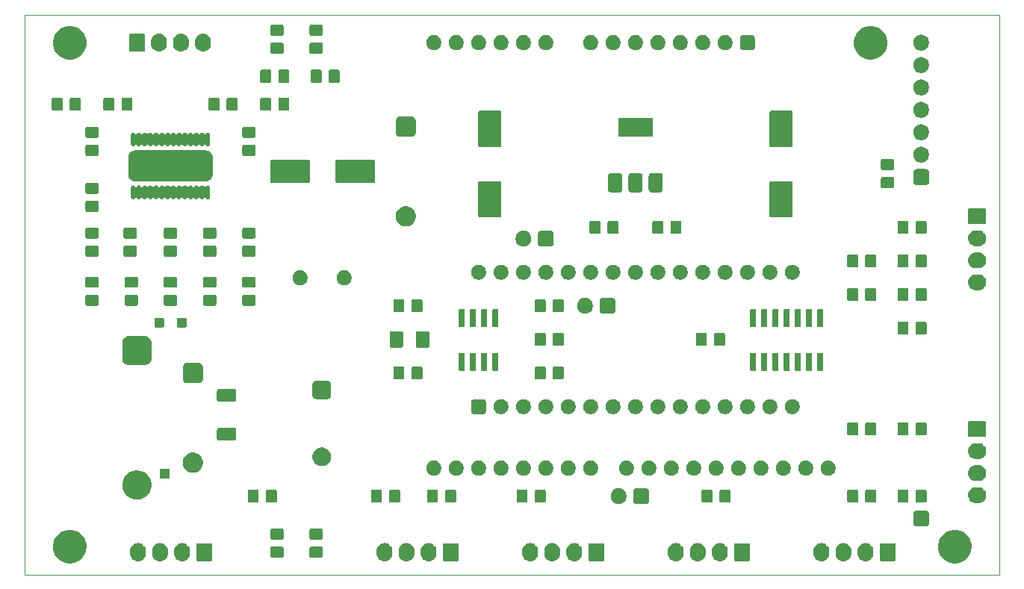
<source format=gbr>
G04 #@! TF.GenerationSoftware,KiCad,Pcbnew,5.1.5-52549c5~86~ubuntu18.04.1*
G04 #@! TF.CreationDate,2020-05-20T16:48:26+05:30*
G04 #@! TF.ProjectId,Resp2,52657370-322e-46b6-9963-61645f706362,rev?*
G04 #@! TF.SameCoordinates,Original*
G04 #@! TF.FileFunction,Soldermask,Top*
G04 #@! TF.FilePolarity,Negative*
%FSLAX46Y46*%
G04 Gerber Fmt 4.6, Leading zero omitted, Abs format (unit mm)*
G04 Created by KiCad (PCBNEW 5.1.5-52549c5~86~ubuntu18.04.1) date 2020-05-20 16:48:26*
%MOMM*%
%LPD*%
G04 APERTURE LIST*
%ADD10C,0.100000*%
G04 APERTURE END LIST*
D10*
X123190000Y-12700000D02*
X123190000Y-76200000D01*
X12700000Y-12700000D02*
X123190000Y-12700000D01*
X12700000Y-76200000D02*
X12700000Y-12700000D01*
X123190000Y-76200000D02*
X12700000Y-76200000D01*
G36*
X118409473Y-71146326D02*
G01*
X118664501Y-71197054D01*
X119010461Y-71340356D01*
X119321817Y-71548397D01*
X119586603Y-71813183D01*
X119794644Y-72124539D01*
X119794645Y-72124541D01*
X119937946Y-72470500D01*
X120011000Y-72837767D01*
X120011000Y-73212233D01*
X119981930Y-73358376D01*
X119937946Y-73579501D01*
X119794644Y-73925461D01*
X119586603Y-74236817D01*
X119321817Y-74501603D01*
X119010461Y-74709644D01*
X118664501Y-74852946D01*
X118480866Y-74889473D01*
X118297233Y-74926000D01*
X117922767Y-74926000D01*
X117739134Y-74889473D01*
X117555499Y-74852946D01*
X117209539Y-74709644D01*
X116898183Y-74501603D01*
X116633397Y-74236817D01*
X116425356Y-73925461D01*
X116282054Y-73579501D01*
X116238070Y-73358376D01*
X116209000Y-73212233D01*
X116209000Y-72837767D01*
X116282054Y-72470500D01*
X116425355Y-72124541D01*
X116425356Y-72124539D01*
X116633397Y-71813183D01*
X116898183Y-71548397D01*
X117209539Y-71340356D01*
X117555499Y-71197054D01*
X117810527Y-71146326D01*
X117922767Y-71124000D01*
X118297233Y-71124000D01*
X118409473Y-71146326D01*
G37*
G36*
X18079473Y-71146326D02*
G01*
X18334501Y-71197054D01*
X18680461Y-71340356D01*
X18991817Y-71548397D01*
X19256603Y-71813183D01*
X19464644Y-72124539D01*
X19464645Y-72124541D01*
X19607946Y-72470500D01*
X19681000Y-72837767D01*
X19681000Y-73212233D01*
X19651930Y-73358376D01*
X19607946Y-73579501D01*
X19464644Y-73925461D01*
X19256603Y-74236817D01*
X18991817Y-74501603D01*
X18680461Y-74709644D01*
X18334501Y-74852946D01*
X18150866Y-74889473D01*
X17967233Y-74926000D01*
X17592767Y-74926000D01*
X17409134Y-74889473D01*
X17225499Y-74852946D01*
X16879539Y-74709644D01*
X16568183Y-74501603D01*
X16303397Y-74236817D01*
X16095356Y-73925461D01*
X15952054Y-73579501D01*
X15908070Y-73358376D01*
X15879000Y-73212233D01*
X15879000Y-72837767D01*
X15952054Y-72470500D01*
X16095355Y-72124541D01*
X16095356Y-72124539D01*
X16303397Y-71813183D01*
X16568183Y-71548397D01*
X16879539Y-71340356D01*
X17225499Y-71197054D01*
X17480527Y-71146326D01*
X17592767Y-71124000D01*
X17967233Y-71124000D01*
X18079473Y-71146326D01*
G37*
G36*
X105666627Y-72647037D02*
G01*
X105836466Y-72698557D01*
X105992991Y-72782222D01*
X106028729Y-72811552D01*
X106130186Y-72894814D01*
X106213448Y-72996271D01*
X106242778Y-73032009D01*
X106326443Y-73188534D01*
X106377963Y-73358374D01*
X106391000Y-73490743D01*
X106391000Y-73829258D01*
X106377963Y-73961627D01*
X106326443Y-74131465D01*
X106326442Y-74131468D01*
X106308498Y-74165038D01*
X106242778Y-74287991D01*
X106213448Y-74323729D01*
X106130186Y-74425186D01*
X105992989Y-74537779D01*
X105836467Y-74621442D01*
X105836465Y-74621443D01*
X105666626Y-74672963D01*
X105490000Y-74690359D01*
X105313373Y-74672963D01*
X105143534Y-74621443D01*
X104987009Y-74537778D01*
X104942930Y-74501603D01*
X104849814Y-74425186D01*
X104737221Y-74287989D01*
X104653558Y-74131467D01*
X104651194Y-74123674D01*
X104602037Y-73961626D01*
X104589000Y-73829257D01*
X104589000Y-73490742D01*
X104602037Y-73358373D01*
X104653557Y-73188534D01*
X104669540Y-73158633D01*
X104737221Y-73032011D01*
X104737222Y-73032009D01*
X104849815Y-72894815D01*
X104987010Y-72782222D01*
X105143535Y-72698557D01*
X105313374Y-72647037D01*
X105490000Y-72629641D01*
X105666627Y-72647037D01*
G37*
G36*
X75146627Y-72647037D02*
G01*
X75316466Y-72698557D01*
X75472991Y-72782222D01*
X75508729Y-72811552D01*
X75610186Y-72894814D01*
X75693448Y-72996271D01*
X75722778Y-73032009D01*
X75806443Y-73188534D01*
X75857963Y-73358374D01*
X75871000Y-73490743D01*
X75871000Y-73829258D01*
X75857963Y-73961627D01*
X75806443Y-74131465D01*
X75806442Y-74131468D01*
X75788498Y-74165038D01*
X75722778Y-74287991D01*
X75693448Y-74323729D01*
X75610186Y-74425186D01*
X75472989Y-74537779D01*
X75316467Y-74621442D01*
X75316465Y-74621443D01*
X75146626Y-74672963D01*
X74970000Y-74690359D01*
X74793373Y-74672963D01*
X74623534Y-74621443D01*
X74467009Y-74537778D01*
X74422930Y-74501603D01*
X74329814Y-74425186D01*
X74217221Y-74287989D01*
X74133558Y-74131467D01*
X74131194Y-74123674D01*
X74082037Y-73961626D01*
X74069000Y-73829257D01*
X74069000Y-73490742D01*
X74082037Y-73358373D01*
X74133557Y-73188534D01*
X74149540Y-73158633D01*
X74217221Y-73032011D01*
X74217222Y-73032009D01*
X74329815Y-72894815D01*
X74467010Y-72782222D01*
X74623535Y-72698557D01*
X74793374Y-72647037D01*
X74970000Y-72629641D01*
X75146627Y-72647037D01*
G37*
G36*
X72646627Y-72647037D02*
G01*
X72816466Y-72698557D01*
X72972991Y-72782222D01*
X73008729Y-72811552D01*
X73110186Y-72894814D01*
X73193448Y-72996271D01*
X73222778Y-73032009D01*
X73306443Y-73188534D01*
X73357963Y-73358374D01*
X73371000Y-73490743D01*
X73371000Y-73829258D01*
X73357963Y-73961627D01*
X73306443Y-74131465D01*
X73306442Y-74131468D01*
X73288498Y-74165038D01*
X73222778Y-74287991D01*
X73193448Y-74323729D01*
X73110186Y-74425186D01*
X72972989Y-74537779D01*
X72816467Y-74621442D01*
X72816465Y-74621443D01*
X72646626Y-74672963D01*
X72470000Y-74690359D01*
X72293373Y-74672963D01*
X72123534Y-74621443D01*
X71967009Y-74537778D01*
X71922930Y-74501603D01*
X71829814Y-74425186D01*
X71717221Y-74287989D01*
X71633558Y-74131467D01*
X71631194Y-74123674D01*
X71582037Y-73961626D01*
X71569000Y-73829257D01*
X71569000Y-73490742D01*
X71582037Y-73358373D01*
X71633557Y-73188534D01*
X71649540Y-73158633D01*
X71717221Y-73032011D01*
X71717222Y-73032009D01*
X71829815Y-72894815D01*
X71967010Y-72782222D01*
X72123535Y-72698557D01*
X72293374Y-72647037D01*
X72470000Y-72629641D01*
X72646627Y-72647037D01*
G37*
G36*
X70146627Y-72647037D02*
G01*
X70316466Y-72698557D01*
X70472991Y-72782222D01*
X70508729Y-72811552D01*
X70610186Y-72894814D01*
X70693448Y-72996271D01*
X70722778Y-73032009D01*
X70806443Y-73188534D01*
X70857963Y-73358374D01*
X70871000Y-73490743D01*
X70871000Y-73829258D01*
X70857963Y-73961627D01*
X70806443Y-74131465D01*
X70806442Y-74131468D01*
X70788498Y-74165038D01*
X70722778Y-74287991D01*
X70693448Y-74323729D01*
X70610186Y-74425186D01*
X70472989Y-74537779D01*
X70316467Y-74621442D01*
X70316465Y-74621443D01*
X70146626Y-74672963D01*
X69970000Y-74690359D01*
X69793373Y-74672963D01*
X69623534Y-74621443D01*
X69467009Y-74537778D01*
X69422930Y-74501603D01*
X69329814Y-74425186D01*
X69217221Y-74287989D01*
X69133558Y-74131467D01*
X69131194Y-74123674D01*
X69082037Y-73961626D01*
X69069000Y-73829257D01*
X69069000Y-73490742D01*
X69082037Y-73358373D01*
X69133557Y-73188534D01*
X69149540Y-73158633D01*
X69217221Y-73032011D01*
X69217222Y-73032009D01*
X69329815Y-72894815D01*
X69467010Y-72782222D01*
X69623535Y-72698557D01*
X69793374Y-72647037D01*
X69970000Y-72629641D01*
X70146627Y-72647037D01*
G37*
G36*
X91656627Y-72647037D02*
G01*
X91826466Y-72698557D01*
X91982991Y-72782222D01*
X92018729Y-72811552D01*
X92120186Y-72894814D01*
X92203448Y-72996271D01*
X92232778Y-73032009D01*
X92316443Y-73188534D01*
X92367963Y-73358374D01*
X92381000Y-73490743D01*
X92381000Y-73829258D01*
X92367963Y-73961627D01*
X92316443Y-74131465D01*
X92316442Y-74131468D01*
X92298498Y-74165038D01*
X92232778Y-74287991D01*
X92203448Y-74323729D01*
X92120186Y-74425186D01*
X91982989Y-74537779D01*
X91826467Y-74621442D01*
X91826465Y-74621443D01*
X91656626Y-74672963D01*
X91480000Y-74690359D01*
X91303373Y-74672963D01*
X91133534Y-74621443D01*
X90977009Y-74537778D01*
X90932930Y-74501603D01*
X90839814Y-74425186D01*
X90727221Y-74287989D01*
X90643558Y-74131467D01*
X90641194Y-74123674D01*
X90592037Y-73961626D01*
X90579000Y-73829257D01*
X90579000Y-73490742D01*
X90592037Y-73358373D01*
X90643557Y-73188534D01*
X90659540Y-73158633D01*
X90727221Y-73032011D01*
X90727222Y-73032009D01*
X90839815Y-72894815D01*
X90977010Y-72782222D01*
X91133535Y-72698557D01*
X91303374Y-72647037D01*
X91480000Y-72629641D01*
X91656627Y-72647037D01*
G37*
G36*
X89156627Y-72647037D02*
G01*
X89326466Y-72698557D01*
X89482991Y-72782222D01*
X89518729Y-72811552D01*
X89620186Y-72894814D01*
X89703448Y-72996271D01*
X89732778Y-73032009D01*
X89816443Y-73188534D01*
X89867963Y-73358374D01*
X89881000Y-73490743D01*
X89881000Y-73829258D01*
X89867963Y-73961627D01*
X89816443Y-74131465D01*
X89816442Y-74131468D01*
X89798498Y-74165038D01*
X89732778Y-74287991D01*
X89703448Y-74323729D01*
X89620186Y-74425186D01*
X89482989Y-74537779D01*
X89326467Y-74621442D01*
X89326465Y-74621443D01*
X89156626Y-74672963D01*
X88980000Y-74690359D01*
X88803373Y-74672963D01*
X88633534Y-74621443D01*
X88477009Y-74537778D01*
X88432930Y-74501603D01*
X88339814Y-74425186D01*
X88227221Y-74287989D01*
X88143558Y-74131467D01*
X88141194Y-74123674D01*
X88092037Y-73961626D01*
X88079000Y-73829257D01*
X88079000Y-73490742D01*
X88092037Y-73358373D01*
X88143557Y-73188534D01*
X88159540Y-73158633D01*
X88227221Y-73032011D01*
X88227222Y-73032009D01*
X88339815Y-72894815D01*
X88477010Y-72782222D01*
X88633535Y-72698557D01*
X88803374Y-72647037D01*
X88980000Y-72629641D01*
X89156627Y-72647037D01*
G37*
G36*
X86656627Y-72647037D02*
G01*
X86826466Y-72698557D01*
X86982991Y-72782222D01*
X87018729Y-72811552D01*
X87120186Y-72894814D01*
X87203448Y-72996271D01*
X87232778Y-73032009D01*
X87316443Y-73188534D01*
X87367963Y-73358374D01*
X87381000Y-73490743D01*
X87381000Y-73829258D01*
X87367963Y-73961627D01*
X87316443Y-74131465D01*
X87316442Y-74131468D01*
X87298498Y-74165038D01*
X87232778Y-74287991D01*
X87203448Y-74323729D01*
X87120186Y-74425186D01*
X86982989Y-74537779D01*
X86826467Y-74621442D01*
X86826465Y-74621443D01*
X86656626Y-74672963D01*
X86480000Y-74690359D01*
X86303373Y-74672963D01*
X86133534Y-74621443D01*
X85977009Y-74537778D01*
X85932930Y-74501603D01*
X85839814Y-74425186D01*
X85727221Y-74287989D01*
X85643558Y-74131467D01*
X85641194Y-74123674D01*
X85592037Y-73961626D01*
X85579000Y-73829257D01*
X85579000Y-73490742D01*
X85592037Y-73358373D01*
X85643557Y-73188534D01*
X85659540Y-73158633D01*
X85727221Y-73032011D01*
X85727222Y-73032009D01*
X85839815Y-72894815D01*
X85977010Y-72782222D01*
X86133535Y-72698557D01*
X86303374Y-72647037D01*
X86480000Y-72629641D01*
X86656627Y-72647037D01*
G37*
G36*
X56136627Y-72647037D02*
G01*
X56306466Y-72698557D01*
X56462991Y-72782222D01*
X56498729Y-72811552D01*
X56600186Y-72894814D01*
X56683448Y-72996271D01*
X56712778Y-73032009D01*
X56796443Y-73188534D01*
X56847963Y-73358374D01*
X56861000Y-73490743D01*
X56861000Y-73829258D01*
X56847963Y-73961627D01*
X56796443Y-74131465D01*
X56796442Y-74131468D01*
X56778498Y-74165038D01*
X56712778Y-74287991D01*
X56683448Y-74323729D01*
X56600186Y-74425186D01*
X56462989Y-74537779D01*
X56306467Y-74621442D01*
X56306465Y-74621443D01*
X56136626Y-74672963D01*
X55960000Y-74690359D01*
X55783373Y-74672963D01*
X55613534Y-74621443D01*
X55457009Y-74537778D01*
X55412930Y-74501603D01*
X55319814Y-74425186D01*
X55207221Y-74287989D01*
X55123558Y-74131467D01*
X55121194Y-74123674D01*
X55072037Y-73961626D01*
X55059000Y-73829257D01*
X55059000Y-73490742D01*
X55072037Y-73358373D01*
X55123557Y-73188534D01*
X55139540Y-73158633D01*
X55207221Y-73032011D01*
X55207222Y-73032009D01*
X55319815Y-72894815D01*
X55457010Y-72782222D01*
X55613535Y-72698557D01*
X55783374Y-72647037D01*
X55960000Y-72629641D01*
X56136627Y-72647037D01*
G37*
G36*
X53636627Y-72647037D02*
G01*
X53806466Y-72698557D01*
X53962991Y-72782222D01*
X53998729Y-72811552D01*
X54100186Y-72894814D01*
X54183448Y-72996271D01*
X54212778Y-73032009D01*
X54296443Y-73188534D01*
X54347963Y-73358374D01*
X54361000Y-73490743D01*
X54361000Y-73829258D01*
X54347963Y-73961627D01*
X54296443Y-74131465D01*
X54296442Y-74131468D01*
X54278498Y-74165038D01*
X54212778Y-74287991D01*
X54183448Y-74323729D01*
X54100186Y-74425186D01*
X53962989Y-74537779D01*
X53806467Y-74621442D01*
X53806465Y-74621443D01*
X53636626Y-74672963D01*
X53460000Y-74690359D01*
X53283373Y-74672963D01*
X53113534Y-74621443D01*
X52957009Y-74537778D01*
X52912930Y-74501603D01*
X52819814Y-74425186D01*
X52707221Y-74287989D01*
X52623558Y-74131467D01*
X52621194Y-74123674D01*
X52572037Y-73961626D01*
X52559000Y-73829257D01*
X52559000Y-73490742D01*
X52572037Y-73358373D01*
X52623557Y-73188534D01*
X52639540Y-73158633D01*
X52707221Y-73032011D01*
X52707222Y-73032009D01*
X52819815Y-72894815D01*
X52957010Y-72782222D01*
X53113535Y-72698557D01*
X53283374Y-72647037D01*
X53460000Y-72629641D01*
X53636627Y-72647037D01*
G37*
G36*
X108166627Y-72647037D02*
G01*
X108336466Y-72698557D01*
X108492991Y-72782222D01*
X108528729Y-72811552D01*
X108630186Y-72894814D01*
X108713448Y-72996271D01*
X108742778Y-73032009D01*
X108826443Y-73188534D01*
X108877963Y-73358374D01*
X108891000Y-73490743D01*
X108891000Y-73829258D01*
X108877963Y-73961627D01*
X108826443Y-74131465D01*
X108826442Y-74131468D01*
X108808498Y-74165038D01*
X108742778Y-74287991D01*
X108713448Y-74323729D01*
X108630186Y-74425186D01*
X108492989Y-74537779D01*
X108336467Y-74621442D01*
X108336465Y-74621443D01*
X108166626Y-74672963D01*
X107990000Y-74690359D01*
X107813373Y-74672963D01*
X107643534Y-74621443D01*
X107487009Y-74537778D01*
X107442930Y-74501603D01*
X107349814Y-74425186D01*
X107237221Y-74287989D01*
X107153558Y-74131467D01*
X107151194Y-74123674D01*
X107102037Y-73961626D01*
X107089000Y-73829257D01*
X107089000Y-73490742D01*
X107102037Y-73358373D01*
X107153557Y-73188534D01*
X107169540Y-73158633D01*
X107237221Y-73032011D01*
X107237222Y-73032009D01*
X107349815Y-72894815D01*
X107487010Y-72782222D01*
X107643535Y-72698557D01*
X107813374Y-72647037D01*
X107990000Y-72629641D01*
X108166627Y-72647037D01*
G37*
G36*
X103166627Y-72647037D02*
G01*
X103336466Y-72698557D01*
X103492991Y-72782222D01*
X103528729Y-72811552D01*
X103630186Y-72894814D01*
X103713448Y-72996271D01*
X103742778Y-73032009D01*
X103826443Y-73188534D01*
X103877963Y-73358374D01*
X103891000Y-73490743D01*
X103891000Y-73829258D01*
X103877963Y-73961627D01*
X103826443Y-74131465D01*
X103826442Y-74131468D01*
X103808498Y-74165038D01*
X103742778Y-74287991D01*
X103713448Y-74323729D01*
X103630186Y-74425186D01*
X103492989Y-74537779D01*
X103336467Y-74621442D01*
X103336465Y-74621443D01*
X103166626Y-74672963D01*
X102990000Y-74690359D01*
X102813373Y-74672963D01*
X102643534Y-74621443D01*
X102487009Y-74537778D01*
X102442930Y-74501603D01*
X102349814Y-74425186D01*
X102237221Y-74287989D01*
X102153558Y-74131467D01*
X102151194Y-74123674D01*
X102102037Y-73961626D01*
X102089000Y-73829257D01*
X102089000Y-73490742D01*
X102102037Y-73358373D01*
X102153557Y-73188534D01*
X102169540Y-73158633D01*
X102237221Y-73032011D01*
X102237222Y-73032009D01*
X102349815Y-72894815D01*
X102487010Y-72782222D01*
X102643535Y-72698557D01*
X102813374Y-72647037D01*
X102990000Y-72629641D01*
X103166627Y-72647037D01*
G37*
G36*
X25696627Y-72647037D02*
G01*
X25866466Y-72698557D01*
X26022991Y-72782222D01*
X26058729Y-72811552D01*
X26160186Y-72894814D01*
X26243448Y-72996271D01*
X26272778Y-73032009D01*
X26356443Y-73188534D01*
X26407963Y-73358374D01*
X26421000Y-73490743D01*
X26421000Y-73829258D01*
X26407963Y-73961627D01*
X26356443Y-74131465D01*
X26356442Y-74131468D01*
X26338498Y-74165038D01*
X26272778Y-74287991D01*
X26243448Y-74323729D01*
X26160186Y-74425186D01*
X26022989Y-74537779D01*
X25866467Y-74621442D01*
X25866465Y-74621443D01*
X25696626Y-74672963D01*
X25520000Y-74690359D01*
X25343373Y-74672963D01*
X25173534Y-74621443D01*
X25017009Y-74537778D01*
X24972930Y-74501603D01*
X24879814Y-74425186D01*
X24767221Y-74287989D01*
X24683558Y-74131467D01*
X24681194Y-74123674D01*
X24632037Y-73961626D01*
X24619000Y-73829257D01*
X24619000Y-73490742D01*
X24632037Y-73358373D01*
X24683557Y-73188534D01*
X24699540Y-73158633D01*
X24767221Y-73032011D01*
X24767222Y-73032009D01*
X24879815Y-72894815D01*
X25017010Y-72782222D01*
X25173535Y-72698557D01*
X25343374Y-72647037D01*
X25520000Y-72629641D01*
X25696627Y-72647037D01*
G37*
G36*
X28196627Y-72647037D02*
G01*
X28366466Y-72698557D01*
X28522991Y-72782222D01*
X28558729Y-72811552D01*
X28660186Y-72894814D01*
X28743448Y-72996271D01*
X28772778Y-73032009D01*
X28856443Y-73188534D01*
X28907963Y-73358374D01*
X28921000Y-73490743D01*
X28921000Y-73829258D01*
X28907963Y-73961627D01*
X28856443Y-74131465D01*
X28856442Y-74131468D01*
X28838498Y-74165038D01*
X28772778Y-74287991D01*
X28743448Y-74323729D01*
X28660186Y-74425186D01*
X28522989Y-74537779D01*
X28366467Y-74621442D01*
X28366465Y-74621443D01*
X28196626Y-74672963D01*
X28020000Y-74690359D01*
X27843373Y-74672963D01*
X27673534Y-74621443D01*
X27517009Y-74537778D01*
X27472930Y-74501603D01*
X27379814Y-74425186D01*
X27267221Y-74287989D01*
X27183558Y-74131467D01*
X27181194Y-74123674D01*
X27132037Y-73961626D01*
X27119000Y-73829257D01*
X27119000Y-73490742D01*
X27132037Y-73358373D01*
X27183557Y-73188534D01*
X27199540Y-73158633D01*
X27267221Y-73032011D01*
X27267222Y-73032009D01*
X27379815Y-72894815D01*
X27517010Y-72782222D01*
X27673535Y-72698557D01*
X27843374Y-72647037D01*
X28020000Y-72629641D01*
X28196627Y-72647037D01*
G37*
G36*
X30696627Y-72647037D02*
G01*
X30866466Y-72698557D01*
X31022991Y-72782222D01*
X31058729Y-72811552D01*
X31160186Y-72894814D01*
X31243448Y-72996271D01*
X31272778Y-73032009D01*
X31356443Y-73188534D01*
X31407963Y-73358374D01*
X31421000Y-73490743D01*
X31421000Y-73829258D01*
X31407963Y-73961627D01*
X31356443Y-74131465D01*
X31356442Y-74131468D01*
X31338498Y-74165038D01*
X31272778Y-74287991D01*
X31243448Y-74323729D01*
X31160186Y-74425186D01*
X31022989Y-74537779D01*
X30866467Y-74621442D01*
X30866465Y-74621443D01*
X30696626Y-74672963D01*
X30520000Y-74690359D01*
X30343373Y-74672963D01*
X30173534Y-74621443D01*
X30017009Y-74537778D01*
X29972930Y-74501603D01*
X29879814Y-74425186D01*
X29767221Y-74287989D01*
X29683558Y-74131467D01*
X29681194Y-74123674D01*
X29632037Y-73961626D01*
X29619000Y-73829257D01*
X29619000Y-73490742D01*
X29632037Y-73358373D01*
X29683557Y-73188534D01*
X29699540Y-73158633D01*
X29767221Y-73032011D01*
X29767222Y-73032009D01*
X29879815Y-72894815D01*
X30017010Y-72782222D01*
X30173535Y-72698557D01*
X30343374Y-72647037D01*
X30520000Y-72629641D01*
X30696627Y-72647037D01*
G37*
G36*
X58636627Y-72647037D02*
G01*
X58806466Y-72698557D01*
X58962991Y-72782222D01*
X58998729Y-72811552D01*
X59100186Y-72894814D01*
X59183448Y-72996271D01*
X59212778Y-73032009D01*
X59296443Y-73188534D01*
X59347963Y-73358374D01*
X59361000Y-73490743D01*
X59361000Y-73829258D01*
X59347963Y-73961627D01*
X59296443Y-74131465D01*
X59296442Y-74131468D01*
X59278498Y-74165038D01*
X59212778Y-74287991D01*
X59183448Y-74323729D01*
X59100186Y-74425186D01*
X58962989Y-74537779D01*
X58806467Y-74621442D01*
X58806465Y-74621443D01*
X58636626Y-74672963D01*
X58460000Y-74690359D01*
X58283373Y-74672963D01*
X58113534Y-74621443D01*
X57957009Y-74537778D01*
X57912930Y-74501603D01*
X57819814Y-74425186D01*
X57707221Y-74287989D01*
X57623558Y-74131467D01*
X57621194Y-74123674D01*
X57572037Y-73961626D01*
X57559000Y-73829257D01*
X57559000Y-73490742D01*
X57572037Y-73358373D01*
X57623557Y-73188534D01*
X57639540Y-73158633D01*
X57707221Y-73032011D01*
X57707222Y-73032009D01*
X57819815Y-72894815D01*
X57957010Y-72782222D01*
X58113535Y-72698557D01*
X58283374Y-72647037D01*
X58460000Y-72629641D01*
X58636627Y-72647037D01*
G37*
G36*
X78228600Y-72637989D02*
G01*
X78261652Y-72648015D01*
X78292103Y-72664292D01*
X78318799Y-72686201D01*
X78340708Y-72712897D01*
X78356985Y-72743348D01*
X78367011Y-72776400D01*
X78371000Y-72816903D01*
X78371000Y-74503097D01*
X78367011Y-74543600D01*
X78356985Y-74576652D01*
X78340708Y-74607103D01*
X78318799Y-74633799D01*
X78292103Y-74655708D01*
X78261652Y-74671985D01*
X78228600Y-74682011D01*
X78188097Y-74686000D01*
X76751903Y-74686000D01*
X76711400Y-74682011D01*
X76678348Y-74671985D01*
X76647897Y-74655708D01*
X76621201Y-74633799D01*
X76599292Y-74607103D01*
X76583015Y-74576652D01*
X76572989Y-74543600D01*
X76569000Y-74503097D01*
X76569000Y-72816903D01*
X76572989Y-72776400D01*
X76583015Y-72743348D01*
X76599292Y-72712897D01*
X76621201Y-72686201D01*
X76647897Y-72664292D01*
X76678348Y-72648015D01*
X76711400Y-72637989D01*
X76751903Y-72634000D01*
X78188097Y-72634000D01*
X78228600Y-72637989D01*
G37*
G36*
X33778600Y-72637989D02*
G01*
X33811652Y-72648015D01*
X33842103Y-72664292D01*
X33868799Y-72686201D01*
X33890708Y-72712897D01*
X33906985Y-72743348D01*
X33917011Y-72776400D01*
X33921000Y-72816903D01*
X33921000Y-74503097D01*
X33917011Y-74543600D01*
X33906985Y-74576652D01*
X33890708Y-74607103D01*
X33868799Y-74633799D01*
X33842103Y-74655708D01*
X33811652Y-74671985D01*
X33778600Y-74682011D01*
X33738097Y-74686000D01*
X32301903Y-74686000D01*
X32261400Y-74682011D01*
X32228348Y-74671985D01*
X32197897Y-74655708D01*
X32171201Y-74633799D01*
X32149292Y-74607103D01*
X32133015Y-74576652D01*
X32122989Y-74543600D01*
X32119000Y-74503097D01*
X32119000Y-72816903D01*
X32122989Y-72776400D01*
X32133015Y-72743348D01*
X32149292Y-72712897D01*
X32171201Y-72686201D01*
X32197897Y-72664292D01*
X32228348Y-72648015D01*
X32261400Y-72637989D01*
X32301903Y-72634000D01*
X33738097Y-72634000D01*
X33778600Y-72637989D01*
G37*
G36*
X111248600Y-72637989D02*
G01*
X111281652Y-72648015D01*
X111312103Y-72664292D01*
X111338799Y-72686201D01*
X111360708Y-72712897D01*
X111376985Y-72743348D01*
X111387011Y-72776400D01*
X111391000Y-72816903D01*
X111391000Y-74503097D01*
X111387011Y-74543600D01*
X111376985Y-74576652D01*
X111360708Y-74607103D01*
X111338799Y-74633799D01*
X111312103Y-74655708D01*
X111281652Y-74671985D01*
X111248600Y-74682011D01*
X111208097Y-74686000D01*
X109771903Y-74686000D01*
X109731400Y-74682011D01*
X109698348Y-74671985D01*
X109667897Y-74655708D01*
X109641201Y-74633799D01*
X109619292Y-74607103D01*
X109603015Y-74576652D01*
X109592989Y-74543600D01*
X109589000Y-74503097D01*
X109589000Y-72816903D01*
X109592989Y-72776400D01*
X109603015Y-72743348D01*
X109619292Y-72712897D01*
X109641201Y-72686201D01*
X109667897Y-72664292D01*
X109698348Y-72648015D01*
X109731400Y-72637989D01*
X109771903Y-72634000D01*
X111208097Y-72634000D01*
X111248600Y-72637989D01*
G37*
G36*
X94738600Y-72637989D02*
G01*
X94771652Y-72648015D01*
X94802103Y-72664292D01*
X94828799Y-72686201D01*
X94850708Y-72712897D01*
X94866985Y-72743348D01*
X94877011Y-72776400D01*
X94881000Y-72816903D01*
X94881000Y-74503097D01*
X94877011Y-74543600D01*
X94866985Y-74576652D01*
X94850708Y-74607103D01*
X94828799Y-74633799D01*
X94802103Y-74655708D01*
X94771652Y-74671985D01*
X94738600Y-74682011D01*
X94698097Y-74686000D01*
X93261903Y-74686000D01*
X93221400Y-74682011D01*
X93188348Y-74671985D01*
X93157897Y-74655708D01*
X93131201Y-74633799D01*
X93109292Y-74607103D01*
X93093015Y-74576652D01*
X93082989Y-74543600D01*
X93079000Y-74503097D01*
X93079000Y-72816903D01*
X93082989Y-72776400D01*
X93093015Y-72743348D01*
X93109292Y-72712897D01*
X93131201Y-72686201D01*
X93157897Y-72664292D01*
X93188348Y-72648015D01*
X93221400Y-72637989D01*
X93261903Y-72634000D01*
X94698097Y-72634000D01*
X94738600Y-72637989D01*
G37*
G36*
X61718600Y-72637989D02*
G01*
X61751652Y-72648015D01*
X61782103Y-72664292D01*
X61808799Y-72686201D01*
X61830708Y-72712897D01*
X61846985Y-72743348D01*
X61857011Y-72776400D01*
X61861000Y-72816903D01*
X61861000Y-74503097D01*
X61857011Y-74543600D01*
X61846985Y-74576652D01*
X61830708Y-74607103D01*
X61808799Y-74633799D01*
X61782103Y-74655708D01*
X61751652Y-74671985D01*
X61718600Y-74682011D01*
X61678097Y-74686000D01*
X60241903Y-74686000D01*
X60201400Y-74682011D01*
X60168348Y-74671985D01*
X60137897Y-74655708D01*
X60111201Y-74633799D01*
X60089292Y-74607103D01*
X60073015Y-74576652D01*
X60062989Y-74543600D01*
X60059000Y-74503097D01*
X60059000Y-72816903D01*
X60062989Y-72776400D01*
X60073015Y-72743348D01*
X60089292Y-72712897D01*
X60111201Y-72686201D01*
X60137897Y-72664292D01*
X60168348Y-72648015D01*
X60201400Y-72637989D01*
X60241903Y-72634000D01*
X61678097Y-72634000D01*
X61718600Y-72637989D01*
G37*
G36*
X41863674Y-73038465D02*
G01*
X41901367Y-73049899D01*
X41936103Y-73068466D01*
X41966548Y-73093452D01*
X41991534Y-73123897D01*
X42010101Y-73158633D01*
X42021535Y-73196326D01*
X42026000Y-73241661D01*
X42026000Y-74078339D01*
X42021535Y-74123674D01*
X42010101Y-74161367D01*
X41991534Y-74196103D01*
X41966548Y-74226548D01*
X41936103Y-74251534D01*
X41901367Y-74270101D01*
X41863674Y-74281535D01*
X41818339Y-74286000D01*
X40731661Y-74286000D01*
X40686326Y-74281535D01*
X40648633Y-74270101D01*
X40613897Y-74251534D01*
X40583452Y-74226548D01*
X40558466Y-74196103D01*
X40539899Y-74161367D01*
X40528465Y-74123674D01*
X40524000Y-74078339D01*
X40524000Y-73241661D01*
X40528465Y-73196326D01*
X40539899Y-73158633D01*
X40558466Y-73123897D01*
X40583452Y-73093452D01*
X40613897Y-73068466D01*
X40648633Y-73049899D01*
X40686326Y-73038465D01*
X40731661Y-73034000D01*
X41818339Y-73034000D01*
X41863674Y-73038465D01*
G37*
G36*
X46308674Y-73038465D02*
G01*
X46346367Y-73049899D01*
X46381103Y-73068466D01*
X46411548Y-73093452D01*
X46436534Y-73123897D01*
X46455101Y-73158633D01*
X46466535Y-73196326D01*
X46471000Y-73241661D01*
X46471000Y-74078339D01*
X46466535Y-74123674D01*
X46455101Y-74161367D01*
X46436534Y-74196103D01*
X46411548Y-74226548D01*
X46381103Y-74251534D01*
X46346367Y-74270101D01*
X46308674Y-74281535D01*
X46263339Y-74286000D01*
X45176661Y-74286000D01*
X45131326Y-74281535D01*
X45093633Y-74270101D01*
X45058897Y-74251534D01*
X45028452Y-74226548D01*
X45003466Y-74196103D01*
X44984899Y-74161367D01*
X44973465Y-74123674D01*
X44969000Y-74078339D01*
X44969000Y-73241661D01*
X44973465Y-73196326D01*
X44984899Y-73158633D01*
X45003466Y-73123897D01*
X45028452Y-73093452D01*
X45058897Y-73068466D01*
X45093633Y-73049899D01*
X45131326Y-73038465D01*
X45176661Y-73034000D01*
X46263339Y-73034000D01*
X46308674Y-73038465D01*
G37*
G36*
X41863674Y-70988465D02*
G01*
X41901367Y-70999899D01*
X41936103Y-71018466D01*
X41966548Y-71043452D01*
X41991534Y-71073897D01*
X42010101Y-71108633D01*
X42021535Y-71146326D01*
X42026000Y-71191661D01*
X42026000Y-72028339D01*
X42021535Y-72073674D01*
X42010101Y-72111367D01*
X41991534Y-72146103D01*
X41966548Y-72176548D01*
X41936103Y-72201534D01*
X41901367Y-72220101D01*
X41863674Y-72231535D01*
X41818339Y-72236000D01*
X40731661Y-72236000D01*
X40686326Y-72231535D01*
X40648633Y-72220101D01*
X40613897Y-72201534D01*
X40583452Y-72176548D01*
X40558466Y-72146103D01*
X40539899Y-72111367D01*
X40528465Y-72073674D01*
X40524000Y-72028339D01*
X40524000Y-71191661D01*
X40528465Y-71146326D01*
X40539899Y-71108633D01*
X40558466Y-71073897D01*
X40583452Y-71043452D01*
X40613897Y-71018466D01*
X40648633Y-70999899D01*
X40686326Y-70988465D01*
X40731661Y-70984000D01*
X41818339Y-70984000D01*
X41863674Y-70988465D01*
G37*
G36*
X46308674Y-70988465D02*
G01*
X46346367Y-70999899D01*
X46381103Y-71018466D01*
X46411548Y-71043452D01*
X46436534Y-71073897D01*
X46455101Y-71108633D01*
X46466535Y-71146326D01*
X46471000Y-71191661D01*
X46471000Y-72028339D01*
X46466535Y-72073674D01*
X46455101Y-72111367D01*
X46436534Y-72146103D01*
X46411548Y-72176548D01*
X46381103Y-72201534D01*
X46346367Y-72220101D01*
X46308674Y-72231535D01*
X46263339Y-72236000D01*
X45176661Y-72236000D01*
X45131326Y-72231535D01*
X45093633Y-72220101D01*
X45058897Y-72201534D01*
X45028452Y-72176548D01*
X45003466Y-72146103D01*
X44984899Y-72111367D01*
X44973465Y-72073674D01*
X44969000Y-72028339D01*
X44969000Y-71191661D01*
X44973465Y-71146326D01*
X44984899Y-71108633D01*
X45003466Y-71073897D01*
X45028452Y-71043452D01*
X45058897Y-71018466D01*
X45093633Y-70999899D01*
X45131326Y-70988465D01*
X45176661Y-70984000D01*
X46263339Y-70984000D01*
X46308674Y-70988465D01*
G37*
G36*
X114888578Y-68957048D02*
G01*
X114961249Y-68979093D01*
X115028225Y-69014892D01*
X115086930Y-69063070D01*
X115135108Y-69121775D01*
X115170907Y-69188751D01*
X115192952Y-69261422D01*
X115201000Y-69343140D01*
X115201000Y-70356860D01*
X115192952Y-70438578D01*
X115170907Y-70511249D01*
X115135108Y-70578225D01*
X115086930Y-70636930D01*
X115028225Y-70685108D01*
X114961249Y-70720907D01*
X114888578Y-70742952D01*
X114806860Y-70751000D01*
X113793140Y-70751000D01*
X113711422Y-70742952D01*
X113638751Y-70720907D01*
X113571775Y-70685108D01*
X113513070Y-70636930D01*
X113464892Y-70578225D01*
X113429093Y-70511249D01*
X113407048Y-70438578D01*
X113399000Y-70356860D01*
X113399000Y-69343140D01*
X113407048Y-69261422D01*
X113429093Y-69188751D01*
X113464892Y-69121775D01*
X113513070Y-69063070D01*
X113571775Y-69014892D01*
X113638751Y-68979093D01*
X113711422Y-68957048D01*
X113793140Y-68949000D01*
X114806860Y-68949000D01*
X114888578Y-68957048D01*
G37*
G36*
X83138578Y-66417048D02*
G01*
X83211249Y-66439093D01*
X83278225Y-66474892D01*
X83336930Y-66523070D01*
X83385108Y-66581775D01*
X83420907Y-66648751D01*
X83442952Y-66721422D01*
X83451000Y-66803140D01*
X83451000Y-67816860D01*
X83442952Y-67898578D01*
X83420907Y-67971249D01*
X83385108Y-68038225D01*
X83336930Y-68096930D01*
X83278225Y-68145108D01*
X83211249Y-68180907D01*
X83138578Y-68202952D01*
X83056860Y-68211000D01*
X82043140Y-68211000D01*
X81961422Y-68202952D01*
X81888751Y-68180907D01*
X81821775Y-68145108D01*
X81763070Y-68096930D01*
X81714892Y-68038225D01*
X81679093Y-67971249D01*
X81657048Y-67898578D01*
X81649000Y-67816860D01*
X81649000Y-66803140D01*
X81657048Y-66721422D01*
X81679093Y-66648751D01*
X81714892Y-66581775D01*
X81763070Y-66523070D01*
X81821775Y-66474892D01*
X81888751Y-66439093D01*
X81961422Y-66417048D01*
X82043140Y-66409000D01*
X83056860Y-66409000D01*
X83138578Y-66417048D01*
G37*
G36*
X80123512Y-66413927D02*
G01*
X80272812Y-66443624D01*
X80436784Y-66511544D01*
X80584354Y-66610147D01*
X80709853Y-66735646D01*
X80808456Y-66883216D01*
X80876376Y-67047188D01*
X80911000Y-67221259D01*
X80911000Y-67398741D01*
X80876376Y-67572812D01*
X80808456Y-67736784D01*
X80709853Y-67884354D01*
X80584354Y-68009853D01*
X80436784Y-68108456D01*
X80272812Y-68176376D01*
X80123512Y-68206073D01*
X80098742Y-68211000D01*
X79921258Y-68211000D01*
X79896488Y-68206073D01*
X79747188Y-68176376D01*
X79583216Y-68108456D01*
X79435646Y-68009853D01*
X79310147Y-67884354D01*
X79211544Y-67736784D01*
X79143624Y-67572812D01*
X79109000Y-67398741D01*
X79109000Y-67221259D01*
X79143624Y-67047188D01*
X79211544Y-66883216D01*
X79310147Y-66735646D01*
X79435646Y-66610147D01*
X79583216Y-66511544D01*
X79747188Y-66443624D01*
X79896488Y-66413927D01*
X79921258Y-66409000D01*
X80098742Y-66409000D01*
X80123512Y-66413927D01*
G37*
G36*
X120885443Y-66295519D02*
G01*
X120951627Y-66302037D01*
X121121466Y-66353557D01*
X121277991Y-66437222D01*
X121313729Y-66466552D01*
X121415186Y-66549814D01*
X121496380Y-66648751D01*
X121527778Y-66687009D01*
X121611443Y-66843534D01*
X121662963Y-67013373D01*
X121680359Y-67190000D01*
X121662963Y-67366627D01*
X121611443Y-67536466D01*
X121527778Y-67692991D01*
X121498448Y-67728729D01*
X121415186Y-67830186D01*
X121331732Y-67898674D01*
X121277991Y-67942778D01*
X121277989Y-67942779D01*
X121152504Y-68009853D01*
X121121466Y-68026443D01*
X120951627Y-68077963D01*
X120885443Y-68084481D01*
X120819260Y-68091000D01*
X120480740Y-68091000D01*
X120414557Y-68084481D01*
X120348373Y-68077963D01*
X120178534Y-68026443D01*
X120147497Y-68009853D01*
X120022011Y-67942779D01*
X120022009Y-67942778D01*
X119968268Y-67898674D01*
X119884814Y-67830186D01*
X119801552Y-67728729D01*
X119772222Y-67692991D01*
X119688557Y-67536466D01*
X119637037Y-67366627D01*
X119619641Y-67190000D01*
X119637037Y-67013373D01*
X119688557Y-66843534D01*
X119772222Y-66687009D01*
X119803620Y-66648751D01*
X119884814Y-66549814D01*
X119986271Y-66466552D01*
X120022009Y-66437222D01*
X120178534Y-66353557D01*
X120348373Y-66302037D01*
X120414557Y-66295519D01*
X120480740Y-66289000D01*
X120819260Y-66289000D01*
X120885443Y-66295519D01*
G37*
G36*
X55073674Y-66563465D02*
G01*
X55111367Y-66574899D01*
X55146103Y-66593466D01*
X55176548Y-66618452D01*
X55201534Y-66648897D01*
X55220101Y-66683633D01*
X55231535Y-66721326D01*
X55236000Y-66766661D01*
X55236000Y-67853339D01*
X55231535Y-67898674D01*
X55220101Y-67936367D01*
X55201534Y-67971103D01*
X55176548Y-68001548D01*
X55146103Y-68026534D01*
X55111367Y-68045101D01*
X55073674Y-68056535D01*
X55028339Y-68061000D01*
X54191661Y-68061000D01*
X54146326Y-68056535D01*
X54108633Y-68045101D01*
X54073897Y-68026534D01*
X54043452Y-68001548D01*
X54018466Y-67971103D01*
X53999899Y-67936367D01*
X53988465Y-67898674D01*
X53984000Y-67853339D01*
X53984000Y-66766661D01*
X53988465Y-66721326D01*
X53999899Y-66683633D01*
X54018466Y-66648897D01*
X54043452Y-66618452D01*
X54073897Y-66593466D01*
X54108633Y-66574899D01*
X54146326Y-66563465D01*
X54191661Y-66559000D01*
X55028339Y-66559000D01*
X55073674Y-66563465D01*
G37*
G36*
X61423674Y-66563465D02*
G01*
X61461367Y-66574899D01*
X61496103Y-66593466D01*
X61526548Y-66618452D01*
X61551534Y-66648897D01*
X61570101Y-66683633D01*
X61581535Y-66721326D01*
X61586000Y-66766661D01*
X61586000Y-67853339D01*
X61581535Y-67898674D01*
X61570101Y-67936367D01*
X61551534Y-67971103D01*
X61526548Y-68001548D01*
X61496103Y-68026534D01*
X61461367Y-68045101D01*
X61423674Y-68056535D01*
X61378339Y-68061000D01*
X60541661Y-68061000D01*
X60496326Y-68056535D01*
X60458633Y-68045101D01*
X60423897Y-68026534D01*
X60393452Y-68001548D01*
X60368466Y-67971103D01*
X60349899Y-67936367D01*
X60338465Y-67898674D01*
X60334000Y-67853339D01*
X60334000Y-66766661D01*
X60338465Y-66721326D01*
X60349899Y-66683633D01*
X60368466Y-66648897D01*
X60393452Y-66618452D01*
X60423897Y-66593466D01*
X60458633Y-66574899D01*
X60496326Y-66563465D01*
X60541661Y-66559000D01*
X61378339Y-66559000D01*
X61423674Y-66563465D01*
G37*
G36*
X59373674Y-66563465D02*
G01*
X59411367Y-66574899D01*
X59446103Y-66593466D01*
X59476548Y-66618452D01*
X59501534Y-66648897D01*
X59520101Y-66683633D01*
X59531535Y-66721326D01*
X59536000Y-66766661D01*
X59536000Y-67853339D01*
X59531535Y-67898674D01*
X59520101Y-67936367D01*
X59501534Y-67971103D01*
X59476548Y-68001548D01*
X59446103Y-68026534D01*
X59411367Y-68045101D01*
X59373674Y-68056535D01*
X59328339Y-68061000D01*
X58491661Y-68061000D01*
X58446326Y-68056535D01*
X58408633Y-68045101D01*
X58373897Y-68026534D01*
X58343452Y-68001548D01*
X58318466Y-67971103D01*
X58299899Y-67936367D01*
X58288465Y-67898674D01*
X58284000Y-67853339D01*
X58284000Y-66766661D01*
X58288465Y-66721326D01*
X58299899Y-66683633D01*
X58318466Y-66648897D01*
X58343452Y-66618452D01*
X58373897Y-66593466D01*
X58408633Y-66574899D01*
X58446326Y-66563465D01*
X58491661Y-66559000D01*
X59328339Y-66559000D01*
X59373674Y-66563465D01*
G37*
G36*
X71583674Y-66563465D02*
G01*
X71621367Y-66574899D01*
X71656103Y-66593466D01*
X71686548Y-66618452D01*
X71711534Y-66648897D01*
X71730101Y-66683633D01*
X71741535Y-66721326D01*
X71746000Y-66766661D01*
X71746000Y-67853339D01*
X71741535Y-67898674D01*
X71730101Y-67936367D01*
X71711534Y-67971103D01*
X71686548Y-68001548D01*
X71656103Y-68026534D01*
X71621367Y-68045101D01*
X71583674Y-68056535D01*
X71538339Y-68061000D01*
X70701661Y-68061000D01*
X70656326Y-68056535D01*
X70618633Y-68045101D01*
X70583897Y-68026534D01*
X70553452Y-68001548D01*
X70528466Y-67971103D01*
X70509899Y-67936367D01*
X70498465Y-67898674D01*
X70494000Y-67853339D01*
X70494000Y-66766661D01*
X70498465Y-66721326D01*
X70509899Y-66683633D01*
X70528466Y-66648897D01*
X70553452Y-66618452D01*
X70583897Y-66593466D01*
X70618633Y-66574899D01*
X70656326Y-66563465D01*
X70701661Y-66559000D01*
X71538339Y-66559000D01*
X71583674Y-66563465D01*
G37*
G36*
X114763674Y-66563465D02*
G01*
X114801367Y-66574899D01*
X114836103Y-66593466D01*
X114866548Y-66618452D01*
X114891534Y-66648897D01*
X114910101Y-66683633D01*
X114921535Y-66721326D01*
X114926000Y-66766661D01*
X114926000Y-67853339D01*
X114921535Y-67898674D01*
X114910101Y-67936367D01*
X114891534Y-67971103D01*
X114866548Y-68001548D01*
X114836103Y-68026534D01*
X114801367Y-68045101D01*
X114763674Y-68056535D01*
X114718339Y-68061000D01*
X113881661Y-68061000D01*
X113836326Y-68056535D01*
X113798633Y-68045101D01*
X113763897Y-68026534D01*
X113733452Y-68001548D01*
X113708466Y-67971103D01*
X113689899Y-67936367D01*
X113678465Y-67898674D01*
X113674000Y-67853339D01*
X113674000Y-66766661D01*
X113678465Y-66721326D01*
X113689899Y-66683633D01*
X113708466Y-66648897D01*
X113733452Y-66618452D01*
X113763897Y-66593466D01*
X113798633Y-66574899D01*
X113836326Y-66563465D01*
X113881661Y-66559000D01*
X114718339Y-66559000D01*
X114763674Y-66563465D01*
G37*
G36*
X112713674Y-66563465D02*
G01*
X112751367Y-66574899D01*
X112786103Y-66593466D01*
X112816548Y-66618452D01*
X112841534Y-66648897D01*
X112860101Y-66683633D01*
X112871535Y-66721326D01*
X112876000Y-66766661D01*
X112876000Y-67853339D01*
X112871535Y-67898674D01*
X112860101Y-67936367D01*
X112841534Y-67971103D01*
X112816548Y-68001548D01*
X112786103Y-68026534D01*
X112751367Y-68045101D01*
X112713674Y-68056535D01*
X112668339Y-68061000D01*
X111831661Y-68061000D01*
X111786326Y-68056535D01*
X111748633Y-68045101D01*
X111713897Y-68026534D01*
X111683452Y-68001548D01*
X111658466Y-67971103D01*
X111639899Y-67936367D01*
X111628465Y-67898674D01*
X111624000Y-67853339D01*
X111624000Y-66766661D01*
X111628465Y-66721326D01*
X111639899Y-66683633D01*
X111658466Y-66648897D01*
X111683452Y-66618452D01*
X111713897Y-66593466D01*
X111748633Y-66574899D01*
X111786326Y-66563465D01*
X111831661Y-66559000D01*
X112668339Y-66559000D01*
X112713674Y-66563465D01*
G37*
G36*
X69533674Y-66563465D02*
G01*
X69571367Y-66574899D01*
X69606103Y-66593466D01*
X69636548Y-66618452D01*
X69661534Y-66648897D01*
X69680101Y-66683633D01*
X69691535Y-66721326D01*
X69696000Y-66766661D01*
X69696000Y-67853339D01*
X69691535Y-67898674D01*
X69680101Y-67936367D01*
X69661534Y-67971103D01*
X69636548Y-68001548D01*
X69606103Y-68026534D01*
X69571367Y-68045101D01*
X69533674Y-68056535D01*
X69488339Y-68061000D01*
X68651661Y-68061000D01*
X68606326Y-68056535D01*
X68568633Y-68045101D01*
X68533897Y-68026534D01*
X68503452Y-68001548D01*
X68478466Y-67971103D01*
X68459899Y-67936367D01*
X68448465Y-67898674D01*
X68444000Y-67853339D01*
X68444000Y-66766661D01*
X68448465Y-66721326D01*
X68459899Y-66683633D01*
X68478466Y-66648897D01*
X68503452Y-66618452D01*
X68533897Y-66593466D01*
X68568633Y-66574899D01*
X68606326Y-66563465D01*
X68651661Y-66559000D01*
X69488339Y-66559000D01*
X69533674Y-66563465D01*
G37*
G36*
X39053674Y-66563465D02*
G01*
X39091367Y-66574899D01*
X39126103Y-66593466D01*
X39156548Y-66618452D01*
X39181534Y-66648897D01*
X39200101Y-66683633D01*
X39211535Y-66721326D01*
X39216000Y-66766661D01*
X39216000Y-67853339D01*
X39211535Y-67898674D01*
X39200101Y-67936367D01*
X39181534Y-67971103D01*
X39156548Y-68001548D01*
X39126103Y-68026534D01*
X39091367Y-68045101D01*
X39053674Y-68056535D01*
X39008339Y-68061000D01*
X38171661Y-68061000D01*
X38126326Y-68056535D01*
X38088633Y-68045101D01*
X38053897Y-68026534D01*
X38023452Y-68001548D01*
X37998466Y-67971103D01*
X37979899Y-67936367D01*
X37968465Y-67898674D01*
X37964000Y-67853339D01*
X37964000Y-66766661D01*
X37968465Y-66721326D01*
X37979899Y-66683633D01*
X37998466Y-66648897D01*
X38023452Y-66618452D01*
X38053897Y-66593466D01*
X38088633Y-66574899D01*
X38126326Y-66563465D01*
X38171661Y-66559000D01*
X39008339Y-66559000D01*
X39053674Y-66563465D01*
G37*
G36*
X41103674Y-66563465D02*
G01*
X41141367Y-66574899D01*
X41176103Y-66593466D01*
X41206548Y-66618452D01*
X41231534Y-66648897D01*
X41250101Y-66683633D01*
X41261535Y-66721326D01*
X41266000Y-66766661D01*
X41266000Y-67853339D01*
X41261535Y-67898674D01*
X41250101Y-67936367D01*
X41231534Y-67971103D01*
X41206548Y-68001548D01*
X41176103Y-68026534D01*
X41141367Y-68045101D01*
X41103674Y-68056535D01*
X41058339Y-68061000D01*
X40221661Y-68061000D01*
X40176326Y-68056535D01*
X40138633Y-68045101D01*
X40103897Y-68026534D01*
X40073452Y-68001548D01*
X40048466Y-67971103D01*
X40029899Y-67936367D01*
X40018465Y-67898674D01*
X40014000Y-67853339D01*
X40014000Y-66766661D01*
X40018465Y-66721326D01*
X40029899Y-66683633D01*
X40048466Y-66648897D01*
X40073452Y-66618452D01*
X40103897Y-66593466D01*
X40138633Y-66574899D01*
X40176326Y-66563465D01*
X40221661Y-66559000D01*
X41058339Y-66559000D01*
X41103674Y-66563465D01*
G37*
G36*
X90488674Y-66563465D02*
G01*
X90526367Y-66574899D01*
X90561103Y-66593466D01*
X90591548Y-66618452D01*
X90616534Y-66648897D01*
X90635101Y-66683633D01*
X90646535Y-66721326D01*
X90651000Y-66766661D01*
X90651000Y-67853339D01*
X90646535Y-67898674D01*
X90635101Y-67936367D01*
X90616534Y-67971103D01*
X90591548Y-68001548D01*
X90561103Y-68026534D01*
X90526367Y-68045101D01*
X90488674Y-68056535D01*
X90443339Y-68061000D01*
X89606661Y-68061000D01*
X89561326Y-68056535D01*
X89523633Y-68045101D01*
X89488897Y-68026534D01*
X89458452Y-68001548D01*
X89433466Y-67971103D01*
X89414899Y-67936367D01*
X89403465Y-67898674D01*
X89399000Y-67853339D01*
X89399000Y-66766661D01*
X89403465Y-66721326D01*
X89414899Y-66683633D01*
X89433466Y-66648897D01*
X89458452Y-66618452D01*
X89488897Y-66593466D01*
X89523633Y-66574899D01*
X89561326Y-66563465D01*
X89606661Y-66559000D01*
X90443339Y-66559000D01*
X90488674Y-66563465D01*
G37*
G36*
X106998674Y-66563465D02*
G01*
X107036367Y-66574899D01*
X107071103Y-66593466D01*
X107101548Y-66618452D01*
X107126534Y-66648897D01*
X107145101Y-66683633D01*
X107156535Y-66721326D01*
X107161000Y-66766661D01*
X107161000Y-67853339D01*
X107156535Y-67898674D01*
X107145101Y-67936367D01*
X107126534Y-67971103D01*
X107101548Y-68001548D01*
X107071103Y-68026534D01*
X107036367Y-68045101D01*
X106998674Y-68056535D01*
X106953339Y-68061000D01*
X106116661Y-68061000D01*
X106071326Y-68056535D01*
X106033633Y-68045101D01*
X105998897Y-68026534D01*
X105968452Y-68001548D01*
X105943466Y-67971103D01*
X105924899Y-67936367D01*
X105913465Y-67898674D01*
X105909000Y-67853339D01*
X105909000Y-66766661D01*
X105913465Y-66721326D01*
X105924899Y-66683633D01*
X105943466Y-66648897D01*
X105968452Y-66618452D01*
X105998897Y-66593466D01*
X106033633Y-66574899D01*
X106071326Y-66563465D01*
X106116661Y-66559000D01*
X106953339Y-66559000D01*
X106998674Y-66563465D01*
G37*
G36*
X92538674Y-66563465D02*
G01*
X92576367Y-66574899D01*
X92611103Y-66593466D01*
X92641548Y-66618452D01*
X92666534Y-66648897D01*
X92685101Y-66683633D01*
X92696535Y-66721326D01*
X92701000Y-66766661D01*
X92701000Y-67853339D01*
X92696535Y-67898674D01*
X92685101Y-67936367D01*
X92666534Y-67971103D01*
X92641548Y-68001548D01*
X92611103Y-68026534D01*
X92576367Y-68045101D01*
X92538674Y-68056535D01*
X92493339Y-68061000D01*
X91656661Y-68061000D01*
X91611326Y-68056535D01*
X91573633Y-68045101D01*
X91538897Y-68026534D01*
X91508452Y-68001548D01*
X91483466Y-67971103D01*
X91464899Y-67936367D01*
X91453465Y-67898674D01*
X91449000Y-67853339D01*
X91449000Y-66766661D01*
X91453465Y-66721326D01*
X91464899Y-66683633D01*
X91483466Y-66648897D01*
X91508452Y-66618452D01*
X91538897Y-66593466D01*
X91573633Y-66574899D01*
X91611326Y-66563465D01*
X91656661Y-66559000D01*
X92493339Y-66559000D01*
X92538674Y-66563465D01*
G37*
G36*
X109048674Y-66563465D02*
G01*
X109086367Y-66574899D01*
X109121103Y-66593466D01*
X109151548Y-66618452D01*
X109176534Y-66648897D01*
X109195101Y-66683633D01*
X109206535Y-66721326D01*
X109211000Y-66766661D01*
X109211000Y-67853339D01*
X109206535Y-67898674D01*
X109195101Y-67936367D01*
X109176534Y-67971103D01*
X109151548Y-68001548D01*
X109121103Y-68026534D01*
X109086367Y-68045101D01*
X109048674Y-68056535D01*
X109003339Y-68061000D01*
X108166661Y-68061000D01*
X108121326Y-68056535D01*
X108083633Y-68045101D01*
X108048897Y-68026534D01*
X108018452Y-68001548D01*
X107993466Y-67971103D01*
X107974899Y-67936367D01*
X107963465Y-67898674D01*
X107959000Y-67853339D01*
X107959000Y-66766661D01*
X107963465Y-66721326D01*
X107974899Y-66683633D01*
X107993466Y-66648897D01*
X108018452Y-66618452D01*
X108048897Y-66593466D01*
X108083633Y-66574899D01*
X108121326Y-66563465D01*
X108166661Y-66559000D01*
X109003339Y-66559000D01*
X109048674Y-66563465D01*
G37*
G36*
X53023674Y-66563465D02*
G01*
X53061367Y-66574899D01*
X53096103Y-66593466D01*
X53126548Y-66618452D01*
X53151534Y-66648897D01*
X53170101Y-66683633D01*
X53181535Y-66721326D01*
X53186000Y-66766661D01*
X53186000Y-67853339D01*
X53181535Y-67898674D01*
X53170101Y-67936367D01*
X53151534Y-67971103D01*
X53126548Y-68001548D01*
X53096103Y-68026534D01*
X53061367Y-68045101D01*
X53023674Y-68056535D01*
X52978339Y-68061000D01*
X52141661Y-68061000D01*
X52096326Y-68056535D01*
X52058633Y-68045101D01*
X52023897Y-68026534D01*
X51993452Y-68001548D01*
X51968466Y-67971103D01*
X51949899Y-67936367D01*
X51938465Y-67898674D01*
X51934000Y-67853339D01*
X51934000Y-66766661D01*
X51938465Y-66721326D01*
X51949899Y-66683633D01*
X51968466Y-66648897D01*
X51993452Y-66618452D01*
X52023897Y-66593466D01*
X52058633Y-66574899D01*
X52096326Y-66563465D01*
X52141661Y-66559000D01*
X52978339Y-66559000D01*
X53023674Y-66563465D01*
G37*
G36*
X25775256Y-64431298D02*
G01*
X25881579Y-64452447D01*
X26182042Y-64576903D01*
X26452451Y-64757585D01*
X26682415Y-64987549D01*
X26863097Y-65257958D01*
X26974307Y-65526442D01*
X26987553Y-65558422D01*
X27051000Y-65877389D01*
X27051000Y-66202611D01*
X27009946Y-66409000D01*
X26987553Y-66521579D01*
X26919029Y-66687011D01*
X26870927Y-66803140D01*
X26863097Y-66822042D01*
X26682415Y-67092451D01*
X26452451Y-67322415D01*
X26182042Y-67503097D01*
X25881579Y-67627553D01*
X25775256Y-67648702D01*
X25562611Y-67691000D01*
X25237389Y-67691000D01*
X25024744Y-67648702D01*
X24918421Y-67627553D01*
X24617958Y-67503097D01*
X24347549Y-67322415D01*
X24117585Y-67092451D01*
X23936903Y-66822042D01*
X23929074Y-66803140D01*
X23880971Y-66687011D01*
X23812447Y-66521579D01*
X23790054Y-66409000D01*
X23749000Y-66202611D01*
X23749000Y-65877389D01*
X23812447Y-65558422D01*
X23825694Y-65526442D01*
X23936903Y-65257958D01*
X24117585Y-64987549D01*
X24347549Y-64757585D01*
X24617958Y-64576903D01*
X24918421Y-64452447D01*
X25024744Y-64431298D01*
X25237389Y-64389000D01*
X25562611Y-64389000D01*
X25775256Y-64431298D01*
G37*
G36*
X120885442Y-63795518D02*
G01*
X120951627Y-63802037D01*
X121121466Y-63853557D01*
X121277991Y-63937222D01*
X121313729Y-63966552D01*
X121415186Y-64049814D01*
X121498448Y-64151271D01*
X121527778Y-64187009D01*
X121611443Y-64343534D01*
X121662963Y-64513373D01*
X121680359Y-64690000D01*
X121662963Y-64866627D01*
X121611443Y-65036466D01*
X121527778Y-65192991D01*
X121498448Y-65228729D01*
X121415186Y-65330186D01*
X121313729Y-65413448D01*
X121277991Y-65442778D01*
X121121466Y-65526443D01*
X120951627Y-65577963D01*
X120885443Y-65584481D01*
X120819260Y-65591000D01*
X120480740Y-65591000D01*
X120414557Y-65584481D01*
X120348373Y-65577963D01*
X120178534Y-65526443D01*
X120022009Y-65442778D01*
X119986271Y-65413448D01*
X119884814Y-65330186D01*
X119801552Y-65228729D01*
X119772222Y-65192991D01*
X119688557Y-65036466D01*
X119637037Y-64866627D01*
X119619641Y-64690000D01*
X119637037Y-64513373D01*
X119688557Y-64343534D01*
X119772222Y-64187009D01*
X119801552Y-64151271D01*
X119884814Y-64049814D01*
X119986271Y-63966552D01*
X120022009Y-63937222D01*
X120178534Y-63853557D01*
X120348373Y-63802037D01*
X120414558Y-63795518D01*
X120480740Y-63789000D01*
X120819260Y-63789000D01*
X120885442Y-63795518D01*
G37*
G36*
X29126000Y-65321000D02*
G01*
X28024000Y-65321000D01*
X28024000Y-64219000D01*
X29126000Y-64219000D01*
X29126000Y-65321000D01*
G37*
G36*
X64383228Y-63316703D02*
G01*
X64538100Y-63380853D01*
X64677481Y-63473985D01*
X64796015Y-63592519D01*
X64889147Y-63731900D01*
X64953297Y-63886772D01*
X64986000Y-64051184D01*
X64986000Y-64218816D01*
X64953297Y-64383228D01*
X64889147Y-64538100D01*
X64796015Y-64677481D01*
X64677481Y-64796015D01*
X64538100Y-64889147D01*
X64383228Y-64953297D01*
X64218816Y-64986000D01*
X64051184Y-64986000D01*
X63886772Y-64953297D01*
X63731900Y-64889147D01*
X63592519Y-64796015D01*
X63473985Y-64677481D01*
X63380853Y-64538100D01*
X63316703Y-64383228D01*
X63284000Y-64218816D01*
X63284000Y-64051184D01*
X63316703Y-63886772D01*
X63380853Y-63731900D01*
X63473985Y-63592519D01*
X63592519Y-63473985D01*
X63731900Y-63380853D01*
X63886772Y-63316703D01*
X64051184Y-63284000D01*
X64218816Y-63284000D01*
X64383228Y-63316703D01*
G37*
G36*
X66923228Y-63316703D02*
G01*
X67078100Y-63380853D01*
X67217481Y-63473985D01*
X67336015Y-63592519D01*
X67429147Y-63731900D01*
X67493297Y-63886772D01*
X67526000Y-64051184D01*
X67526000Y-64218816D01*
X67493297Y-64383228D01*
X67429147Y-64538100D01*
X67336015Y-64677481D01*
X67217481Y-64796015D01*
X67078100Y-64889147D01*
X66923228Y-64953297D01*
X66758816Y-64986000D01*
X66591184Y-64986000D01*
X66426772Y-64953297D01*
X66271900Y-64889147D01*
X66132519Y-64796015D01*
X66013985Y-64677481D01*
X65920853Y-64538100D01*
X65856703Y-64383228D01*
X65824000Y-64218816D01*
X65824000Y-64051184D01*
X65856703Y-63886772D01*
X65920853Y-63731900D01*
X66013985Y-63592519D01*
X66132519Y-63473985D01*
X66271900Y-63380853D01*
X66426772Y-63316703D01*
X66591184Y-63284000D01*
X66758816Y-63284000D01*
X66923228Y-63316703D01*
G37*
G36*
X69463228Y-63316703D02*
G01*
X69618100Y-63380853D01*
X69757481Y-63473985D01*
X69876015Y-63592519D01*
X69969147Y-63731900D01*
X70033297Y-63886772D01*
X70066000Y-64051184D01*
X70066000Y-64218816D01*
X70033297Y-64383228D01*
X69969147Y-64538100D01*
X69876015Y-64677481D01*
X69757481Y-64796015D01*
X69618100Y-64889147D01*
X69463228Y-64953297D01*
X69298816Y-64986000D01*
X69131184Y-64986000D01*
X68966772Y-64953297D01*
X68811900Y-64889147D01*
X68672519Y-64796015D01*
X68553985Y-64677481D01*
X68460853Y-64538100D01*
X68396703Y-64383228D01*
X68364000Y-64218816D01*
X68364000Y-64051184D01*
X68396703Y-63886772D01*
X68460853Y-63731900D01*
X68553985Y-63592519D01*
X68672519Y-63473985D01*
X68811900Y-63380853D01*
X68966772Y-63316703D01*
X69131184Y-63284000D01*
X69298816Y-63284000D01*
X69463228Y-63316703D01*
G37*
G36*
X72003228Y-63316703D02*
G01*
X72158100Y-63380853D01*
X72297481Y-63473985D01*
X72416015Y-63592519D01*
X72509147Y-63731900D01*
X72573297Y-63886772D01*
X72606000Y-64051184D01*
X72606000Y-64218816D01*
X72573297Y-64383228D01*
X72509147Y-64538100D01*
X72416015Y-64677481D01*
X72297481Y-64796015D01*
X72158100Y-64889147D01*
X72003228Y-64953297D01*
X71838816Y-64986000D01*
X71671184Y-64986000D01*
X71506772Y-64953297D01*
X71351900Y-64889147D01*
X71212519Y-64796015D01*
X71093985Y-64677481D01*
X71000853Y-64538100D01*
X70936703Y-64383228D01*
X70904000Y-64218816D01*
X70904000Y-64051184D01*
X70936703Y-63886772D01*
X71000853Y-63731900D01*
X71093985Y-63592519D01*
X71212519Y-63473985D01*
X71351900Y-63380853D01*
X71506772Y-63316703D01*
X71671184Y-63284000D01*
X71838816Y-63284000D01*
X72003228Y-63316703D01*
G37*
G36*
X74543228Y-63316703D02*
G01*
X74698100Y-63380853D01*
X74837481Y-63473985D01*
X74956015Y-63592519D01*
X75049147Y-63731900D01*
X75113297Y-63886772D01*
X75146000Y-64051184D01*
X75146000Y-64218816D01*
X75113297Y-64383228D01*
X75049147Y-64538100D01*
X74956015Y-64677481D01*
X74837481Y-64796015D01*
X74698100Y-64889147D01*
X74543228Y-64953297D01*
X74378816Y-64986000D01*
X74211184Y-64986000D01*
X74046772Y-64953297D01*
X73891900Y-64889147D01*
X73752519Y-64796015D01*
X73633985Y-64677481D01*
X73540853Y-64538100D01*
X73476703Y-64383228D01*
X73444000Y-64218816D01*
X73444000Y-64051184D01*
X73476703Y-63886772D01*
X73540853Y-63731900D01*
X73633985Y-63592519D01*
X73752519Y-63473985D01*
X73891900Y-63380853D01*
X74046772Y-63316703D01*
X74211184Y-63284000D01*
X74378816Y-63284000D01*
X74543228Y-63316703D01*
G37*
G36*
X77083228Y-63316703D02*
G01*
X77238100Y-63380853D01*
X77377481Y-63473985D01*
X77496015Y-63592519D01*
X77589147Y-63731900D01*
X77653297Y-63886772D01*
X77686000Y-64051184D01*
X77686000Y-64218816D01*
X77653297Y-64383228D01*
X77589147Y-64538100D01*
X77496015Y-64677481D01*
X77377481Y-64796015D01*
X77238100Y-64889147D01*
X77083228Y-64953297D01*
X76918816Y-64986000D01*
X76751184Y-64986000D01*
X76586772Y-64953297D01*
X76431900Y-64889147D01*
X76292519Y-64796015D01*
X76173985Y-64677481D01*
X76080853Y-64538100D01*
X76016703Y-64383228D01*
X75984000Y-64218816D01*
X75984000Y-64051184D01*
X76016703Y-63886772D01*
X76080853Y-63731900D01*
X76173985Y-63592519D01*
X76292519Y-63473985D01*
X76431900Y-63380853D01*
X76586772Y-63316703D01*
X76751184Y-63284000D01*
X76918816Y-63284000D01*
X77083228Y-63316703D01*
G37*
G36*
X83683228Y-63316703D02*
G01*
X83838100Y-63380853D01*
X83977481Y-63473985D01*
X84096015Y-63592519D01*
X84189147Y-63731900D01*
X84253297Y-63886772D01*
X84286000Y-64051184D01*
X84286000Y-64218816D01*
X84253297Y-64383228D01*
X84189147Y-64538100D01*
X84096015Y-64677481D01*
X83977481Y-64796015D01*
X83838100Y-64889147D01*
X83683228Y-64953297D01*
X83518816Y-64986000D01*
X83351184Y-64986000D01*
X83186772Y-64953297D01*
X83031900Y-64889147D01*
X82892519Y-64796015D01*
X82773985Y-64677481D01*
X82680853Y-64538100D01*
X82616703Y-64383228D01*
X82584000Y-64218816D01*
X82584000Y-64051184D01*
X82616703Y-63886772D01*
X82680853Y-63731900D01*
X82773985Y-63592519D01*
X82892519Y-63473985D01*
X83031900Y-63380853D01*
X83186772Y-63316703D01*
X83351184Y-63284000D01*
X83518816Y-63284000D01*
X83683228Y-63316703D01*
G37*
G36*
X86223228Y-63316703D02*
G01*
X86378100Y-63380853D01*
X86517481Y-63473985D01*
X86636015Y-63592519D01*
X86729147Y-63731900D01*
X86793297Y-63886772D01*
X86826000Y-64051184D01*
X86826000Y-64218816D01*
X86793297Y-64383228D01*
X86729147Y-64538100D01*
X86636015Y-64677481D01*
X86517481Y-64796015D01*
X86378100Y-64889147D01*
X86223228Y-64953297D01*
X86058816Y-64986000D01*
X85891184Y-64986000D01*
X85726772Y-64953297D01*
X85571900Y-64889147D01*
X85432519Y-64796015D01*
X85313985Y-64677481D01*
X85220853Y-64538100D01*
X85156703Y-64383228D01*
X85124000Y-64218816D01*
X85124000Y-64051184D01*
X85156703Y-63886772D01*
X85220853Y-63731900D01*
X85313985Y-63592519D01*
X85432519Y-63473985D01*
X85571900Y-63380853D01*
X85726772Y-63316703D01*
X85891184Y-63284000D01*
X86058816Y-63284000D01*
X86223228Y-63316703D01*
G37*
G36*
X59303228Y-63316703D02*
G01*
X59458100Y-63380853D01*
X59597481Y-63473985D01*
X59716015Y-63592519D01*
X59809147Y-63731900D01*
X59873297Y-63886772D01*
X59906000Y-64051184D01*
X59906000Y-64218816D01*
X59873297Y-64383228D01*
X59809147Y-64538100D01*
X59716015Y-64677481D01*
X59597481Y-64796015D01*
X59458100Y-64889147D01*
X59303228Y-64953297D01*
X59138816Y-64986000D01*
X58971184Y-64986000D01*
X58806772Y-64953297D01*
X58651900Y-64889147D01*
X58512519Y-64796015D01*
X58393985Y-64677481D01*
X58300853Y-64538100D01*
X58236703Y-64383228D01*
X58204000Y-64218816D01*
X58204000Y-64051184D01*
X58236703Y-63886772D01*
X58300853Y-63731900D01*
X58393985Y-63592519D01*
X58512519Y-63473985D01*
X58651900Y-63380853D01*
X58806772Y-63316703D01*
X58971184Y-63284000D01*
X59138816Y-63284000D01*
X59303228Y-63316703D01*
G37*
G36*
X61843228Y-63316703D02*
G01*
X61998100Y-63380853D01*
X62137481Y-63473985D01*
X62256015Y-63592519D01*
X62349147Y-63731900D01*
X62413297Y-63886772D01*
X62446000Y-64051184D01*
X62446000Y-64218816D01*
X62413297Y-64383228D01*
X62349147Y-64538100D01*
X62256015Y-64677481D01*
X62137481Y-64796015D01*
X61998100Y-64889147D01*
X61843228Y-64953297D01*
X61678816Y-64986000D01*
X61511184Y-64986000D01*
X61346772Y-64953297D01*
X61191900Y-64889147D01*
X61052519Y-64796015D01*
X60933985Y-64677481D01*
X60840853Y-64538100D01*
X60776703Y-64383228D01*
X60744000Y-64218816D01*
X60744000Y-64051184D01*
X60776703Y-63886772D01*
X60840853Y-63731900D01*
X60933985Y-63592519D01*
X61052519Y-63473985D01*
X61191900Y-63380853D01*
X61346772Y-63316703D01*
X61511184Y-63284000D01*
X61678816Y-63284000D01*
X61843228Y-63316703D01*
G37*
G36*
X91303228Y-63316703D02*
G01*
X91458100Y-63380853D01*
X91597481Y-63473985D01*
X91716015Y-63592519D01*
X91809147Y-63731900D01*
X91873297Y-63886772D01*
X91906000Y-64051184D01*
X91906000Y-64218816D01*
X91873297Y-64383228D01*
X91809147Y-64538100D01*
X91716015Y-64677481D01*
X91597481Y-64796015D01*
X91458100Y-64889147D01*
X91303228Y-64953297D01*
X91138816Y-64986000D01*
X90971184Y-64986000D01*
X90806772Y-64953297D01*
X90651900Y-64889147D01*
X90512519Y-64796015D01*
X90393985Y-64677481D01*
X90300853Y-64538100D01*
X90236703Y-64383228D01*
X90204000Y-64218816D01*
X90204000Y-64051184D01*
X90236703Y-63886772D01*
X90300853Y-63731900D01*
X90393985Y-63592519D01*
X90512519Y-63473985D01*
X90651900Y-63380853D01*
X90806772Y-63316703D01*
X90971184Y-63284000D01*
X91138816Y-63284000D01*
X91303228Y-63316703D01*
G37*
G36*
X93843228Y-63316703D02*
G01*
X93998100Y-63380853D01*
X94137481Y-63473985D01*
X94256015Y-63592519D01*
X94349147Y-63731900D01*
X94413297Y-63886772D01*
X94446000Y-64051184D01*
X94446000Y-64218816D01*
X94413297Y-64383228D01*
X94349147Y-64538100D01*
X94256015Y-64677481D01*
X94137481Y-64796015D01*
X93998100Y-64889147D01*
X93843228Y-64953297D01*
X93678816Y-64986000D01*
X93511184Y-64986000D01*
X93346772Y-64953297D01*
X93191900Y-64889147D01*
X93052519Y-64796015D01*
X92933985Y-64677481D01*
X92840853Y-64538100D01*
X92776703Y-64383228D01*
X92744000Y-64218816D01*
X92744000Y-64051184D01*
X92776703Y-63886772D01*
X92840853Y-63731900D01*
X92933985Y-63592519D01*
X93052519Y-63473985D01*
X93191900Y-63380853D01*
X93346772Y-63316703D01*
X93511184Y-63284000D01*
X93678816Y-63284000D01*
X93843228Y-63316703D01*
G37*
G36*
X96383228Y-63316703D02*
G01*
X96538100Y-63380853D01*
X96677481Y-63473985D01*
X96796015Y-63592519D01*
X96889147Y-63731900D01*
X96953297Y-63886772D01*
X96986000Y-64051184D01*
X96986000Y-64218816D01*
X96953297Y-64383228D01*
X96889147Y-64538100D01*
X96796015Y-64677481D01*
X96677481Y-64796015D01*
X96538100Y-64889147D01*
X96383228Y-64953297D01*
X96218816Y-64986000D01*
X96051184Y-64986000D01*
X95886772Y-64953297D01*
X95731900Y-64889147D01*
X95592519Y-64796015D01*
X95473985Y-64677481D01*
X95380853Y-64538100D01*
X95316703Y-64383228D01*
X95284000Y-64218816D01*
X95284000Y-64051184D01*
X95316703Y-63886772D01*
X95380853Y-63731900D01*
X95473985Y-63592519D01*
X95592519Y-63473985D01*
X95731900Y-63380853D01*
X95886772Y-63316703D01*
X96051184Y-63284000D01*
X96218816Y-63284000D01*
X96383228Y-63316703D01*
G37*
G36*
X98923228Y-63316703D02*
G01*
X99078100Y-63380853D01*
X99217481Y-63473985D01*
X99336015Y-63592519D01*
X99429147Y-63731900D01*
X99493297Y-63886772D01*
X99526000Y-64051184D01*
X99526000Y-64218816D01*
X99493297Y-64383228D01*
X99429147Y-64538100D01*
X99336015Y-64677481D01*
X99217481Y-64796015D01*
X99078100Y-64889147D01*
X98923228Y-64953297D01*
X98758816Y-64986000D01*
X98591184Y-64986000D01*
X98426772Y-64953297D01*
X98271900Y-64889147D01*
X98132519Y-64796015D01*
X98013985Y-64677481D01*
X97920853Y-64538100D01*
X97856703Y-64383228D01*
X97824000Y-64218816D01*
X97824000Y-64051184D01*
X97856703Y-63886772D01*
X97920853Y-63731900D01*
X98013985Y-63592519D01*
X98132519Y-63473985D01*
X98271900Y-63380853D01*
X98426772Y-63316703D01*
X98591184Y-63284000D01*
X98758816Y-63284000D01*
X98923228Y-63316703D01*
G37*
G36*
X101463228Y-63316703D02*
G01*
X101618100Y-63380853D01*
X101757481Y-63473985D01*
X101876015Y-63592519D01*
X101969147Y-63731900D01*
X102033297Y-63886772D01*
X102066000Y-64051184D01*
X102066000Y-64218816D01*
X102033297Y-64383228D01*
X101969147Y-64538100D01*
X101876015Y-64677481D01*
X101757481Y-64796015D01*
X101618100Y-64889147D01*
X101463228Y-64953297D01*
X101298816Y-64986000D01*
X101131184Y-64986000D01*
X100966772Y-64953297D01*
X100811900Y-64889147D01*
X100672519Y-64796015D01*
X100553985Y-64677481D01*
X100460853Y-64538100D01*
X100396703Y-64383228D01*
X100364000Y-64218816D01*
X100364000Y-64051184D01*
X100396703Y-63886772D01*
X100460853Y-63731900D01*
X100553985Y-63592519D01*
X100672519Y-63473985D01*
X100811900Y-63380853D01*
X100966772Y-63316703D01*
X101131184Y-63284000D01*
X101298816Y-63284000D01*
X101463228Y-63316703D01*
G37*
G36*
X104003228Y-63316703D02*
G01*
X104158100Y-63380853D01*
X104297481Y-63473985D01*
X104416015Y-63592519D01*
X104509147Y-63731900D01*
X104573297Y-63886772D01*
X104606000Y-64051184D01*
X104606000Y-64218816D01*
X104573297Y-64383228D01*
X104509147Y-64538100D01*
X104416015Y-64677481D01*
X104297481Y-64796015D01*
X104158100Y-64889147D01*
X104003228Y-64953297D01*
X103838816Y-64986000D01*
X103671184Y-64986000D01*
X103506772Y-64953297D01*
X103351900Y-64889147D01*
X103212519Y-64796015D01*
X103093985Y-64677481D01*
X103000853Y-64538100D01*
X102936703Y-64383228D01*
X102904000Y-64218816D01*
X102904000Y-64051184D01*
X102936703Y-63886772D01*
X103000853Y-63731900D01*
X103093985Y-63592519D01*
X103212519Y-63473985D01*
X103351900Y-63380853D01*
X103506772Y-63316703D01*
X103671184Y-63284000D01*
X103838816Y-63284000D01*
X104003228Y-63316703D01*
G37*
G36*
X88763228Y-63316703D02*
G01*
X88918100Y-63380853D01*
X89057481Y-63473985D01*
X89176015Y-63592519D01*
X89269147Y-63731900D01*
X89333297Y-63886772D01*
X89366000Y-64051184D01*
X89366000Y-64218816D01*
X89333297Y-64383228D01*
X89269147Y-64538100D01*
X89176015Y-64677481D01*
X89057481Y-64796015D01*
X88918100Y-64889147D01*
X88763228Y-64953297D01*
X88598816Y-64986000D01*
X88431184Y-64986000D01*
X88266772Y-64953297D01*
X88111900Y-64889147D01*
X87972519Y-64796015D01*
X87853985Y-64677481D01*
X87760853Y-64538100D01*
X87696703Y-64383228D01*
X87664000Y-64218816D01*
X87664000Y-64051184D01*
X87696703Y-63886772D01*
X87760853Y-63731900D01*
X87853985Y-63592519D01*
X87972519Y-63473985D01*
X88111900Y-63380853D01*
X88266772Y-63316703D01*
X88431184Y-63284000D01*
X88598816Y-63284000D01*
X88763228Y-63316703D01*
G37*
G36*
X81143228Y-63316703D02*
G01*
X81298100Y-63380853D01*
X81437481Y-63473985D01*
X81556015Y-63592519D01*
X81649147Y-63731900D01*
X81713297Y-63886772D01*
X81746000Y-64051184D01*
X81746000Y-64218816D01*
X81713297Y-64383228D01*
X81649147Y-64538100D01*
X81556015Y-64677481D01*
X81437481Y-64796015D01*
X81298100Y-64889147D01*
X81143228Y-64953297D01*
X80978816Y-64986000D01*
X80811184Y-64986000D01*
X80646772Y-64953297D01*
X80491900Y-64889147D01*
X80352519Y-64796015D01*
X80233985Y-64677481D01*
X80140853Y-64538100D01*
X80076703Y-64383228D01*
X80044000Y-64218816D01*
X80044000Y-64051184D01*
X80076703Y-63886772D01*
X80140853Y-63731900D01*
X80233985Y-63592519D01*
X80352519Y-63473985D01*
X80491900Y-63380853D01*
X80646772Y-63316703D01*
X80811184Y-63284000D01*
X80978816Y-63284000D01*
X81143228Y-63316703D01*
G37*
G36*
X31951971Y-62366625D02*
G01*
X32085734Y-62393232D01*
X32295203Y-62479997D01*
X32483720Y-62605960D01*
X32644040Y-62766280D01*
X32770003Y-62954797D01*
X32851507Y-63151564D01*
X32856768Y-63164267D01*
X32899850Y-63380852D01*
X32901000Y-63386636D01*
X32901000Y-63613364D01*
X32856768Y-63835734D01*
X32770003Y-64045203D01*
X32644040Y-64233720D01*
X32483720Y-64394040D01*
X32295203Y-64520003D01*
X32085734Y-64606768D01*
X31974549Y-64628884D01*
X31863365Y-64651000D01*
X31636635Y-64651000D01*
X31525451Y-64628884D01*
X31414266Y-64606768D01*
X31204797Y-64520003D01*
X31016280Y-64394040D01*
X30855960Y-64233720D01*
X30729997Y-64045203D01*
X30643232Y-63835734D01*
X30599000Y-63613364D01*
X30599000Y-63386636D01*
X30600151Y-63380852D01*
X30643232Y-63164267D01*
X30648494Y-63151564D01*
X30729997Y-62954797D01*
X30855960Y-62766280D01*
X31016280Y-62605960D01*
X31204797Y-62479997D01*
X31414266Y-62393232D01*
X31548029Y-62366625D01*
X31636635Y-62349000D01*
X31863365Y-62349000D01*
X31951971Y-62366625D01*
G37*
G36*
X46661564Y-61834389D02*
G01*
X46852833Y-61913615D01*
X46852835Y-61913616D01*
X47002132Y-62013373D01*
X47024973Y-62028635D01*
X47171365Y-62175027D01*
X47286385Y-62347167D01*
X47365611Y-62538436D01*
X47406000Y-62741484D01*
X47406000Y-62948516D01*
X47365611Y-63151564D01*
X47286385Y-63342833D01*
X47286384Y-63342835D01*
X47171365Y-63514973D01*
X47024973Y-63661365D01*
X46852835Y-63776384D01*
X46852834Y-63776385D01*
X46852833Y-63776385D01*
X46661564Y-63855611D01*
X46458516Y-63896000D01*
X46251484Y-63896000D01*
X46048436Y-63855611D01*
X45857167Y-63776385D01*
X45857166Y-63776385D01*
X45857165Y-63776384D01*
X45685027Y-63661365D01*
X45538635Y-63514973D01*
X45423616Y-63342835D01*
X45423615Y-63342833D01*
X45344389Y-63151564D01*
X45304000Y-62948516D01*
X45304000Y-62741484D01*
X45344389Y-62538436D01*
X45423615Y-62347167D01*
X45538635Y-62175027D01*
X45685027Y-62028635D01*
X45707868Y-62013373D01*
X45857165Y-61913616D01*
X45857167Y-61913615D01*
X46048436Y-61834389D01*
X46251484Y-61794000D01*
X46458516Y-61794000D01*
X46661564Y-61834389D01*
G37*
G36*
X120885442Y-61295518D02*
G01*
X120951627Y-61302037D01*
X121121466Y-61353557D01*
X121277991Y-61437222D01*
X121313729Y-61466552D01*
X121415186Y-61549814D01*
X121498448Y-61651271D01*
X121527778Y-61687009D01*
X121611443Y-61843534D01*
X121662963Y-62013373D01*
X121680359Y-62190000D01*
X121662963Y-62366627D01*
X121611443Y-62536466D01*
X121527778Y-62692991D01*
X121498448Y-62728729D01*
X121415186Y-62830186D01*
X121313729Y-62913448D01*
X121277991Y-62942778D01*
X121121466Y-63026443D01*
X120951627Y-63077963D01*
X120885443Y-63084481D01*
X120819260Y-63091000D01*
X120480740Y-63091000D01*
X120414557Y-63084481D01*
X120348373Y-63077963D01*
X120178534Y-63026443D01*
X120022009Y-62942778D01*
X119986271Y-62913448D01*
X119884814Y-62830186D01*
X119801552Y-62728729D01*
X119772222Y-62692991D01*
X119688557Y-62536466D01*
X119637037Y-62366627D01*
X119619641Y-62190000D01*
X119637037Y-62013373D01*
X119688557Y-61843534D01*
X119772222Y-61687009D01*
X119801552Y-61651271D01*
X119884814Y-61549814D01*
X119986271Y-61466552D01*
X120022009Y-61437222D01*
X120178534Y-61353557D01*
X120348373Y-61302037D01*
X120414558Y-61295518D01*
X120480740Y-61289000D01*
X120819260Y-61289000D01*
X120885442Y-61295518D01*
G37*
G36*
X36408946Y-59535607D02*
G01*
X36467548Y-59553384D01*
X36521557Y-59582252D01*
X36568897Y-59621103D01*
X36607748Y-59668443D01*
X36636616Y-59722452D01*
X36654393Y-59781054D01*
X36661000Y-59848140D01*
X36661000Y-60711860D01*
X36654393Y-60778946D01*
X36636616Y-60837548D01*
X36607748Y-60891557D01*
X36568897Y-60938897D01*
X36521557Y-60977748D01*
X36467548Y-61006616D01*
X36408946Y-61024393D01*
X36341860Y-61031000D01*
X34778140Y-61031000D01*
X34711054Y-61024393D01*
X34652452Y-61006616D01*
X34598443Y-60977748D01*
X34551103Y-60938897D01*
X34512252Y-60891557D01*
X34483384Y-60837548D01*
X34465607Y-60778946D01*
X34459000Y-60711860D01*
X34459000Y-59848140D01*
X34465607Y-59781054D01*
X34483384Y-59722452D01*
X34512252Y-59668443D01*
X34551103Y-59621103D01*
X34598443Y-59582252D01*
X34652452Y-59553384D01*
X34711054Y-59535607D01*
X34778140Y-59529000D01*
X36341860Y-59529000D01*
X36408946Y-59535607D01*
G37*
G36*
X121533600Y-58792989D02*
G01*
X121566652Y-58803015D01*
X121597103Y-58819292D01*
X121623799Y-58841201D01*
X121645708Y-58867897D01*
X121661985Y-58898348D01*
X121672011Y-58931400D01*
X121676000Y-58971903D01*
X121676000Y-60408097D01*
X121672011Y-60448600D01*
X121661985Y-60481652D01*
X121645708Y-60512103D01*
X121623799Y-60538799D01*
X121597103Y-60560708D01*
X121566652Y-60576985D01*
X121533600Y-60587011D01*
X121493097Y-60591000D01*
X119806903Y-60591000D01*
X119766400Y-60587011D01*
X119733348Y-60576985D01*
X119702897Y-60560708D01*
X119676201Y-60538799D01*
X119654292Y-60512103D01*
X119638015Y-60481652D01*
X119627989Y-60448600D01*
X119624000Y-60408097D01*
X119624000Y-58971903D01*
X119627989Y-58931400D01*
X119638015Y-58898348D01*
X119654292Y-58867897D01*
X119676201Y-58841201D01*
X119702897Y-58819292D01*
X119733348Y-58803015D01*
X119766400Y-58792989D01*
X119806903Y-58789000D01*
X121493097Y-58789000D01*
X121533600Y-58792989D01*
G37*
G36*
X114763674Y-58943465D02*
G01*
X114801367Y-58954899D01*
X114836103Y-58973466D01*
X114866548Y-58998452D01*
X114891534Y-59028897D01*
X114910101Y-59063633D01*
X114921535Y-59101326D01*
X114926000Y-59146661D01*
X114926000Y-60233339D01*
X114921535Y-60278674D01*
X114910101Y-60316367D01*
X114891534Y-60351103D01*
X114866548Y-60381548D01*
X114836103Y-60406534D01*
X114801367Y-60425101D01*
X114763674Y-60436535D01*
X114718339Y-60441000D01*
X113881661Y-60441000D01*
X113836326Y-60436535D01*
X113798633Y-60425101D01*
X113763897Y-60406534D01*
X113733452Y-60381548D01*
X113708466Y-60351103D01*
X113689899Y-60316367D01*
X113678465Y-60278674D01*
X113674000Y-60233339D01*
X113674000Y-59146661D01*
X113678465Y-59101326D01*
X113689899Y-59063633D01*
X113708466Y-59028897D01*
X113733452Y-58998452D01*
X113763897Y-58973466D01*
X113798633Y-58954899D01*
X113836326Y-58943465D01*
X113881661Y-58939000D01*
X114718339Y-58939000D01*
X114763674Y-58943465D01*
G37*
G36*
X112713674Y-58943465D02*
G01*
X112751367Y-58954899D01*
X112786103Y-58973466D01*
X112816548Y-58998452D01*
X112841534Y-59028897D01*
X112860101Y-59063633D01*
X112871535Y-59101326D01*
X112876000Y-59146661D01*
X112876000Y-60233339D01*
X112871535Y-60278674D01*
X112860101Y-60316367D01*
X112841534Y-60351103D01*
X112816548Y-60381548D01*
X112786103Y-60406534D01*
X112751367Y-60425101D01*
X112713674Y-60436535D01*
X112668339Y-60441000D01*
X111831661Y-60441000D01*
X111786326Y-60436535D01*
X111748633Y-60425101D01*
X111713897Y-60406534D01*
X111683452Y-60381548D01*
X111658466Y-60351103D01*
X111639899Y-60316367D01*
X111628465Y-60278674D01*
X111624000Y-60233339D01*
X111624000Y-59146661D01*
X111628465Y-59101326D01*
X111639899Y-59063633D01*
X111658466Y-59028897D01*
X111683452Y-58998452D01*
X111713897Y-58973466D01*
X111748633Y-58954899D01*
X111786326Y-58943465D01*
X111831661Y-58939000D01*
X112668339Y-58939000D01*
X112713674Y-58943465D01*
G37*
G36*
X109048674Y-58943465D02*
G01*
X109086367Y-58954899D01*
X109121103Y-58973466D01*
X109151548Y-58998452D01*
X109176534Y-59028897D01*
X109195101Y-59063633D01*
X109206535Y-59101326D01*
X109211000Y-59146661D01*
X109211000Y-60233339D01*
X109206535Y-60278674D01*
X109195101Y-60316367D01*
X109176534Y-60351103D01*
X109151548Y-60381548D01*
X109121103Y-60406534D01*
X109086367Y-60425101D01*
X109048674Y-60436535D01*
X109003339Y-60441000D01*
X108166661Y-60441000D01*
X108121326Y-60436535D01*
X108083633Y-60425101D01*
X108048897Y-60406534D01*
X108018452Y-60381548D01*
X107993466Y-60351103D01*
X107974899Y-60316367D01*
X107963465Y-60278674D01*
X107959000Y-60233339D01*
X107959000Y-59146661D01*
X107963465Y-59101326D01*
X107974899Y-59063633D01*
X107993466Y-59028897D01*
X108018452Y-58998452D01*
X108048897Y-58973466D01*
X108083633Y-58954899D01*
X108121326Y-58943465D01*
X108166661Y-58939000D01*
X109003339Y-58939000D01*
X109048674Y-58943465D01*
G37*
G36*
X106998674Y-58943465D02*
G01*
X107036367Y-58954899D01*
X107071103Y-58973466D01*
X107101548Y-58998452D01*
X107126534Y-59028897D01*
X107145101Y-59063633D01*
X107156535Y-59101326D01*
X107161000Y-59146661D01*
X107161000Y-60233339D01*
X107156535Y-60278674D01*
X107145101Y-60316367D01*
X107126534Y-60351103D01*
X107101548Y-60381548D01*
X107071103Y-60406534D01*
X107036367Y-60425101D01*
X106998674Y-60436535D01*
X106953339Y-60441000D01*
X106116661Y-60441000D01*
X106071326Y-60436535D01*
X106033633Y-60425101D01*
X105998897Y-60406534D01*
X105968452Y-60381548D01*
X105943466Y-60351103D01*
X105924899Y-60316367D01*
X105913465Y-60278674D01*
X105909000Y-60233339D01*
X105909000Y-59146661D01*
X105913465Y-59101326D01*
X105924899Y-59063633D01*
X105943466Y-59028897D01*
X105968452Y-58998452D01*
X105998897Y-58973466D01*
X106033633Y-58954899D01*
X106071326Y-58943465D01*
X106116661Y-58939000D01*
X106953339Y-58939000D01*
X106998674Y-58943465D01*
G37*
G36*
X92323228Y-56331703D02*
G01*
X92478100Y-56395853D01*
X92617481Y-56488985D01*
X92736015Y-56607519D01*
X92829147Y-56746900D01*
X92893297Y-56901772D01*
X92926000Y-57066184D01*
X92926000Y-57233816D01*
X92893297Y-57398228D01*
X92829147Y-57553100D01*
X92736015Y-57692481D01*
X92617481Y-57811015D01*
X92478100Y-57904147D01*
X92323228Y-57968297D01*
X92158816Y-58001000D01*
X91991184Y-58001000D01*
X91826772Y-57968297D01*
X91671900Y-57904147D01*
X91532519Y-57811015D01*
X91413985Y-57692481D01*
X91320853Y-57553100D01*
X91256703Y-57398228D01*
X91224000Y-57233816D01*
X91224000Y-57066184D01*
X91256703Y-56901772D01*
X91320853Y-56746900D01*
X91413985Y-56607519D01*
X91532519Y-56488985D01*
X91671900Y-56395853D01*
X91826772Y-56331703D01*
X91991184Y-56299000D01*
X92158816Y-56299000D01*
X92323228Y-56331703D01*
G37*
G36*
X89783228Y-56331703D02*
G01*
X89938100Y-56395853D01*
X90077481Y-56488985D01*
X90196015Y-56607519D01*
X90289147Y-56746900D01*
X90353297Y-56901772D01*
X90386000Y-57066184D01*
X90386000Y-57233816D01*
X90353297Y-57398228D01*
X90289147Y-57553100D01*
X90196015Y-57692481D01*
X90077481Y-57811015D01*
X89938100Y-57904147D01*
X89783228Y-57968297D01*
X89618816Y-58001000D01*
X89451184Y-58001000D01*
X89286772Y-57968297D01*
X89131900Y-57904147D01*
X88992519Y-57811015D01*
X88873985Y-57692481D01*
X88780853Y-57553100D01*
X88716703Y-57398228D01*
X88684000Y-57233816D01*
X88684000Y-57066184D01*
X88716703Y-56901772D01*
X88780853Y-56746900D01*
X88873985Y-56607519D01*
X88992519Y-56488985D01*
X89131900Y-56395853D01*
X89286772Y-56331703D01*
X89451184Y-56299000D01*
X89618816Y-56299000D01*
X89783228Y-56331703D01*
G37*
G36*
X87243228Y-56331703D02*
G01*
X87398100Y-56395853D01*
X87537481Y-56488985D01*
X87656015Y-56607519D01*
X87749147Y-56746900D01*
X87813297Y-56901772D01*
X87846000Y-57066184D01*
X87846000Y-57233816D01*
X87813297Y-57398228D01*
X87749147Y-57553100D01*
X87656015Y-57692481D01*
X87537481Y-57811015D01*
X87398100Y-57904147D01*
X87243228Y-57968297D01*
X87078816Y-58001000D01*
X86911184Y-58001000D01*
X86746772Y-57968297D01*
X86591900Y-57904147D01*
X86452519Y-57811015D01*
X86333985Y-57692481D01*
X86240853Y-57553100D01*
X86176703Y-57398228D01*
X86144000Y-57233816D01*
X86144000Y-57066184D01*
X86176703Y-56901772D01*
X86240853Y-56746900D01*
X86333985Y-56607519D01*
X86452519Y-56488985D01*
X86591900Y-56395853D01*
X86746772Y-56331703D01*
X86911184Y-56299000D01*
X87078816Y-56299000D01*
X87243228Y-56331703D01*
G37*
G36*
X84703228Y-56331703D02*
G01*
X84858100Y-56395853D01*
X84997481Y-56488985D01*
X85116015Y-56607519D01*
X85209147Y-56746900D01*
X85273297Y-56901772D01*
X85306000Y-57066184D01*
X85306000Y-57233816D01*
X85273297Y-57398228D01*
X85209147Y-57553100D01*
X85116015Y-57692481D01*
X84997481Y-57811015D01*
X84858100Y-57904147D01*
X84703228Y-57968297D01*
X84538816Y-58001000D01*
X84371184Y-58001000D01*
X84206772Y-57968297D01*
X84051900Y-57904147D01*
X83912519Y-57811015D01*
X83793985Y-57692481D01*
X83700853Y-57553100D01*
X83636703Y-57398228D01*
X83604000Y-57233816D01*
X83604000Y-57066184D01*
X83636703Y-56901772D01*
X83700853Y-56746900D01*
X83793985Y-56607519D01*
X83912519Y-56488985D01*
X84051900Y-56395853D01*
X84206772Y-56331703D01*
X84371184Y-56299000D01*
X84538816Y-56299000D01*
X84703228Y-56331703D01*
G37*
G36*
X82163228Y-56331703D02*
G01*
X82318100Y-56395853D01*
X82457481Y-56488985D01*
X82576015Y-56607519D01*
X82669147Y-56746900D01*
X82733297Y-56901772D01*
X82766000Y-57066184D01*
X82766000Y-57233816D01*
X82733297Y-57398228D01*
X82669147Y-57553100D01*
X82576015Y-57692481D01*
X82457481Y-57811015D01*
X82318100Y-57904147D01*
X82163228Y-57968297D01*
X81998816Y-58001000D01*
X81831184Y-58001000D01*
X81666772Y-57968297D01*
X81511900Y-57904147D01*
X81372519Y-57811015D01*
X81253985Y-57692481D01*
X81160853Y-57553100D01*
X81096703Y-57398228D01*
X81064000Y-57233816D01*
X81064000Y-57066184D01*
X81096703Y-56901772D01*
X81160853Y-56746900D01*
X81253985Y-56607519D01*
X81372519Y-56488985D01*
X81511900Y-56395853D01*
X81666772Y-56331703D01*
X81831184Y-56299000D01*
X81998816Y-56299000D01*
X82163228Y-56331703D01*
G37*
G36*
X79623228Y-56331703D02*
G01*
X79778100Y-56395853D01*
X79917481Y-56488985D01*
X80036015Y-56607519D01*
X80129147Y-56746900D01*
X80193297Y-56901772D01*
X80226000Y-57066184D01*
X80226000Y-57233816D01*
X80193297Y-57398228D01*
X80129147Y-57553100D01*
X80036015Y-57692481D01*
X79917481Y-57811015D01*
X79778100Y-57904147D01*
X79623228Y-57968297D01*
X79458816Y-58001000D01*
X79291184Y-58001000D01*
X79126772Y-57968297D01*
X78971900Y-57904147D01*
X78832519Y-57811015D01*
X78713985Y-57692481D01*
X78620853Y-57553100D01*
X78556703Y-57398228D01*
X78524000Y-57233816D01*
X78524000Y-57066184D01*
X78556703Y-56901772D01*
X78620853Y-56746900D01*
X78713985Y-56607519D01*
X78832519Y-56488985D01*
X78971900Y-56395853D01*
X79126772Y-56331703D01*
X79291184Y-56299000D01*
X79458816Y-56299000D01*
X79623228Y-56331703D01*
G37*
G36*
X77083228Y-56331703D02*
G01*
X77238100Y-56395853D01*
X77377481Y-56488985D01*
X77496015Y-56607519D01*
X77589147Y-56746900D01*
X77653297Y-56901772D01*
X77686000Y-57066184D01*
X77686000Y-57233816D01*
X77653297Y-57398228D01*
X77589147Y-57553100D01*
X77496015Y-57692481D01*
X77377481Y-57811015D01*
X77238100Y-57904147D01*
X77083228Y-57968297D01*
X76918816Y-58001000D01*
X76751184Y-58001000D01*
X76586772Y-57968297D01*
X76431900Y-57904147D01*
X76292519Y-57811015D01*
X76173985Y-57692481D01*
X76080853Y-57553100D01*
X76016703Y-57398228D01*
X75984000Y-57233816D01*
X75984000Y-57066184D01*
X76016703Y-56901772D01*
X76080853Y-56746900D01*
X76173985Y-56607519D01*
X76292519Y-56488985D01*
X76431900Y-56395853D01*
X76586772Y-56331703D01*
X76751184Y-56299000D01*
X76918816Y-56299000D01*
X77083228Y-56331703D01*
G37*
G36*
X74543228Y-56331703D02*
G01*
X74698100Y-56395853D01*
X74837481Y-56488985D01*
X74956015Y-56607519D01*
X75049147Y-56746900D01*
X75113297Y-56901772D01*
X75146000Y-57066184D01*
X75146000Y-57233816D01*
X75113297Y-57398228D01*
X75049147Y-57553100D01*
X74956015Y-57692481D01*
X74837481Y-57811015D01*
X74698100Y-57904147D01*
X74543228Y-57968297D01*
X74378816Y-58001000D01*
X74211184Y-58001000D01*
X74046772Y-57968297D01*
X73891900Y-57904147D01*
X73752519Y-57811015D01*
X73633985Y-57692481D01*
X73540853Y-57553100D01*
X73476703Y-57398228D01*
X73444000Y-57233816D01*
X73444000Y-57066184D01*
X73476703Y-56901772D01*
X73540853Y-56746900D01*
X73633985Y-56607519D01*
X73752519Y-56488985D01*
X73891900Y-56395853D01*
X74046772Y-56331703D01*
X74211184Y-56299000D01*
X74378816Y-56299000D01*
X74543228Y-56331703D01*
G37*
G36*
X72003228Y-56331703D02*
G01*
X72158100Y-56395853D01*
X72297481Y-56488985D01*
X72416015Y-56607519D01*
X72509147Y-56746900D01*
X72573297Y-56901772D01*
X72606000Y-57066184D01*
X72606000Y-57233816D01*
X72573297Y-57398228D01*
X72509147Y-57553100D01*
X72416015Y-57692481D01*
X72297481Y-57811015D01*
X72158100Y-57904147D01*
X72003228Y-57968297D01*
X71838816Y-58001000D01*
X71671184Y-58001000D01*
X71506772Y-57968297D01*
X71351900Y-57904147D01*
X71212519Y-57811015D01*
X71093985Y-57692481D01*
X71000853Y-57553100D01*
X70936703Y-57398228D01*
X70904000Y-57233816D01*
X70904000Y-57066184D01*
X70936703Y-56901772D01*
X71000853Y-56746900D01*
X71093985Y-56607519D01*
X71212519Y-56488985D01*
X71351900Y-56395853D01*
X71506772Y-56331703D01*
X71671184Y-56299000D01*
X71838816Y-56299000D01*
X72003228Y-56331703D01*
G37*
G36*
X69463228Y-56331703D02*
G01*
X69618100Y-56395853D01*
X69757481Y-56488985D01*
X69876015Y-56607519D01*
X69969147Y-56746900D01*
X70033297Y-56901772D01*
X70066000Y-57066184D01*
X70066000Y-57233816D01*
X70033297Y-57398228D01*
X69969147Y-57553100D01*
X69876015Y-57692481D01*
X69757481Y-57811015D01*
X69618100Y-57904147D01*
X69463228Y-57968297D01*
X69298816Y-58001000D01*
X69131184Y-58001000D01*
X68966772Y-57968297D01*
X68811900Y-57904147D01*
X68672519Y-57811015D01*
X68553985Y-57692481D01*
X68460853Y-57553100D01*
X68396703Y-57398228D01*
X68364000Y-57233816D01*
X68364000Y-57066184D01*
X68396703Y-56901772D01*
X68460853Y-56746900D01*
X68553985Y-56607519D01*
X68672519Y-56488985D01*
X68811900Y-56395853D01*
X68966772Y-56331703D01*
X69131184Y-56299000D01*
X69298816Y-56299000D01*
X69463228Y-56331703D01*
G37*
G36*
X99943228Y-56331703D02*
G01*
X100098100Y-56395853D01*
X100237481Y-56488985D01*
X100356015Y-56607519D01*
X100449147Y-56746900D01*
X100513297Y-56901772D01*
X100546000Y-57066184D01*
X100546000Y-57233816D01*
X100513297Y-57398228D01*
X100449147Y-57553100D01*
X100356015Y-57692481D01*
X100237481Y-57811015D01*
X100098100Y-57904147D01*
X99943228Y-57968297D01*
X99778816Y-58001000D01*
X99611184Y-58001000D01*
X99446772Y-57968297D01*
X99291900Y-57904147D01*
X99152519Y-57811015D01*
X99033985Y-57692481D01*
X98940853Y-57553100D01*
X98876703Y-57398228D01*
X98844000Y-57233816D01*
X98844000Y-57066184D01*
X98876703Y-56901772D01*
X98940853Y-56746900D01*
X99033985Y-56607519D01*
X99152519Y-56488985D01*
X99291900Y-56395853D01*
X99446772Y-56331703D01*
X99611184Y-56299000D01*
X99778816Y-56299000D01*
X99943228Y-56331703D01*
G37*
G36*
X97403228Y-56331703D02*
G01*
X97558100Y-56395853D01*
X97697481Y-56488985D01*
X97816015Y-56607519D01*
X97909147Y-56746900D01*
X97973297Y-56901772D01*
X98006000Y-57066184D01*
X98006000Y-57233816D01*
X97973297Y-57398228D01*
X97909147Y-57553100D01*
X97816015Y-57692481D01*
X97697481Y-57811015D01*
X97558100Y-57904147D01*
X97403228Y-57968297D01*
X97238816Y-58001000D01*
X97071184Y-58001000D01*
X96906772Y-57968297D01*
X96751900Y-57904147D01*
X96612519Y-57811015D01*
X96493985Y-57692481D01*
X96400853Y-57553100D01*
X96336703Y-57398228D01*
X96304000Y-57233816D01*
X96304000Y-57066184D01*
X96336703Y-56901772D01*
X96400853Y-56746900D01*
X96493985Y-56607519D01*
X96612519Y-56488985D01*
X96751900Y-56395853D01*
X96906772Y-56331703D01*
X97071184Y-56299000D01*
X97238816Y-56299000D01*
X97403228Y-56331703D01*
G37*
G36*
X64693698Y-56306568D02*
G01*
X64761685Y-56327192D01*
X64824335Y-56360679D01*
X64879252Y-56405748D01*
X64924321Y-56460665D01*
X64957808Y-56523315D01*
X64978432Y-56591302D01*
X64986000Y-56668140D01*
X64986000Y-57631860D01*
X64978432Y-57708698D01*
X64957808Y-57776685D01*
X64924321Y-57839335D01*
X64879252Y-57894252D01*
X64824335Y-57939321D01*
X64761685Y-57972808D01*
X64693698Y-57993432D01*
X64616860Y-58001000D01*
X63653140Y-58001000D01*
X63576302Y-57993432D01*
X63508315Y-57972808D01*
X63445665Y-57939321D01*
X63390748Y-57894252D01*
X63345679Y-57839335D01*
X63312192Y-57776685D01*
X63291568Y-57708698D01*
X63284000Y-57631860D01*
X63284000Y-56668140D01*
X63291568Y-56591302D01*
X63312192Y-56523315D01*
X63345679Y-56460665D01*
X63390748Y-56405748D01*
X63445665Y-56360679D01*
X63508315Y-56327192D01*
X63576302Y-56306568D01*
X63653140Y-56299000D01*
X64616860Y-56299000D01*
X64693698Y-56306568D01*
G37*
G36*
X66923228Y-56331703D02*
G01*
X67078100Y-56395853D01*
X67217481Y-56488985D01*
X67336015Y-56607519D01*
X67429147Y-56746900D01*
X67493297Y-56901772D01*
X67526000Y-57066184D01*
X67526000Y-57233816D01*
X67493297Y-57398228D01*
X67429147Y-57553100D01*
X67336015Y-57692481D01*
X67217481Y-57811015D01*
X67078100Y-57904147D01*
X66923228Y-57968297D01*
X66758816Y-58001000D01*
X66591184Y-58001000D01*
X66426772Y-57968297D01*
X66271900Y-57904147D01*
X66132519Y-57811015D01*
X66013985Y-57692481D01*
X65920853Y-57553100D01*
X65856703Y-57398228D01*
X65824000Y-57233816D01*
X65824000Y-57066184D01*
X65856703Y-56901772D01*
X65920853Y-56746900D01*
X66013985Y-56607519D01*
X66132519Y-56488985D01*
X66271900Y-56395853D01*
X66426772Y-56331703D01*
X66591184Y-56299000D01*
X66758816Y-56299000D01*
X66923228Y-56331703D01*
G37*
G36*
X94863228Y-56331703D02*
G01*
X95018100Y-56395853D01*
X95157481Y-56488985D01*
X95276015Y-56607519D01*
X95369147Y-56746900D01*
X95433297Y-56901772D01*
X95466000Y-57066184D01*
X95466000Y-57233816D01*
X95433297Y-57398228D01*
X95369147Y-57553100D01*
X95276015Y-57692481D01*
X95157481Y-57811015D01*
X95018100Y-57904147D01*
X94863228Y-57968297D01*
X94698816Y-58001000D01*
X94531184Y-58001000D01*
X94366772Y-57968297D01*
X94211900Y-57904147D01*
X94072519Y-57811015D01*
X93953985Y-57692481D01*
X93860853Y-57553100D01*
X93796703Y-57398228D01*
X93764000Y-57233816D01*
X93764000Y-57066184D01*
X93796703Y-56901772D01*
X93860853Y-56746900D01*
X93953985Y-56607519D01*
X94072519Y-56488985D01*
X94211900Y-56395853D01*
X94366772Y-56331703D01*
X94531184Y-56299000D01*
X94698816Y-56299000D01*
X94863228Y-56331703D01*
G37*
G36*
X36408946Y-55135607D02*
G01*
X36467548Y-55153384D01*
X36521557Y-55182252D01*
X36568897Y-55221103D01*
X36607748Y-55268443D01*
X36636616Y-55322452D01*
X36654393Y-55381054D01*
X36661000Y-55448140D01*
X36661000Y-56311860D01*
X36654393Y-56378946D01*
X36636616Y-56437548D01*
X36607748Y-56491557D01*
X36568897Y-56538897D01*
X36521557Y-56577748D01*
X36467548Y-56606616D01*
X36408946Y-56624393D01*
X36341860Y-56631000D01*
X34778140Y-56631000D01*
X34711054Y-56624393D01*
X34652452Y-56606616D01*
X34598443Y-56577748D01*
X34551103Y-56538897D01*
X34512252Y-56491557D01*
X34483384Y-56437548D01*
X34465607Y-56378946D01*
X34459000Y-56311860D01*
X34459000Y-55448140D01*
X34465607Y-55381054D01*
X34483384Y-55322452D01*
X34512252Y-55268443D01*
X34551103Y-55221103D01*
X34598443Y-55182252D01*
X34652452Y-55153384D01*
X34711054Y-55135607D01*
X34778140Y-55129000D01*
X36341860Y-55129000D01*
X36408946Y-55135607D01*
G37*
G36*
X47033210Y-54203489D02*
G01*
X47119950Y-54229802D01*
X47199889Y-54272530D01*
X47269962Y-54330038D01*
X47327470Y-54400111D01*
X47370198Y-54480050D01*
X47396511Y-54566790D01*
X47406000Y-54663140D01*
X47406000Y-55826860D01*
X47396511Y-55923210D01*
X47370198Y-56009950D01*
X47327470Y-56089889D01*
X47269962Y-56159962D01*
X47199889Y-56217470D01*
X47119950Y-56260198D01*
X47033210Y-56286511D01*
X46936860Y-56296000D01*
X45773140Y-56296000D01*
X45676790Y-56286511D01*
X45590050Y-56260198D01*
X45510111Y-56217470D01*
X45440038Y-56159962D01*
X45382530Y-56089889D01*
X45339802Y-56009950D01*
X45313489Y-55923210D01*
X45304000Y-55826860D01*
X45304000Y-54663140D01*
X45313489Y-54566790D01*
X45339802Y-54480050D01*
X45382530Y-54400111D01*
X45440038Y-54330038D01*
X45510111Y-54272530D01*
X45590050Y-54229802D01*
X45676790Y-54203489D01*
X45773140Y-54194000D01*
X46936860Y-54194000D01*
X47033210Y-54203489D01*
G37*
G36*
X32487961Y-52199450D02*
G01*
X32584088Y-52228610D01*
X32672670Y-52275958D01*
X32750318Y-52339682D01*
X32814042Y-52417330D01*
X32861390Y-52505912D01*
X32890550Y-52602039D01*
X32901000Y-52708140D01*
X32901000Y-53971860D01*
X32890550Y-54077961D01*
X32861390Y-54174088D01*
X32814042Y-54262670D01*
X32750318Y-54340318D01*
X32672670Y-54404042D01*
X32584088Y-54451390D01*
X32487961Y-54480550D01*
X32381860Y-54491000D01*
X31118140Y-54491000D01*
X31012039Y-54480550D01*
X30915912Y-54451390D01*
X30827330Y-54404042D01*
X30749682Y-54340318D01*
X30685958Y-54262670D01*
X30638610Y-54174088D01*
X30609450Y-54077961D01*
X30599000Y-53971860D01*
X30599000Y-52708140D01*
X30609450Y-52602039D01*
X30638610Y-52505912D01*
X30685958Y-52417330D01*
X30749682Y-52339682D01*
X30827330Y-52275958D01*
X30915912Y-52228610D01*
X31012039Y-52199450D01*
X31118140Y-52189000D01*
X32381860Y-52189000D01*
X32487961Y-52199450D01*
G37*
G36*
X55563674Y-52593465D02*
G01*
X55601367Y-52604899D01*
X55636103Y-52623466D01*
X55666548Y-52648452D01*
X55691534Y-52678897D01*
X55710101Y-52713633D01*
X55721535Y-52751326D01*
X55726000Y-52796661D01*
X55726000Y-53883339D01*
X55721535Y-53928674D01*
X55710101Y-53966367D01*
X55691534Y-54001103D01*
X55666548Y-54031548D01*
X55636103Y-54056534D01*
X55601367Y-54075101D01*
X55563674Y-54086535D01*
X55518339Y-54091000D01*
X54681661Y-54091000D01*
X54636326Y-54086535D01*
X54598633Y-54075101D01*
X54563897Y-54056534D01*
X54533452Y-54031548D01*
X54508466Y-54001103D01*
X54489899Y-53966367D01*
X54478465Y-53928674D01*
X54474000Y-53883339D01*
X54474000Y-52796661D01*
X54478465Y-52751326D01*
X54489899Y-52713633D01*
X54508466Y-52678897D01*
X54533452Y-52648452D01*
X54563897Y-52623466D01*
X54598633Y-52604899D01*
X54636326Y-52593465D01*
X54681661Y-52589000D01*
X55518339Y-52589000D01*
X55563674Y-52593465D01*
G37*
G36*
X57613674Y-52593465D02*
G01*
X57651367Y-52604899D01*
X57686103Y-52623466D01*
X57716548Y-52648452D01*
X57741534Y-52678897D01*
X57760101Y-52713633D01*
X57771535Y-52751326D01*
X57776000Y-52796661D01*
X57776000Y-53883339D01*
X57771535Y-53928674D01*
X57760101Y-53966367D01*
X57741534Y-54001103D01*
X57716548Y-54031548D01*
X57686103Y-54056534D01*
X57651367Y-54075101D01*
X57613674Y-54086535D01*
X57568339Y-54091000D01*
X56731661Y-54091000D01*
X56686326Y-54086535D01*
X56648633Y-54075101D01*
X56613897Y-54056534D01*
X56583452Y-54031548D01*
X56558466Y-54001103D01*
X56539899Y-53966367D01*
X56528465Y-53928674D01*
X56524000Y-53883339D01*
X56524000Y-52796661D01*
X56528465Y-52751326D01*
X56539899Y-52713633D01*
X56558466Y-52678897D01*
X56583452Y-52648452D01*
X56613897Y-52623466D01*
X56648633Y-52604899D01*
X56686326Y-52593465D01*
X56731661Y-52589000D01*
X57568339Y-52589000D01*
X57613674Y-52593465D01*
G37*
G36*
X73633674Y-52593465D02*
G01*
X73671367Y-52604899D01*
X73706103Y-52623466D01*
X73736548Y-52648452D01*
X73761534Y-52678897D01*
X73780101Y-52713633D01*
X73791535Y-52751326D01*
X73796000Y-52796661D01*
X73796000Y-53883339D01*
X73791535Y-53928674D01*
X73780101Y-53966367D01*
X73761534Y-54001103D01*
X73736548Y-54031548D01*
X73706103Y-54056534D01*
X73671367Y-54075101D01*
X73633674Y-54086535D01*
X73588339Y-54091000D01*
X72751661Y-54091000D01*
X72706326Y-54086535D01*
X72668633Y-54075101D01*
X72633897Y-54056534D01*
X72603452Y-54031548D01*
X72578466Y-54001103D01*
X72559899Y-53966367D01*
X72548465Y-53928674D01*
X72544000Y-53883339D01*
X72544000Y-52796661D01*
X72548465Y-52751326D01*
X72559899Y-52713633D01*
X72578466Y-52678897D01*
X72603452Y-52648452D01*
X72633897Y-52623466D01*
X72668633Y-52604899D01*
X72706326Y-52593465D01*
X72751661Y-52589000D01*
X73588339Y-52589000D01*
X73633674Y-52593465D01*
G37*
G36*
X71583674Y-52593465D02*
G01*
X71621367Y-52604899D01*
X71656103Y-52623466D01*
X71686548Y-52648452D01*
X71711534Y-52678897D01*
X71730101Y-52713633D01*
X71741535Y-52751326D01*
X71746000Y-52796661D01*
X71746000Y-53883339D01*
X71741535Y-53928674D01*
X71730101Y-53966367D01*
X71711534Y-54001103D01*
X71686548Y-54031548D01*
X71656103Y-54056534D01*
X71621367Y-54075101D01*
X71583674Y-54086535D01*
X71538339Y-54091000D01*
X70701661Y-54091000D01*
X70656326Y-54086535D01*
X70618633Y-54075101D01*
X70583897Y-54056534D01*
X70553452Y-54031548D01*
X70528466Y-54001103D01*
X70509899Y-53966367D01*
X70498465Y-53928674D01*
X70494000Y-53883339D01*
X70494000Y-52796661D01*
X70498465Y-52751326D01*
X70509899Y-52713633D01*
X70528466Y-52678897D01*
X70553452Y-52648452D01*
X70583897Y-52623466D01*
X70618633Y-52604899D01*
X70656326Y-52593465D01*
X70701661Y-52589000D01*
X71538339Y-52589000D01*
X71583674Y-52593465D01*
G37*
G36*
X95494987Y-51046524D02*
G01*
X95513730Y-51052210D01*
X95530997Y-51061439D01*
X95546136Y-51073864D01*
X95558561Y-51089003D01*
X95567790Y-51106270D01*
X95573476Y-51125013D01*
X95576000Y-51150640D01*
X95576000Y-52989360D01*
X95573476Y-53014987D01*
X95567790Y-53033730D01*
X95558561Y-53050997D01*
X95546136Y-53066136D01*
X95530997Y-53078561D01*
X95513730Y-53087790D01*
X95494987Y-53093476D01*
X95469360Y-53096000D01*
X95030640Y-53096000D01*
X95005013Y-53093476D01*
X94986270Y-53087790D01*
X94969003Y-53078561D01*
X94953864Y-53066136D01*
X94941439Y-53050997D01*
X94932210Y-53033730D01*
X94926524Y-53014987D01*
X94924000Y-52989360D01*
X94924000Y-51150640D01*
X94926524Y-51125013D01*
X94932210Y-51106270D01*
X94941439Y-51089003D01*
X94953864Y-51073864D01*
X94969003Y-51061439D01*
X94986270Y-51052210D01*
X95005013Y-51046524D01*
X95030640Y-51044000D01*
X95469360Y-51044000D01*
X95494987Y-51046524D01*
G37*
G36*
X65029928Y-51046764D02*
G01*
X65051009Y-51053160D01*
X65070445Y-51063548D01*
X65087476Y-51077524D01*
X65101452Y-51094555D01*
X65111840Y-51113991D01*
X65118236Y-51135072D01*
X65121000Y-51163140D01*
X65121000Y-52976860D01*
X65118236Y-53004928D01*
X65111840Y-53026009D01*
X65101452Y-53045445D01*
X65087476Y-53062476D01*
X65070445Y-53076452D01*
X65051009Y-53086840D01*
X65029928Y-53093236D01*
X65001860Y-53096000D01*
X64538140Y-53096000D01*
X64510072Y-53093236D01*
X64488991Y-53086840D01*
X64469555Y-53076452D01*
X64452524Y-53062476D01*
X64438548Y-53045445D01*
X64428160Y-53026009D01*
X64421764Y-53004928D01*
X64419000Y-52976860D01*
X64419000Y-51163140D01*
X64421764Y-51135072D01*
X64428160Y-51113991D01*
X64438548Y-51094555D01*
X64452524Y-51077524D01*
X64469555Y-51063548D01*
X64488991Y-51053160D01*
X64510072Y-51046764D01*
X64538140Y-51044000D01*
X65001860Y-51044000D01*
X65029928Y-51046764D01*
G37*
G36*
X96764987Y-51046524D02*
G01*
X96783730Y-51052210D01*
X96800997Y-51061439D01*
X96816136Y-51073864D01*
X96828561Y-51089003D01*
X96837790Y-51106270D01*
X96843476Y-51125013D01*
X96846000Y-51150640D01*
X96846000Y-52989360D01*
X96843476Y-53014987D01*
X96837790Y-53033730D01*
X96828561Y-53050997D01*
X96816136Y-53066136D01*
X96800997Y-53078561D01*
X96783730Y-53087790D01*
X96764987Y-53093476D01*
X96739360Y-53096000D01*
X96300640Y-53096000D01*
X96275013Y-53093476D01*
X96256270Y-53087790D01*
X96239003Y-53078561D01*
X96223864Y-53066136D01*
X96211439Y-53050997D01*
X96202210Y-53033730D01*
X96196524Y-53014987D01*
X96194000Y-52989360D01*
X96194000Y-51150640D01*
X96196524Y-51125013D01*
X96202210Y-51106270D01*
X96211439Y-51089003D01*
X96223864Y-51073864D01*
X96239003Y-51061439D01*
X96256270Y-51052210D01*
X96275013Y-51046524D01*
X96300640Y-51044000D01*
X96739360Y-51044000D01*
X96764987Y-51046524D01*
G37*
G36*
X63759928Y-51046764D02*
G01*
X63781009Y-51053160D01*
X63800445Y-51063548D01*
X63817476Y-51077524D01*
X63831452Y-51094555D01*
X63841840Y-51113991D01*
X63848236Y-51135072D01*
X63851000Y-51163140D01*
X63851000Y-52976860D01*
X63848236Y-53004928D01*
X63841840Y-53026009D01*
X63831452Y-53045445D01*
X63817476Y-53062476D01*
X63800445Y-53076452D01*
X63781009Y-53086840D01*
X63759928Y-53093236D01*
X63731860Y-53096000D01*
X63268140Y-53096000D01*
X63240072Y-53093236D01*
X63218991Y-53086840D01*
X63199555Y-53076452D01*
X63182524Y-53062476D01*
X63168548Y-53045445D01*
X63158160Y-53026009D01*
X63151764Y-53004928D01*
X63149000Y-52976860D01*
X63149000Y-51163140D01*
X63151764Y-51135072D01*
X63158160Y-51113991D01*
X63168548Y-51094555D01*
X63182524Y-51077524D01*
X63199555Y-51063548D01*
X63218991Y-51053160D01*
X63240072Y-51046764D01*
X63268140Y-51044000D01*
X63731860Y-51044000D01*
X63759928Y-51046764D01*
G37*
G36*
X62489928Y-51046764D02*
G01*
X62511009Y-51053160D01*
X62530445Y-51063548D01*
X62547476Y-51077524D01*
X62561452Y-51094555D01*
X62571840Y-51113991D01*
X62578236Y-51135072D01*
X62581000Y-51163140D01*
X62581000Y-52976860D01*
X62578236Y-53004928D01*
X62571840Y-53026009D01*
X62561452Y-53045445D01*
X62547476Y-53062476D01*
X62530445Y-53076452D01*
X62511009Y-53086840D01*
X62489928Y-53093236D01*
X62461860Y-53096000D01*
X61998140Y-53096000D01*
X61970072Y-53093236D01*
X61948991Y-53086840D01*
X61929555Y-53076452D01*
X61912524Y-53062476D01*
X61898548Y-53045445D01*
X61888160Y-53026009D01*
X61881764Y-53004928D01*
X61879000Y-52976860D01*
X61879000Y-51163140D01*
X61881764Y-51135072D01*
X61888160Y-51113991D01*
X61898548Y-51094555D01*
X61912524Y-51077524D01*
X61929555Y-51063548D01*
X61948991Y-51053160D01*
X61970072Y-51046764D01*
X61998140Y-51044000D01*
X62461860Y-51044000D01*
X62489928Y-51046764D01*
G37*
G36*
X99304987Y-51046524D02*
G01*
X99323730Y-51052210D01*
X99340997Y-51061439D01*
X99356136Y-51073864D01*
X99368561Y-51089003D01*
X99377790Y-51106270D01*
X99383476Y-51125013D01*
X99386000Y-51150640D01*
X99386000Y-52989360D01*
X99383476Y-53014987D01*
X99377790Y-53033730D01*
X99368561Y-53050997D01*
X99356136Y-53066136D01*
X99340997Y-53078561D01*
X99323730Y-53087790D01*
X99304987Y-53093476D01*
X99279360Y-53096000D01*
X98840640Y-53096000D01*
X98815013Y-53093476D01*
X98796270Y-53087790D01*
X98779003Y-53078561D01*
X98763864Y-53066136D01*
X98751439Y-53050997D01*
X98742210Y-53033730D01*
X98736524Y-53014987D01*
X98734000Y-52989360D01*
X98734000Y-51150640D01*
X98736524Y-51125013D01*
X98742210Y-51106270D01*
X98751439Y-51089003D01*
X98763864Y-51073864D01*
X98779003Y-51061439D01*
X98796270Y-51052210D01*
X98815013Y-51046524D01*
X98840640Y-51044000D01*
X99279360Y-51044000D01*
X99304987Y-51046524D01*
G37*
G36*
X100574987Y-51046524D02*
G01*
X100593730Y-51052210D01*
X100610997Y-51061439D01*
X100626136Y-51073864D01*
X100638561Y-51089003D01*
X100647790Y-51106270D01*
X100653476Y-51125013D01*
X100656000Y-51150640D01*
X100656000Y-52989360D01*
X100653476Y-53014987D01*
X100647790Y-53033730D01*
X100638561Y-53050997D01*
X100626136Y-53066136D01*
X100610997Y-53078561D01*
X100593730Y-53087790D01*
X100574987Y-53093476D01*
X100549360Y-53096000D01*
X100110640Y-53096000D01*
X100085013Y-53093476D01*
X100066270Y-53087790D01*
X100049003Y-53078561D01*
X100033864Y-53066136D01*
X100021439Y-53050997D01*
X100012210Y-53033730D01*
X100006524Y-53014987D01*
X100004000Y-52989360D01*
X100004000Y-51150640D01*
X100006524Y-51125013D01*
X100012210Y-51106270D01*
X100021439Y-51089003D01*
X100033864Y-51073864D01*
X100049003Y-51061439D01*
X100066270Y-51052210D01*
X100085013Y-51046524D01*
X100110640Y-51044000D01*
X100549360Y-51044000D01*
X100574987Y-51046524D01*
G37*
G36*
X101844987Y-51046524D02*
G01*
X101863730Y-51052210D01*
X101880997Y-51061439D01*
X101896136Y-51073864D01*
X101908561Y-51089003D01*
X101917790Y-51106270D01*
X101923476Y-51125013D01*
X101926000Y-51150640D01*
X101926000Y-52989360D01*
X101923476Y-53014987D01*
X101917790Y-53033730D01*
X101908561Y-53050997D01*
X101896136Y-53066136D01*
X101880997Y-53078561D01*
X101863730Y-53087790D01*
X101844987Y-53093476D01*
X101819360Y-53096000D01*
X101380640Y-53096000D01*
X101355013Y-53093476D01*
X101336270Y-53087790D01*
X101319003Y-53078561D01*
X101303864Y-53066136D01*
X101291439Y-53050997D01*
X101282210Y-53033730D01*
X101276524Y-53014987D01*
X101274000Y-52989360D01*
X101274000Y-51150640D01*
X101276524Y-51125013D01*
X101282210Y-51106270D01*
X101291439Y-51089003D01*
X101303864Y-51073864D01*
X101319003Y-51061439D01*
X101336270Y-51052210D01*
X101355013Y-51046524D01*
X101380640Y-51044000D01*
X101819360Y-51044000D01*
X101844987Y-51046524D01*
G37*
G36*
X66299928Y-51046764D02*
G01*
X66321009Y-51053160D01*
X66340445Y-51063548D01*
X66357476Y-51077524D01*
X66371452Y-51094555D01*
X66381840Y-51113991D01*
X66388236Y-51135072D01*
X66391000Y-51163140D01*
X66391000Y-52976860D01*
X66388236Y-53004928D01*
X66381840Y-53026009D01*
X66371452Y-53045445D01*
X66357476Y-53062476D01*
X66340445Y-53076452D01*
X66321009Y-53086840D01*
X66299928Y-53093236D01*
X66271860Y-53096000D01*
X65808140Y-53096000D01*
X65780072Y-53093236D01*
X65758991Y-53086840D01*
X65739555Y-53076452D01*
X65722524Y-53062476D01*
X65708548Y-53045445D01*
X65698160Y-53026009D01*
X65691764Y-53004928D01*
X65689000Y-52976860D01*
X65689000Y-51163140D01*
X65691764Y-51135072D01*
X65698160Y-51113991D01*
X65708548Y-51094555D01*
X65722524Y-51077524D01*
X65739555Y-51063548D01*
X65758991Y-51053160D01*
X65780072Y-51046764D01*
X65808140Y-51044000D01*
X66271860Y-51044000D01*
X66299928Y-51046764D01*
G37*
G36*
X103114987Y-51046524D02*
G01*
X103133730Y-51052210D01*
X103150997Y-51061439D01*
X103166136Y-51073864D01*
X103178561Y-51089003D01*
X103187790Y-51106270D01*
X103193476Y-51125013D01*
X103196000Y-51150640D01*
X103196000Y-52989360D01*
X103193476Y-53014987D01*
X103187790Y-53033730D01*
X103178561Y-53050997D01*
X103166136Y-53066136D01*
X103150997Y-53078561D01*
X103133730Y-53087790D01*
X103114987Y-53093476D01*
X103089360Y-53096000D01*
X102650640Y-53096000D01*
X102625013Y-53093476D01*
X102606270Y-53087790D01*
X102589003Y-53078561D01*
X102573864Y-53066136D01*
X102561439Y-53050997D01*
X102552210Y-53033730D01*
X102546524Y-53014987D01*
X102544000Y-52989360D01*
X102544000Y-51150640D01*
X102546524Y-51125013D01*
X102552210Y-51106270D01*
X102561439Y-51089003D01*
X102573864Y-51073864D01*
X102589003Y-51061439D01*
X102606270Y-51052210D01*
X102625013Y-51046524D01*
X102650640Y-51044000D01*
X103089360Y-51044000D01*
X103114987Y-51046524D01*
G37*
G36*
X98034987Y-51046524D02*
G01*
X98053730Y-51052210D01*
X98070997Y-51061439D01*
X98086136Y-51073864D01*
X98098561Y-51089003D01*
X98107790Y-51106270D01*
X98113476Y-51125013D01*
X98116000Y-51150640D01*
X98116000Y-52989360D01*
X98113476Y-53014987D01*
X98107790Y-53033730D01*
X98098561Y-53050997D01*
X98086136Y-53066136D01*
X98070997Y-53078561D01*
X98053730Y-53087790D01*
X98034987Y-53093476D01*
X98009360Y-53096000D01*
X97570640Y-53096000D01*
X97545013Y-53093476D01*
X97526270Y-53087790D01*
X97509003Y-53078561D01*
X97493864Y-53066136D01*
X97481439Y-53050997D01*
X97472210Y-53033730D01*
X97466524Y-53014987D01*
X97464000Y-52989360D01*
X97464000Y-51150640D01*
X97466524Y-51125013D01*
X97472210Y-51106270D01*
X97481439Y-51089003D01*
X97493864Y-51073864D01*
X97509003Y-51061439D01*
X97526270Y-51052210D01*
X97545013Y-51046524D01*
X97570640Y-51044000D01*
X98009360Y-51044000D01*
X98034987Y-51046524D01*
G37*
G36*
X26436734Y-49164254D02*
G01*
X26579759Y-49207640D01*
X26711563Y-49278091D01*
X26827095Y-49372905D01*
X26921909Y-49488437D01*
X26992360Y-49620241D01*
X27035746Y-49763266D01*
X27051000Y-49918140D01*
X27051000Y-51681860D01*
X27035746Y-51836734D01*
X26992360Y-51979759D01*
X26921909Y-52111563D01*
X26827095Y-52227095D01*
X26711563Y-52321909D01*
X26579759Y-52392360D01*
X26436734Y-52435746D01*
X26281860Y-52451000D01*
X24518140Y-52451000D01*
X24363266Y-52435746D01*
X24220241Y-52392360D01*
X24088437Y-52321909D01*
X23972905Y-52227095D01*
X23878091Y-52111563D01*
X23807640Y-51979759D01*
X23764254Y-51836734D01*
X23749000Y-51681860D01*
X23749000Y-49918140D01*
X23764254Y-49763266D01*
X23807640Y-49620241D01*
X23878091Y-49488437D01*
X23972905Y-49372905D01*
X24088437Y-49278091D01*
X24220241Y-49207640D01*
X24363266Y-49164254D01*
X24518140Y-49149000D01*
X26281860Y-49149000D01*
X26436734Y-49164254D01*
G37*
G36*
X58398062Y-48608181D02*
G01*
X58432981Y-48618774D01*
X58465163Y-48635976D01*
X58493373Y-48659127D01*
X58516524Y-48687337D01*
X58533726Y-48719519D01*
X58544319Y-48754438D01*
X58548500Y-48796895D01*
X58548500Y-50263105D01*
X58544319Y-50305562D01*
X58533726Y-50340481D01*
X58516524Y-50372663D01*
X58493373Y-50400873D01*
X58465163Y-50424024D01*
X58432981Y-50441226D01*
X58398062Y-50451819D01*
X58355605Y-50456000D01*
X57214395Y-50456000D01*
X57171938Y-50451819D01*
X57137019Y-50441226D01*
X57104837Y-50424024D01*
X57076627Y-50400873D01*
X57053476Y-50372663D01*
X57036274Y-50340481D01*
X57025681Y-50305562D01*
X57021500Y-50263105D01*
X57021500Y-48796895D01*
X57025681Y-48754438D01*
X57036274Y-48719519D01*
X57053476Y-48687337D01*
X57076627Y-48659127D01*
X57104837Y-48635976D01*
X57137019Y-48618774D01*
X57171938Y-48608181D01*
X57214395Y-48604000D01*
X58355605Y-48604000D01*
X58398062Y-48608181D01*
G37*
G36*
X55423062Y-48608181D02*
G01*
X55457981Y-48618774D01*
X55490163Y-48635976D01*
X55518373Y-48659127D01*
X55541524Y-48687337D01*
X55558726Y-48719519D01*
X55569319Y-48754438D01*
X55573500Y-48796895D01*
X55573500Y-50263105D01*
X55569319Y-50305562D01*
X55558726Y-50340481D01*
X55541524Y-50372663D01*
X55518373Y-50400873D01*
X55490163Y-50424024D01*
X55457981Y-50441226D01*
X55423062Y-50451819D01*
X55380605Y-50456000D01*
X54239395Y-50456000D01*
X54196938Y-50451819D01*
X54162019Y-50441226D01*
X54129837Y-50424024D01*
X54101627Y-50400873D01*
X54078476Y-50372663D01*
X54061274Y-50340481D01*
X54050681Y-50305562D01*
X54046500Y-50263105D01*
X54046500Y-48796895D01*
X54050681Y-48754438D01*
X54061274Y-48719519D01*
X54078476Y-48687337D01*
X54101627Y-48659127D01*
X54129837Y-48635976D01*
X54162019Y-48618774D01*
X54196938Y-48608181D01*
X54239395Y-48604000D01*
X55380605Y-48604000D01*
X55423062Y-48608181D01*
G37*
G36*
X89853674Y-48783465D02*
G01*
X89891367Y-48794899D01*
X89926103Y-48813466D01*
X89956548Y-48838452D01*
X89981534Y-48868897D01*
X90000101Y-48903633D01*
X90011535Y-48941326D01*
X90016000Y-48986661D01*
X90016000Y-50073339D01*
X90011535Y-50118674D01*
X90000101Y-50156367D01*
X89981534Y-50191103D01*
X89956548Y-50221548D01*
X89926103Y-50246534D01*
X89891367Y-50265101D01*
X89853674Y-50276535D01*
X89808339Y-50281000D01*
X88971661Y-50281000D01*
X88926326Y-50276535D01*
X88888633Y-50265101D01*
X88853897Y-50246534D01*
X88823452Y-50221548D01*
X88798466Y-50191103D01*
X88779899Y-50156367D01*
X88768465Y-50118674D01*
X88764000Y-50073339D01*
X88764000Y-48986661D01*
X88768465Y-48941326D01*
X88779899Y-48903633D01*
X88798466Y-48868897D01*
X88823452Y-48838452D01*
X88853897Y-48813466D01*
X88888633Y-48794899D01*
X88926326Y-48783465D01*
X88971661Y-48779000D01*
X89808339Y-48779000D01*
X89853674Y-48783465D01*
G37*
G36*
X91903674Y-48783465D02*
G01*
X91941367Y-48794899D01*
X91976103Y-48813466D01*
X92006548Y-48838452D01*
X92031534Y-48868897D01*
X92050101Y-48903633D01*
X92061535Y-48941326D01*
X92066000Y-48986661D01*
X92066000Y-50073339D01*
X92061535Y-50118674D01*
X92050101Y-50156367D01*
X92031534Y-50191103D01*
X92006548Y-50221548D01*
X91976103Y-50246534D01*
X91941367Y-50265101D01*
X91903674Y-50276535D01*
X91858339Y-50281000D01*
X91021661Y-50281000D01*
X90976326Y-50276535D01*
X90938633Y-50265101D01*
X90903897Y-50246534D01*
X90873452Y-50221548D01*
X90848466Y-50191103D01*
X90829899Y-50156367D01*
X90818465Y-50118674D01*
X90814000Y-50073339D01*
X90814000Y-48986661D01*
X90818465Y-48941326D01*
X90829899Y-48903633D01*
X90848466Y-48868897D01*
X90873452Y-48838452D01*
X90903897Y-48813466D01*
X90938633Y-48794899D01*
X90976326Y-48783465D01*
X91021661Y-48779000D01*
X91858339Y-48779000D01*
X91903674Y-48783465D01*
G37*
G36*
X73634148Y-48783454D02*
G01*
X73671728Y-48794854D01*
X73706364Y-48813367D01*
X73736720Y-48838280D01*
X73761633Y-48868636D01*
X73780146Y-48903272D01*
X73791546Y-48940852D01*
X73796000Y-48986075D01*
X73796000Y-50073925D01*
X73791546Y-50119148D01*
X73780146Y-50156728D01*
X73761633Y-50191364D01*
X73736720Y-50221720D01*
X73706364Y-50246633D01*
X73671728Y-50265146D01*
X73634148Y-50276546D01*
X73588925Y-50281000D01*
X72751075Y-50281000D01*
X72705852Y-50276546D01*
X72668272Y-50265146D01*
X72633636Y-50246633D01*
X72603280Y-50221720D01*
X72578367Y-50191364D01*
X72559854Y-50156728D01*
X72548454Y-50119148D01*
X72544000Y-50073925D01*
X72544000Y-48986075D01*
X72548454Y-48940852D01*
X72559854Y-48903272D01*
X72578367Y-48868636D01*
X72603280Y-48838280D01*
X72633636Y-48813367D01*
X72668272Y-48794854D01*
X72705852Y-48783454D01*
X72751075Y-48779000D01*
X73588925Y-48779000D01*
X73634148Y-48783454D01*
G37*
G36*
X71583674Y-48783465D02*
G01*
X71621367Y-48794899D01*
X71656103Y-48813466D01*
X71686548Y-48838452D01*
X71711534Y-48868897D01*
X71730101Y-48903633D01*
X71741535Y-48941326D01*
X71746000Y-48986661D01*
X71746000Y-50073339D01*
X71741535Y-50118674D01*
X71730101Y-50156367D01*
X71711534Y-50191103D01*
X71686548Y-50221548D01*
X71656103Y-50246534D01*
X71621367Y-50265101D01*
X71583674Y-50276535D01*
X71538339Y-50281000D01*
X70701661Y-50281000D01*
X70656326Y-50276535D01*
X70618633Y-50265101D01*
X70583897Y-50246534D01*
X70553452Y-50221548D01*
X70528466Y-50191103D01*
X70509899Y-50156367D01*
X70498465Y-50118674D01*
X70494000Y-50073339D01*
X70494000Y-48986661D01*
X70498465Y-48941326D01*
X70509899Y-48903633D01*
X70528466Y-48868897D01*
X70553452Y-48838452D01*
X70583897Y-48813466D01*
X70618633Y-48794899D01*
X70656326Y-48783465D01*
X70701661Y-48779000D01*
X71538339Y-48779000D01*
X71583674Y-48783465D01*
G37*
G36*
X112713674Y-47513465D02*
G01*
X112751367Y-47524899D01*
X112786103Y-47543466D01*
X112816548Y-47568452D01*
X112841534Y-47598897D01*
X112860101Y-47633633D01*
X112871535Y-47671326D01*
X112876000Y-47716661D01*
X112876000Y-48803339D01*
X112871535Y-48848674D01*
X112860101Y-48886367D01*
X112841534Y-48921103D01*
X112816548Y-48951548D01*
X112786103Y-48976534D01*
X112751367Y-48995101D01*
X112713674Y-49006535D01*
X112668339Y-49011000D01*
X111831661Y-49011000D01*
X111786326Y-49006535D01*
X111748633Y-48995101D01*
X111713897Y-48976534D01*
X111683452Y-48951548D01*
X111658466Y-48921103D01*
X111639899Y-48886367D01*
X111628465Y-48848674D01*
X111624000Y-48803339D01*
X111624000Y-47716661D01*
X111628465Y-47671326D01*
X111639899Y-47633633D01*
X111658466Y-47598897D01*
X111683452Y-47568452D01*
X111713897Y-47543466D01*
X111748633Y-47524899D01*
X111786326Y-47513465D01*
X111831661Y-47509000D01*
X112668339Y-47509000D01*
X112713674Y-47513465D01*
G37*
G36*
X114763674Y-47513465D02*
G01*
X114801367Y-47524899D01*
X114836103Y-47543466D01*
X114866548Y-47568452D01*
X114891534Y-47598897D01*
X114910101Y-47633633D01*
X114921535Y-47671326D01*
X114926000Y-47716661D01*
X114926000Y-48803339D01*
X114921535Y-48848674D01*
X114910101Y-48886367D01*
X114891534Y-48921103D01*
X114866548Y-48951548D01*
X114836103Y-48976534D01*
X114801367Y-48995101D01*
X114763674Y-49006535D01*
X114718339Y-49011000D01*
X113881661Y-49011000D01*
X113836326Y-49006535D01*
X113798633Y-48995101D01*
X113763897Y-48976534D01*
X113733452Y-48951548D01*
X113708466Y-48921103D01*
X113689899Y-48886367D01*
X113678465Y-48848674D01*
X113674000Y-48803339D01*
X113674000Y-47716661D01*
X113678465Y-47671326D01*
X113689899Y-47633633D01*
X113708466Y-47598897D01*
X113733452Y-47568452D01*
X113763897Y-47543466D01*
X113798633Y-47524899D01*
X113836326Y-47513465D01*
X113881661Y-47509000D01*
X114718339Y-47509000D01*
X114763674Y-47513465D01*
G37*
G36*
X30859434Y-47078686D02*
G01*
X30899284Y-47090774D01*
X30935999Y-47110399D01*
X30968186Y-47136814D01*
X30994601Y-47169001D01*
X31014226Y-47205716D01*
X31026314Y-47245566D01*
X31031000Y-47293141D01*
X31031000Y-47956859D01*
X31026314Y-48004434D01*
X31014226Y-48044284D01*
X30994601Y-48080999D01*
X30968186Y-48113186D01*
X30935999Y-48139601D01*
X30899284Y-48159226D01*
X30859434Y-48171314D01*
X30811859Y-48176000D01*
X30148141Y-48176000D01*
X30100566Y-48171314D01*
X30060716Y-48159226D01*
X30024001Y-48139601D01*
X29991814Y-48113186D01*
X29965399Y-48080999D01*
X29945774Y-48044284D01*
X29933686Y-48004434D01*
X29929000Y-47956859D01*
X29929000Y-47293141D01*
X29933686Y-47245566D01*
X29945774Y-47205716D01*
X29965399Y-47169001D01*
X29991814Y-47136814D01*
X30024001Y-47110399D01*
X30060716Y-47090774D01*
X30100566Y-47078686D01*
X30148141Y-47074000D01*
X30811859Y-47074000D01*
X30859434Y-47078686D01*
G37*
G36*
X28319434Y-47078686D02*
G01*
X28359284Y-47090774D01*
X28395999Y-47110399D01*
X28428186Y-47136814D01*
X28454601Y-47169001D01*
X28474226Y-47205716D01*
X28486314Y-47245566D01*
X28491000Y-47293141D01*
X28491000Y-47956859D01*
X28486314Y-48004434D01*
X28474226Y-48044284D01*
X28454601Y-48080999D01*
X28428186Y-48113186D01*
X28395999Y-48139601D01*
X28359284Y-48159226D01*
X28319434Y-48171314D01*
X28271859Y-48176000D01*
X27608141Y-48176000D01*
X27560566Y-48171314D01*
X27520716Y-48159226D01*
X27484001Y-48139601D01*
X27451814Y-48113186D01*
X27425399Y-48080999D01*
X27405774Y-48044284D01*
X27393686Y-48004434D01*
X27389000Y-47956859D01*
X27389000Y-47293141D01*
X27393686Y-47245566D01*
X27405774Y-47205716D01*
X27425399Y-47169001D01*
X27451814Y-47136814D01*
X27484001Y-47110399D01*
X27520716Y-47090774D01*
X27560566Y-47078686D01*
X27608141Y-47074000D01*
X28271859Y-47074000D01*
X28319434Y-47078686D01*
G37*
G36*
X95494987Y-46096524D02*
G01*
X95513730Y-46102210D01*
X95530997Y-46111439D01*
X95546136Y-46123864D01*
X95558561Y-46139003D01*
X95567790Y-46156270D01*
X95573476Y-46175013D01*
X95576000Y-46200640D01*
X95576000Y-48039360D01*
X95573476Y-48064987D01*
X95567790Y-48083730D01*
X95558561Y-48100997D01*
X95546136Y-48116136D01*
X95530997Y-48128561D01*
X95513730Y-48137790D01*
X95494987Y-48143476D01*
X95469360Y-48146000D01*
X95030640Y-48146000D01*
X95005013Y-48143476D01*
X94986270Y-48137790D01*
X94969003Y-48128561D01*
X94953864Y-48116136D01*
X94941439Y-48100997D01*
X94932210Y-48083730D01*
X94926524Y-48064987D01*
X94924000Y-48039360D01*
X94924000Y-46200640D01*
X94926524Y-46175013D01*
X94932210Y-46156270D01*
X94941439Y-46139003D01*
X94953864Y-46123864D01*
X94969003Y-46111439D01*
X94986270Y-46102210D01*
X95005013Y-46096524D01*
X95030640Y-46094000D01*
X95469360Y-46094000D01*
X95494987Y-46096524D01*
G37*
G36*
X96764987Y-46096524D02*
G01*
X96783730Y-46102210D01*
X96800997Y-46111439D01*
X96816136Y-46123864D01*
X96828561Y-46139003D01*
X96837790Y-46156270D01*
X96843476Y-46175013D01*
X96846000Y-46200640D01*
X96846000Y-48039360D01*
X96843476Y-48064987D01*
X96837790Y-48083730D01*
X96828561Y-48100997D01*
X96816136Y-48116136D01*
X96800997Y-48128561D01*
X96783730Y-48137790D01*
X96764987Y-48143476D01*
X96739360Y-48146000D01*
X96300640Y-48146000D01*
X96275013Y-48143476D01*
X96256270Y-48137790D01*
X96239003Y-48128561D01*
X96223864Y-48116136D01*
X96211439Y-48100997D01*
X96202210Y-48083730D01*
X96196524Y-48064987D01*
X96194000Y-48039360D01*
X96194000Y-46200640D01*
X96196524Y-46175013D01*
X96202210Y-46156270D01*
X96211439Y-46139003D01*
X96223864Y-46123864D01*
X96239003Y-46111439D01*
X96256270Y-46102210D01*
X96275013Y-46096524D01*
X96300640Y-46094000D01*
X96739360Y-46094000D01*
X96764987Y-46096524D01*
G37*
G36*
X98034987Y-46096524D02*
G01*
X98053730Y-46102210D01*
X98070997Y-46111439D01*
X98086136Y-46123864D01*
X98098561Y-46139003D01*
X98107790Y-46156270D01*
X98113476Y-46175013D01*
X98116000Y-46200640D01*
X98116000Y-48039360D01*
X98113476Y-48064987D01*
X98107790Y-48083730D01*
X98098561Y-48100997D01*
X98086136Y-48116136D01*
X98070997Y-48128561D01*
X98053730Y-48137790D01*
X98034987Y-48143476D01*
X98009360Y-48146000D01*
X97570640Y-48146000D01*
X97545013Y-48143476D01*
X97526270Y-48137790D01*
X97509003Y-48128561D01*
X97493864Y-48116136D01*
X97481439Y-48100997D01*
X97472210Y-48083730D01*
X97466524Y-48064987D01*
X97464000Y-48039360D01*
X97464000Y-46200640D01*
X97466524Y-46175013D01*
X97472210Y-46156270D01*
X97481439Y-46139003D01*
X97493864Y-46123864D01*
X97509003Y-46111439D01*
X97526270Y-46102210D01*
X97545013Y-46096524D01*
X97570640Y-46094000D01*
X98009360Y-46094000D01*
X98034987Y-46096524D01*
G37*
G36*
X65029928Y-46096764D02*
G01*
X65051009Y-46103160D01*
X65070445Y-46113548D01*
X65087476Y-46127524D01*
X65101452Y-46144555D01*
X65111840Y-46163991D01*
X65118236Y-46185072D01*
X65121000Y-46213140D01*
X65121000Y-48026860D01*
X65118236Y-48054928D01*
X65111840Y-48076009D01*
X65101452Y-48095445D01*
X65087476Y-48112476D01*
X65070445Y-48126452D01*
X65051009Y-48136840D01*
X65029928Y-48143236D01*
X65001860Y-48146000D01*
X64538140Y-48146000D01*
X64510072Y-48143236D01*
X64488991Y-48136840D01*
X64469555Y-48126452D01*
X64452524Y-48112476D01*
X64438548Y-48095445D01*
X64428160Y-48076009D01*
X64421764Y-48054928D01*
X64419000Y-48026860D01*
X64419000Y-46213140D01*
X64421764Y-46185072D01*
X64428160Y-46163991D01*
X64438548Y-46144555D01*
X64452524Y-46127524D01*
X64469555Y-46113548D01*
X64488991Y-46103160D01*
X64510072Y-46096764D01*
X64538140Y-46094000D01*
X65001860Y-46094000D01*
X65029928Y-46096764D01*
G37*
G36*
X99304987Y-46096524D02*
G01*
X99323730Y-46102210D01*
X99340997Y-46111439D01*
X99356136Y-46123864D01*
X99368561Y-46139003D01*
X99377790Y-46156270D01*
X99383476Y-46175013D01*
X99386000Y-46200640D01*
X99386000Y-48039360D01*
X99383476Y-48064987D01*
X99377790Y-48083730D01*
X99368561Y-48100997D01*
X99356136Y-48116136D01*
X99340997Y-48128561D01*
X99323730Y-48137790D01*
X99304987Y-48143476D01*
X99279360Y-48146000D01*
X98840640Y-48146000D01*
X98815013Y-48143476D01*
X98796270Y-48137790D01*
X98779003Y-48128561D01*
X98763864Y-48116136D01*
X98751439Y-48100997D01*
X98742210Y-48083730D01*
X98736524Y-48064987D01*
X98734000Y-48039360D01*
X98734000Y-46200640D01*
X98736524Y-46175013D01*
X98742210Y-46156270D01*
X98751439Y-46139003D01*
X98763864Y-46123864D01*
X98779003Y-46111439D01*
X98796270Y-46102210D01*
X98815013Y-46096524D01*
X98840640Y-46094000D01*
X99279360Y-46094000D01*
X99304987Y-46096524D01*
G37*
G36*
X100574987Y-46096524D02*
G01*
X100593730Y-46102210D01*
X100610997Y-46111439D01*
X100626136Y-46123864D01*
X100638561Y-46139003D01*
X100647790Y-46156270D01*
X100653476Y-46175013D01*
X100656000Y-46200640D01*
X100656000Y-48039360D01*
X100653476Y-48064987D01*
X100647790Y-48083730D01*
X100638561Y-48100997D01*
X100626136Y-48116136D01*
X100610997Y-48128561D01*
X100593730Y-48137790D01*
X100574987Y-48143476D01*
X100549360Y-48146000D01*
X100110640Y-48146000D01*
X100085013Y-48143476D01*
X100066270Y-48137790D01*
X100049003Y-48128561D01*
X100033864Y-48116136D01*
X100021439Y-48100997D01*
X100012210Y-48083730D01*
X100006524Y-48064987D01*
X100004000Y-48039360D01*
X100004000Y-46200640D01*
X100006524Y-46175013D01*
X100012210Y-46156270D01*
X100021439Y-46139003D01*
X100033864Y-46123864D01*
X100049003Y-46111439D01*
X100066270Y-46102210D01*
X100085013Y-46096524D01*
X100110640Y-46094000D01*
X100549360Y-46094000D01*
X100574987Y-46096524D01*
G37*
G36*
X63759928Y-46096764D02*
G01*
X63781009Y-46103160D01*
X63800445Y-46113548D01*
X63817476Y-46127524D01*
X63831452Y-46144555D01*
X63841840Y-46163991D01*
X63848236Y-46185072D01*
X63851000Y-46213140D01*
X63851000Y-48026860D01*
X63848236Y-48054928D01*
X63841840Y-48076009D01*
X63831452Y-48095445D01*
X63817476Y-48112476D01*
X63800445Y-48126452D01*
X63781009Y-48136840D01*
X63759928Y-48143236D01*
X63731860Y-48146000D01*
X63268140Y-48146000D01*
X63240072Y-48143236D01*
X63218991Y-48136840D01*
X63199555Y-48126452D01*
X63182524Y-48112476D01*
X63168548Y-48095445D01*
X63158160Y-48076009D01*
X63151764Y-48054928D01*
X63149000Y-48026860D01*
X63149000Y-46213140D01*
X63151764Y-46185072D01*
X63158160Y-46163991D01*
X63168548Y-46144555D01*
X63182524Y-46127524D01*
X63199555Y-46113548D01*
X63218991Y-46103160D01*
X63240072Y-46096764D01*
X63268140Y-46094000D01*
X63731860Y-46094000D01*
X63759928Y-46096764D01*
G37*
G36*
X66299928Y-46096764D02*
G01*
X66321009Y-46103160D01*
X66340445Y-46113548D01*
X66357476Y-46127524D01*
X66371452Y-46144555D01*
X66381840Y-46163991D01*
X66388236Y-46185072D01*
X66391000Y-46213140D01*
X66391000Y-48026860D01*
X66388236Y-48054928D01*
X66381840Y-48076009D01*
X66371452Y-48095445D01*
X66357476Y-48112476D01*
X66340445Y-48126452D01*
X66321009Y-48136840D01*
X66299928Y-48143236D01*
X66271860Y-48146000D01*
X65808140Y-48146000D01*
X65780072Y-48143236D01*
X65758991Y-48136840D01*
X65739555Y-48126452D01*
X65722524Y-48112476D01*
X65708548Y-48095445D01*
X65698160Y-48076009D01*
X65691764Y-48054928D01*
X65689000Y-48026860D01*
X65689000Y-46213140D01*
X65691764Y-46185072D01*
X65698160Y-46163991D01*
X65708548Y-46144555D01*
X65722524Y-46127524D01*
X65739555Y-46113548D01*
X65758991Y-46103160D01*
X65780072Y-46096764D01*
X65808140Y-46094000D01*
X66271860Y-46094000D01*
X66299928Y-46096764D01*
G37*
G36*
X101844987Y-46096524D02*
G01*
X101863730Y-46102210D01*
X101880997Y-46111439D01*
X101896136Y-46123864D01*
X101908561Y-46139003D01*
X101917790Y-46156270D01*
X101923476Y-46175013D01*
X101926000Y-46200640D01*
X101926000Y-48039360D01*
X101923476Y-48064987D01*
X101917790Y-48083730D01*
X101908561Y-48100997D01*
X101896136Y-48116136D01*
X101880997Y-48128561D01*
X101863730Y-48137790D01*
X101844987Y-48143476D01*
X101819360Y-48146000D01*
X101380640Y-48146000D01*
X101355013Y-48143476D01*
X101336270Y-48137790D01*
X101319003Y-48128561D01*
X101303864Y-48116136D01*
X101291439Y-48100997D01*
X101282210Y-48083730D01*
X101276524Y-48064987D01*
X101274000Y-48039360D01*
X101274000Y-46200640D01*
X101276524Y-46175013D01*
X101282210Y-46156270D01*
X101291439Y-46139003D01*
X101303864Y-46123864D01*
X101319003Y-46111439D01*
X101336270Y-46102210D01*
X101355013Y-46096524D01*
X101380640Y-46094000D01*
X101819360Y-46094000D01*
X101844987Y-46096524D01*
G37*
G36*
X103114987Y-46096524D02*
G01*
X103133730Y-46102210D01*
X103150997Y-46111439D01*
X103166136Y-46123864D01*
X103178561Y-46139003D01*
X103187790Y-46156270D01*
X103193476Y-46175013D01*
X103196000Y-46200640D01*
X103196000Y-48039360D01*
X103193476Y-48064987D01*
X103187790Y-48083730D01*
X103178561Y-48100997D01*
X103166136Y-48116136D01*
X103150997Y-48128561D01*
X103133730Y-48137790D01*
X103114987Y-48143476D01*
X103089360Y-48146000D01*
X102650640Y-48146000D01*
X102625013Y-48143476D01*
X102606270Y-48137790D01*
X102589003Y-48128561D01*
X102573864Y-48116136D01*
X102561439Y-48100997D01*
X102552210Y-48083730D01*
X102546524Y-48064987D01*
X102544000Y-48039360D01*
X102544000Y-46200640D01*
X102546524Y-46175013D01*
X102552210Y-46156270D01*
X102561439Y-46139003D01*
X102573864Y-46123864D01*
X102589003Y-46111439D01*
X102606270Y-46102210D01*
X102625013Y-46096524D01*
X102650640Y-46094000D01*
X103089360Y-46094000D01*
X103114987Y-46096524D01*
G37*
G36*
X62489928Y-46096764D02*
G01*
X62511009Y-46103160D01*
X62530445Y-46113548D01*
X62547476Y-46127524D01*
X62561452Y-46144555D01*
X62571840Y-46163991D01*
X62578236Y-46185072D01*
X62581000Y-46213140D01*
X62581000Y-48026860D01*
X62578236Y-48054928D01*
X62571840Y-48076009D01*
X62561452Y-48095445D01*
X62547476Y-48112476D01*
X62530445Y-48126452D01*
X62511009Y-48136840D01*
X62489928Y-48143236D01*
X62461860Y-48146000D01*
X61998140Y-48146000D01*
X61970072Y-48143236D01*
X61948991Y-48136840D01*
X61929555Y-48126452D01*
X61912524Y-48112476D01*
X61898548Y-48095445D01*
X61888160Y-48076009D01*
X61881764Y-48054928D01*
X61879000Y-48026860D01*
X61879000Y-46213140D01*
X61881764Y-46185072D01*
X61888160Y-46163991D01*
X61898548Y-46144555D01*
X61912524Y-46127524D01*
X61929555Y-46113548D01*
X61948991Y-46103160D01*
X61970072Y-46096764D01*
X61998140Y-46094000D01*
X62461860Y-46094000D01*
X62489928Y-46096764D01*
G37*
G36*
X76313512Y-44823927D02*
G01*
X76462812Y-44853624D01*
X76626784Y-44921544D01*
X76774354Y-45020147D01*
X76899853Y-45145646D01*
X76998456Y-45293216D01*
X77066376Y-45457188D01*
X77101000Y-45631259D01*
X77101000Y-45808741D01*
X77066376Y-45982812D01*
X76998456Y-46146784D01*
X76899853Y-46294354D01*
X76774354Y-46419853D01*
X76626784Y-46518456D01*
X76462812Y-46586376D01*
X76313512Y-46616073D01*
X76288742Y-46621000D01*
X76111258Y-46621000D01*
X76086488Y-46616073D01*
X75937188Y-46586376D01*
X75773216Y-46518456D01*
X75625646Y-46419853D01*
X75500147Y-46294354D01*
X75401544Y-46146784D01*
X75333624Y-45982812D01*
X75299000Y-45808741D01*
X75299000Y-45631259D01*
X75333624Y-45457188D01*
X75401544Y-45293216D01*
X75500147Y-45145646D01*
X75625646Y-45020147D01*
X75773216Y-44921544D01*
X75937188Y-44853624D01*
X76086488Y-44823927D01*
X76111258Y-44819000D01*
X76288742Y-44819000D01*
X76313512Y-44823927D01*
G37*
G36*
X79328578Y-44827048D02*
G01*
X79401249Y-44849093D01*
X79468225Y-44884892D01*
X79526930Y-44933070D01*
X79575108Y-44991775D01*
X79610907Y-45058751D01*
X79632952Y-45131422D01*
X79641000Y-45213140D01*
X79641000Y-46226860D01*
X79632952Y-46308578D01*
X79610907Y-46381249D01*
X79575108Y-46448225D01*
X79526930Y-46506930D01*
X79468225Y-46555108D01*
X79401249Y-46590907D01*
X79328578Y-46612952D01*
X79246860Y-46621000D01*
X78233140Y-46621000D01*
X78151422Y-46612952D01*
X78078751Y-46590907D01*
X78011775Y-46555108D01*
X77953070Y-46506930D01*
X77904892Y-46448225D01*
X77869093Y-46381249D01*
X77847048Y-46308578D01*
X77839000Y-46226860D01*
X77839000Y-45213140D01*
X77847048Y-45131422D01*
X77869093Y-45058751D01*
X77904892Y-44991775D01*
X77953070Y-44933070D01*
X78011775Y-44884892D01*
X78078751Y-44849093D01*
X78151422Y-44827048D01*
X78233140Y-44819000D01*
X79246860Y-44819000D01*
X79328578Y-44827048D01*
G37*
G36*
X57613674Y-44973465D02*
G01*
X57651367Y-44984899D01*
X57686103Y-45003466D01*
X57716548Y-45028452D01*
X57741534Y-45058897D01*
X57760101Y-45093633D01*
X57771535Y-45131326D01*
X57776000Y-45176661D01*
X57776000Y-46263339D01*
X57771535Y-46308674D01*
X57760101Y-46346367D01*
X57741534Y-46381103D01*
X57716548Y-46411548D01*
X57686103Y-46436534D01*
X57651367Y-46455101D01*
X57613674Y-46466535D01*
X57568339Y-46471000D01*
X56731661Y-46471000D01*
X56686326Y-46466535D01*
X56648633Y-46455101D01*
X56613897Y-46436534D01*
X56583452Y-46411548D01*
X56558466Y-46381103D01*
X56539899Y-46346367D01*
X56528465Y-46308674D01*
X56524000Y-46263339D01*
X56524000Y-45176661D01*
X56528465Y-45131326D01*
X56539899Y-45093633D01*
X56558466Y-45058897D01*
X56583452Y-45028452D01*
X56613897Y-45003466D01*
X56648633Y-44984899D01*
X56686326Y-44973465D01*
X56731661Y-44969000D01*
X57568339Y-44969000D01*
X57613674Y-44973465D01*
G37*
G36*
X73633674Y-44973465D02*
G01*
X73671367Y-44984899D01*
X73706103Y-45003466D01*
X73736548Y-45028452D01*
X73761534Y-45058897D01*
X73780101Y-45093633D01*
X73791535Y-45131326D01*
X73796000Y-45176661D01*
X73796000Y-46263339D01*
X73791535Y-46308674D01*
X73780101Y-46346367D01*
X73761534Y-46381103D01*
X73736548Y-46411548D01*
X73706103Y-46436534D01*
X73671367Y-46455101D01*
X73633674Y-46466535D01*
X73588339Y-46471000D01*
X72751661Y-46471000D01*
X72706326Y-46466535D01*
X72668633Y-46455101D01*
X72633897Y-46436534D01*
X72603452Y-46411548D01*
X72578466Y-46381103D01*
X72559899Y-46346367D01*
X72548465Y-46308674D01*
X72544000Y-46263339D01*
X72544000Y-45176661D01*
X72548465Y-45131326D01*
X72559899Y-45093633D01*
X72578466Y-45058897D01*
X72603452Y-45028452D01*
X72633897Y-45003466D01*
X72668633Y-44984899D01*
X72706326Y-44973465D01*
X72751661Y-44969000D01*
X73588339Y-44969000D01*
X73633674Y-44973465D01*
G37*
G36*
X71583674Y-44973465D02*
G01*
X71621367Y-44984899D01*
X71656103Y-45003466D01*
X71686548Y-45028452D01*
X71711534Y-45058897D01*
X71730101Y-45093633D01*
X71741535Y-45131326D01*
X71746000Y-45176661D01*
X71746000Y-46263339D01*
X71741535Y-46308674D01*
X71730101Y-46346367D01*
X71711534Y-46381103D01*
X71686548Y-46411548D01*
X71656103Y-46436534D01*
X71621367Y-46455101D01*
X71583674Y-46466535D01*
X71538339Y-46471000D01*
X70701661Y-46471000D01*
X70656326Y-46466535D01*
X70618633Y-46455101D01*
X70583897Y-46436534D01*
X70553452Y-46411548D01*
X70528466Y-46381103D01*
X70509899Y-46346367D01*
X70498465Y-46308674D01*
X70494000Y-46263339D01*
X70494000Y-45176661D01*
X70498465Y-45131326D01*
X70509899Y-45093633D01*
X70528466Y-45058897D01*
X70553452Y-45028452D01*
X70583897Y-45003466D01*
X70618633Y-44984899D01*
X70656326Y-44973465D01*
X70701661Y-44969000D01*
X71538339Y-44969000D01*
X71583674Y-44973465D01*
G37*
G36*
X55563674Y-44973465D02*
G01*
X55601367Y-44984899D01*
X55636103Y-45003466D01*
X55666548Y-45028452D01*
X55691534Y-45058897D01*
X55710101Y-45093633D01*
X55721535Y-45131326D01*
X55726000Y-45176661D01*
X55726000Y-46263339D01*
X55721535Y-46308674D01*
X55710101Y-46346367D01*
X55691534Y-46381103D01*
X55666548Y-46411548D01*
X55636103Y-46436534D01*
X55601367Y-46455101D01*
X55563674Y-46466535D01*
X55518339Y-46471000D01*
X54681661Y-46471000D01*
X54636326Y-46466535D01*
X54598633Y-46455101D01*
X54563897Y-46436534D01*
X54533452Y-46411548D01*
X54508466Y-46381103D01*
X54489899Y-46346367D01*
X54478465Y-46308674D01*
X54474000Y-46263339D01*
X54474000Y-45176661D01*
X54478465Y-45131326D01*
X54489899Y-45093633D01*
X54508466Y-45058897D01*
X54533452Y-45028452D01*
X54563897Y-45003466D01*
X54598633Y-44984899D01*
X54636326Y-44973465D01*
X54681661Y-44969000D01*
X55518339Y-44969000D01*
X55563674Y-44973465D01*
G37*
G36*
X38688674Y-44463465D02*
G01*
X38726367Y-44474899D01*
X38761103Y-44493466D01*
X38791548Y-44518452D01*
X38816534Y-44548897D01*
X38835101Y-44583633D01*
X38846535Y-44621326D01*
X38851000Y-44666661D01*
X38851000Y-45503339D01*
X38846535Y-45548674D01*
X38835101Y-45586367D01*
X38816534Y-45621103D01*
X38791548Y-45651548D01*
X38761103Y-45676534D01*
X38726367Y-45695101D01*
X38688674Y-45706535D01*
X38643339Y-45711000D01*
X37556661Y-45711000D01*
X37511326Y-45706535D01*
X37473633Y-45695101D01*
X37438897Y-45676534D01*
X37408452Y-45651548D01*
X37383466Y-45621103D01*
X37364899Y-45586367D01*
X37353465Y-45548674D01*
X37349000Y-45503339D01*
X37349000Y-44666661D01*
X37353465Y-44621326D01*
X37364899Y-44583633D01*
X37383466Y-44548897D01*
X37408452Y-44518452D01*
X37438897Y-44493466D01*
X37473633Y-44474899D01*
X37511326Y-44463465D01*
X37556661Y-44459000D01*
X38643339Y-44459000D01*
X38688674Y-44463465D01*
G37*
G36*
X20908674Y-44463465D02*
G01*
X20946367Y-44474899D01*
X20981103Y-44493466D01*
X21011548Y-44518452D01*
X21036534Y-44548897D01*
X21055101Y-44583633D01*
X21066535Y-44621326D01*
X21071000Y-44666661D01*
X21071000Y-45503339D01*
X21066535Y-45548674D01*
X21055101Y-45586367D01*
X21036534Y-45621103D01*
X21011548Y-45651548D01*
X20981103Y-45676534D01*
X20946367Y-45695101D01*
X20908674Y-45706535D01*
X20863339Y-45711000D01*
X19776661Y-45711000D01*
X19731326Y-45706535D01*
X19693633Y-45695101D01*
X19658897Y-45676534D01*
X19628452Y-45651548D01*
X19603466Y-45621103D01*
X19584899Y-45586367D01*
X19573465Y-45548674D01*
X19569000Y-45503339D01*
X19569000Y-44666661D01*
X19573465Y-44621326D01*
X19584899Y-44583633D01*
X19603466Y-44548897D01*
X19628452Y-44518452D01*
X19658897Y-44493466D01*
X19693633Y-44474899D01*
X19731326Y-44463465D01*
X19776661Y-44459000D01*
X20863339Y-44459000D01*
X20908674Y-44463465D01*
G37*
G36*
X34243674Y-44463465D02*
G01*
X34281367Y-44474899D01*
X34316103Y-44493466D01*
X34346548Y-44518452D01*
X34371534Y-44548897D01*
X34390101Y-44583633D01*
X34401535Y-44621326D01*
X34406000Y-44666661D01*
X34406000Y-45503339D01*
X34401535Y-45548674D01*
X34390101Y-45586367D01*
X34371534Y-45621103D01*
X34346548Y-45651548D01*
X34316103Y-45676534D01*
X34281367Y-45695101D01*
X34243674Y-45706535D01*
X34198339Y-45711000D01*
X33111661Y-45711000D01*
X33066326Y-45706535D01*
X33028633Y-45695101D01*
X32993897Y-45676534D01*
X32963452Y-45651548D01*
X32938466Y-45621103D01*
X32919899Y-45586367D01*
X32908465Y-45548674D01*
X32904000Y-45503339D01*
X32904000Y-44666661D01*
X32908465Y-44621326D01*
X32919899Y-44583633D01*
X32938466Y-44548897D01*
X32963452Y-44518452D01*
X32993897Y-44493466D01*
X33028633Y-44474899D01*
X33066326Y-44463465D01*
X33111661Y-44459000D01*
X34198339Y-44459000D01*
X34243674Y-44463465D01*
G37*
G36*
X25353674Y-44463465D02*
G01*
X25391367Y-44474899D01*
X25426103Y-44493466D01*
X25456548Y-44518452D01*
X25481534Y-44548897D01*
X25500101Y-44583633D01*
X25511535Y-44621326D01*
X25516000Y-44666661D01*
X25516000Y-45503339D01*
X25511535Y-45548674D01*
X25500101Y-45586367D01*
X25481534Y-45621103D01*
X25456548Y-45651548D01*
X25426103Y-45676534D01*
X25391367Y-45695101D01*
X25353674Y-45706535D01*
X25308339Y-45711000D01*
X24221661Y-45711000D01*
X24176326Y-45706535D01*
X24138633Y-45695101D01*
X24103897Y-45676534D01*
X24073452Y-45651548D01*
X24048466Y-45621103D01*
X24029899Y-45586367D01*
X24018465Y-45548674D01*
X24014000Y-45503339D01*
X24014000Y-44666661D01*
X24018465Y-44621326D01*
X24029899Y-44583633D01*
X24048466Y-44548897D01*
X24073452Y-44518452D01*
X24103897Y-44493466D01*
X24138633Y-44474899D01*
X24176326Y-44463465D01*
X24221661Y-44459000D01*
X25308339Y-44459000D01*
X25353674Y-44463465D01*
G37*
G36*
X29798674Y-44463465D02*
G01*
X29836367Y-44474899D01*
X29871103Y-44493466D01*
X29901548Y-44518452D01*
X29926534Y-44548897D01*
X29945101Y-44583633D01*
X29956535Y-44621326D01*
X29961000Y-44666661D01*
X29961000Y-45503339D01*
X29956535Y-45548674D01*
X29945101Y-45586367D01*
X29926534Y-45621103D01*
X29901548Y-45651548D01*
X29871103Y-45676534D01*
X29836367Y-45695101D01*
X29798674Y-45706535D01*
X29753339Y-45711000D01*
X28666661Y-45711000D01*
X28621326Y-45706535D01*
X28583633Y-45695101D01*
X28548897Y-45676534D01*
X28518452Y-45651548D01*
X28493466Y-45621103D01*
X28474899Y-45586367D01*
X28463465Y-45548674D01*
X28459000Y-45503339D01*
X28459000Y-44666661D01*
X28463465Y-44621326D01*
X28474899Y-44583633D01*
X28493466Y-44548897D01*
X28518452Y-44518452D01*
X28548897Y-44493466D01*
X28583633Y-44474899D01*
X28621326Y-44463465D01*
X28666661Y-44459000D01*
X29753339Y-44459000D01*
X29798674Y-44463465D01*
G37*
G36*
X106998674Y-43703465D02*
G01*
X107036367Y-43714899D01*
X107071103Y-43733466D01*
X107101548Y-43758452D01*
X107126534Y-43788897D01*
X107145101Y-43823633D01*
X107156535Y-43861326D01*
X107161000Y-43906661D01*
X107161000Y-44993339D01*
X107156535Y-45038674D01*
X107145101Y-45076367D01*
X107126534Y-45111103D01*
X107101548Y-45141548D01*
X107071103Y-45166534D01*
X107036367Y-45185101D01*
X106998674Y-45196535D01*
X106953339Y-45201000D01*
X106116661Y-45201000D01*
X106071326Y-45196535D01*
X106033633Y-45185101D01*
X105998897Y-45166534D01*
X105968452Y-45141548D01*
X105943466Y-45111103D01*
X105924899Y-45076367D01*
X105913465Y-45038674D01*
X105909000Y-44993339D01*
X105909000Y-43906661D01*
X105913465Y-43861326D01*
X105924899Y-43823633D01*
X105943466Y-43788897D01*
X105968452Y-43758452D01*
X105998897Y-43733466D01*
X106033633Y-43714899D01*
X106071326Y-43703465D01*
X106116661Y-43699000D01*
X106953339Y-43699000D01*
X106998674Y-43703465D01*
G37*
G36*
X112713674Y-43703465D02*
G01*
X112751367Y-43714899D01*
X112786103Y-43733466D01*
X112816548Y-43758452D01*
X112841534Y-43788897D01*
X112860101Y-43823633D01*
X112871535Y-43861326D01*
X112876000Y-43906661D01*
X112876000Y-44993339D01*
X112871535Y-45038674D01*
X112860101Y-45076367D01*
X112841534Y-45111103D01*
X112816548Y-45141548D01*
X112786103Y-45166534D01*
X112751367Y-45185101D01*
X112713674Y-45196535D01*
X112668339Y-45201000D01*
X111831661Y-45201000D01*
X111786326Y-45196535D01*
X111748633Y-45185101D01*
X111713897Y-45166534D01*
X111683452Y-45141548D01*
X111658466Y-45111103D01*
X111639899Y-45076367D01*
X111628465Y-45038674D01*
X111624000Y-44993339D01*
X111624000Y-43906661D01*
X111628465Y-43861326D01*
X111639899Y-43823633D01*
X111658466Y-43788897D01*
X111683452Y-43758452D01*
X111713897Y-43733466D01*
X111748633Y-43714899D01*
X111786326Y-43703465D01*
X111831661Y-43699000D01*
X112668339Y-43699000D01*
X112713674Y-43703465D01*
G37*
G36*
X109048674Y-43703465D02*
G01*
X109086367Y-43714899D01*
X109121103Y-43733466D01*
X109151548Y-43758452D01*
X109176534Y-43788897D01*
X109195101Y-43823633D01*
X109206535Y-43861326D01*
X109211000Y-43906661D01*
X109211000Y-44993339D01*
X109206535Y-45038674D01*
X109195101Y-45076367D01*
X109176534Y-45111103D01*
X109151548Y-45141548D01*
X109121103Y-45166534D01*
X109086367Y-45185101D01*
X109048674Y-45196535D01*
X109003339Y-45201000D01*
X108166661Y-45201000D01*
X108121326Y-45196535D01*
X108083633Y-45185101D01*
X108048897Y-45166534D01*
X108018452Y-45141548D01*
X107993466Y-45111103D01*
X107974899Y-45076367D01*
X107963465Y-45038674D01*
X107959000Y-44993339D01*
X107959000Y-43906661D01*
X107963465Y-43861326D01*
X107974899Y-43823633D01*
X107993466Y-43788897D01*
X108018452Y-43758452D01*
X108048897Y-43733466D01*
X108083633Y-43714899D01*
X108121326Y-43703465D01*
X108166661Y-43699000D01*
X109003339Y-43699000D01*
X109048674Y-43703465D01*
G37*
G36*
X114763674Y-43703465D02*
G01*
X114801367Y-43714899D01*
X114836103Y-43733466D01*
X114866548Y-43758452D01*
X114891534Y-43788897D01*
X114910101Y-43823633D01*
X114921535Y-43861326D01*
X114926000Y-43906661D01*
X114926000Y-44993339D01*
X114921535Y-45038674D01*
X114910101Y-45076367D01*
X114891534Y-45111103D01*
X114866548Y-45141548D01*
X114836103Y-45166534D01*
X114801367Y-45185101D01*
X114763674Y-45196535D01*
X114718339Y-45201000D01*
X113881661Y-45201000D01*
X113836326Y-45196535D01*
X113798633Y-45185101D01*
X113763897Y-45166534D01*
X113733452Y-45141548D01*
X113708466Y-45111103D01*
X113689899Y-45076367D01*
X113678465Y-45038674D01*
X113674000Y-44993339D01*
X113674000Y-43906661D01*
X113678465Y-43861326D01*
X113689899Y-43823633D01*
X113708466Y-43788897D01*
X113733452Y-43758452D01*
X113763897Y-43733466D01*
X113798633Y-43714899D01*
X113836326Y-43703465D01*
X113881661Y-43699000D01*
X114718339Y-43699000D01*
X114763674Y-43703465D01*
G37*
G36*
X120885442Y-42165518D02*
G01*
X120951627Y-42172037D01*
X121121466Y-42223557D01*
X121277991Y-42307222D01*
X121285153Y-42313100D01*
X121415186Y-42419814D01*
X121498448Y-42521271D01*
X121527778Y-42557009D01*
X121611443Y-42713534D01*
X121662963Y-42883373D01*
X121680359Y-43060000D01*
X121662963Y-43236627D01*
X121611443Y-43406466D01*
X121527778Y-43562991D01*
X121512767Y-43581282D01*
X121415186Y-43700186D01*
X121319493Y-43778718D01*
X121277991Y-43812778D01*
X121121466Y-43896443D01*
X120951627Y-43947963D01*
X120885442Y-43954482D01*
X120819260Y-43961000D01*
X120480740Y-43961000D01*
X120414558Y-43954482D01*
X120348373Y-43947963D01*
X120178534Y-43896443D01*
X120022009Y-43812778D01*
X119980507Y-43778718D01*
X119884814Y-43700186D01*
X119787233Y-43581282D01*
X119772222Y-43562991D01*
X119688557Y-43406466D01*
X119637037Y-43236627D01*
X119619641Y-43060000D01*
X119637037Y-42883373D01*
X119688557Y-42713534D01*
X119772222Y-42557009D01*
X119801552Y-42521271D01*
X119884814Y-42419814D01*
X120014847Y-42313100D01*
X120022009Y-42307222D01*
X120178534Y-42223557D01*
X120348373Y-42172037D01*
X120414558Y-42165518D01*
X120480740Y-42159000D01*
X120819260Y-42159000D01*
X120885442Y-42165518D01*
G37*
G36*
X34243674Y-42413465D02*
G01*
X34281367Y-42424899D01*
X34316103Y-42443466D01*
X34346548Y-42468452D01*
X34371534Y-42498897D01*
X34390101Y-42533633D01*
X34401535Y-42571326D01*
X34406000Y-42616661D01*
X34406000Y-43453339D01*
X34401535Y-43498674D01*
X34390101Y-43536367D01*
X34371534Y-43571103D01*
X34346548Y-43601548D01*
X34316103Y-43626534D01*
X34281367Y-43645101D01*
X34243674Y-43656535D01*
X34198339Y-43661000D01*
X33111661Y-43661000D01*
X33066326Y-43656535D01*
X33028633Y-43645101D01*
X32993897Y-43626534D01*
X32963452Y-43601548D01*
X32938466Y-43571103D01*
X32919899Y-43536367D01*
X32908465Y-43498674D01*
X32904000Y-43453339D01*
X32904000Y-42616661D01*
X32908465Y-42571326D01*
X32919899Y-42533633D01*
X32938466Y-42498897D01*
X32963452Y-42468452D01*
X32993897Y-42443466D01*
X33028633Y-42424899D01*
X33066326Y-42413465D01*
X33111661Y-42409000D01*
X34198339Y-42409000D01*
X34243674Y-42413465D01*
G37*
G36*
X29798674Y-42413465D02*
G01*
X29836367Y-42424899D01*
X29871103Y-42443466D01*
X29901548Y-42468452D01*
X29926534Y-42498897D01*
X29945101Y-42533633D01*
X29956535Y-42571326D01*
X29961000Y-42616661D01*
X29961000Y-43453339D01*
X29956535Y-43498674D01*
X29945101Y-43536367D01*
X29926534Y-43571103D01*
X29901548Y-43601548D01*
X29871103Y-43626534D01*
X29836367Y-43645101D01*
X29798674Y-43656535D01*
X29753339Y-43661000D01*
X28666661Y-43661000D01*
X28621326Y-43656535D01*
X28583633Y-43645101D01*
X28548897Y-43626534D01*
X28518452Y-43601548D01*
X28493466Y-43571103D01*
X28474899Y-43536367D01*
X28463465Y-43498674D01*
X28459000Y-43453339D01*
X28459000Y-42616661D01*
X28463465Y-42571326D01*
X28474899Y-42533633D01*
X28493466Y-42498897D01*
X28518452Y-42468452D01*
X28548897Y-42443466D01*
X28583633Y-42424899D01*
X28621326Y-42413465D01*
X28666661Y-42409000D01*
X29753339Y-42409000D01*
X29798674Y-42413465D01*
G37*
G36*
X20908674Y-42413465D02*
G01*
X20946367Y-42424899D01*
X20981103Y-42443466D01*
X21011548Y-42468452D01*
X21036534Y-42498897D01*
X21055101Y-42533633D01*
X21066535Y-42571326D01*
X21071000Y-42616661D01*
X21071000Y-43453339D01*
X21066535Y-43498674D01*
X21055101Y-43536367D01*
X21036534Y-43571103D01*
X21011548Y-43601548D01*
X20981103Y-43626534D01*
X20946367Y-43645101D01*
X20908674Y-43656535D01*
X20863339Y-43661000D01*
X19776661Y-43661000D01*
X19731326Y-43656535D01*
X19693633Y-43645101D01*
X19658897Y-43626534D01*
X19628452Y-43601548D01*
X19603466Y-43571103D01*
X19584899Y-43536367D01*
X19573465Y-43498674D01*
X19569000Y-43453339D01*
X19569000Y-42616661D01*
X19573465Y-42571326D01*
X19584899Y-42533633D01*
X19603466Y-42498897D01*
X19628452Y-42468452D01*
X19658897Y-42443466D01*
X19693633Y-42424899D01*
X19731326Y-42413465D01*
X19776661Y-42409000D01*
X20863339Y-42409000D01*
X20908674Y-42413465D01*
G37*
G36*
X38688674Y-42413465D02*
G01*
X38726367Y-42424899D01*
X38761103Y-42443466D01*
X38791548Y-42468452D01*
X38816534Y-42498897D01*
X38835101Y-42533633D01*
X38846535Y-42571326D01*
X38851000Y-42616661D01*
X38851000Y-43453339D01*
X38846535Y-43498674D01*
X38835101Y-43536367D01*
X38816534Y-43571103D01*
X38791548Y-43601548D01*
X38761103Y-43626534D01*
X38726367Y-43645101D01*
X38688674Y-43656535D01*
X38643339Y-43661000D01*
X37556661Y-43661000D01*
X37511326Y-43656535D01*
X37473633Y-43645101D01*
X37438897Y-43626534D01*
X37408452Y-43601548D01*
X37383466Y-43571103D01*
X37364899Y-43536367D01*
X37353465Y-43498674D01*
X37349000Y-43453339D01*
X37349000Y-42616661D01*
X37353465Y-42571326D01*
X37364899Y-42533633D01*
X37383466Y-42498897D01*
X37408452Y-42468452D01*
X37438897Y-42443466D01*
X37473633Y-42424899D01*
X37511326Y-42413465D01*
X37556661Y-42409000D01*
X38643339Y-42409000D01*
X38688674Y-42413465D01*
G37*
G36*
X25353674Y-42413465D02*
G01*
X25391367Y-42424899D01*
X25426103Y-42443466D01*
X25456548Y-42468452D01*
X25481534Y-42498897D01*
X25500101Y-42533633D01*
X25511535Y-42571326D01*
X25516000Y-42616661D01*
X25516000Y-43453339D01*
X25511535Y-43498674D01*
X25500101Y-43536367D01*
X25481534Y-43571103D01*
X25456548Y-43601548D01*
X25426103Y-43626534D01*
X25391367Y-43645101D01*
X25353674Y-43656535D01*
X25308339Y-43661000D01*
X24221661Y-43661000D01*
X24176326Y-43656535D01*
X24138633Y-43645101D01*
X24103897Y-43626534D01*
X24073452Y-43601548D01*
X24048466Y-43571103D01*
X24029899Y-43536367D01*
X24018465Y-43498674D01*
X24014000Y-43453339D01*
X24014000Y-42616661D01*
X24018465Y-42571326D01*
X24029899Y-42533633D01*
X24048466Y-42498897D01*
X24073452Y-42468452D01*
X24103897Y-42443466D01*
X24138633Y-42424899D01*
X24176326Y-42413465D01*
X24221661Y-42409000D01*
X25308339Y-42409000D01*
X25353674Y-42413465D01*
G37*
G36*
X49143228Y-41726703D02*
G01*
X49298100Y-41790853D01*
X49437481Y-41883985D01*
X49556015Y-42002519D01*
X49649147Y-42141900D01*
X49713297Y-42296772D01*
X49746000Y-42461184D01*
X49746000Y-42628816D01*
X49713297Y-42793228D01*
X49649147Y-42948100D01*
X49556015Y-43087481D01*
X49437481Y-43206015D01*
X49298100Y-43299147D01*
X49143228Y-43363297D01*
X48978816Y-43396000D01*
X48811184Y-43396000D01*
X48646772Y-43363297D01*
X48491900Y-43299147D01*
X48352519Y-43206015D01*
X48233985Y-43087481D01*
X48140853Y-42948100D01*
X48076703Y-42793228D01*
X48044000Y-42628816D01*
X48044000Y-42461184D01*
X48076703Y-42296772D01*
X48140853Y-42141900D01*
X48233985Y-42002519D01*
X48352519Y-41883985D01*
X48491900Y-41790853D01*
X48646772Y-41726703D01*
X48811184Y-41694000D01*
X48978816Y-41694000D01*
X49143228Y-41726703D01*
G37*
G36*
X44143228Y-41726703D02*
G01*
X44298100Y-41790853D01*
X44437481Y-41883985D01*
X44556015Y-42002519D01*
X44649147Y-42141900D01*
X44713297Y-42296772D01*
X44746000Y-42461184D01*
X44746000Y-42628816D01*
X44713297Y-42793228D01*
X44649147Y-42948100D01*
X44556015Y-43087481D01*
X44437481Y-43206015D01*
X44298100Y-43299147D01*
X44143228Y-43363297D01*
X43978816Y-43396000D01*
X43811184Y-43396000D01*
X43646772Y-43363297D01*
X43491900Y-43299147D01*
X43352519Y-43206015D01*
X43233985Y-43087481D01*
X43140853Y-42948100D01*
X43076703Y-42793228D01*
X43044000Y-42628816D01*
X43044000Y-42461184D01*
X43076703Y-42296772D01*
X43140853Y-42141900D01*
X43233985Y-42002519D01*
X43352519Y-41883985D01*
X43491900Y-41790853D01*
X43646772Y-41726703D01*
X43811184Y-41694000D01*
X43978816Y-41694000D01*
X44143228Y-41726703D01*
G37*
G36*
X97403228Y-41091703D02*
G01*
X97558100Y-41155853D01*
X97697481Y-41248985D01*
X97816015Y-41367519D01*
X97909147Y-41506900D01*
X97973297Y-41661772D01*
X98006000Y-41826184D01*
X98006000Y-41993816D01*
X97973297Y-42158228D01*
X97909147Y-42313100D01*
X97816015Y-42452481D01*
X97697481Y-42571015D01*
X97558100Y-42664147D01*
X97403228Y-42728297D01*
X97238816Y-42761000D01*
X97071184Y-42761000D01*
X96906772Y-42728297D01*
X96751900Y-42664147D01*
X96612519Y-42571015D01*
X96493985Y-42452481D01*
X96400853Y-42313100D01*
X96336703Y-42158228D01*
X96304000Y-41993816D01*
X96304000Y-41826184D01*
X96336703Y-41661772D01*
X96400853Y-41506900D01*
X96493985Y-41367519D01*
X96612519Y-41248985D01*
X96751900Y-41155853D01*
X96906772Y-41091703D01*
X97071184Y-41059000D01*
X97238816Y-41059000D01*
X97403228Y-41091703D01*
G37*
G36*
X84703228Y-41091703D02*
G01*
X84858100Y-41155853D01*
X84997481Y-41248985D01*
X85116015Y-41367519D01*
X85209147Y-41506900D01*
X85273297Y-41661772D01*
X85306000Y-41826184D01*
X85306000Y-41993816D01*
X85273297Y-42158228D01*
X85209147Y-42313100D01*
X85116015Y-42452481D01*
X84997481Y-42571015D01*
X84858100Y-42664147D01*
X84703228Y-42728297D01*
X84538816Y-42761000D01*
X84371184Y-42761000D01*
X84206772Y-42728297D01*
X84051900Y-42664147D01*
X83912519Y-42571015D01*
X83793985Y-42452481D01*
X83700853Y-42313100D01*
X83636703Y-42158228D01*
X83604000Y-41993816D01*
X83604000Y-41826184D01*
X83636703Y-41661772D01*
X83700853Y-41506900D01*
X83793985Y-41367519D01*
X83912519Y-41248985D01*
X84051900Y-41155853D01*
X84206772Y-41091703D01*
X84371184Y-41059000D01*
X84538816Y-41059000D01*
X84703228Y-41091703D01*
G37*
G36*
X87243228Y-41091703D02*
G01*
X87398100Y-41155853D01*
X87537481Y-41248985D01*
X87656015Y-41367519D01*
X87749147Y-41506900D01*
X87813297Y-41661772D01*
X87846000Y-41826184D01*
X87846000Y-41993816D01*
X87813297Y-42158228D01*
X87749147Y-42313100D01*
X87656015Y-42452481D01*
X87537481Y-42571015D01*
X87398100Y-42664147D01*
X87243228Y-42728297D01*
X87078816Y-42761000D01*
X86911184Y-42761000D01*
X86746772Y-42728297D01*
X86591900Y-42664147D01*
X86452519Y-42571015D01*
X86333985Y-42452481D01*
X86240853Y-42313100D01*
X86176703Y-42158228D01*
X86144000Y-41993816D01*
X86144000Y-41826184D01*
X86176703Y-41661772D01*
X86240853Y-41506900D01*
X86333985Y-41367519D01*
X86452519Y-41248985D01*
X86591900Y-41155853D01*
X86746772Y-41091703D01*
X86911184Y-41059000D01*
X87078816Y-41059000D01*
X87243228Y-41091703D01*
G37*
G36*
X82163228Y-41091703D02*
G01*
X82318100Y-41155853D01*
X82457481Y-41248985D01*
X82576015Y-41367519D01*
X82669147Y-41506900D01*
X82733297Y-41661772D01*
X82766000Y-41826184D01*
X82766000Y-41993816D01*
X82733297Y-42158228D01*
X82669147Y-42313100D01*
X82576015Y-42452481D01*
X82457481Y-42571015D01*
X82318100Y-42664147D01*
X82163228Y-42728297D01*
X81998816Y-42761000D01*
X81831184Y-42761000D01*
X81666772Y-42728297D01*
X81511900Y-42664147D01*
X81372519Y-42571015D01*
X81253985Y-42452481D01*
X81160853Y-42313100D01*
X81096703Y-42158228D01*
X81064000Y-41993816D01*
X81064000Y-41826184D01*
X81096703Y-41661772D01*
X81160853Y-41506900D01*
X81253985Y-41367519D01*
X81372519Y-41248985D01*
X81511900Y-41155853D01*
X81666772Y-41091703D01*
X81831184Y-41059000D01*
X81998816Y-41059000D01*
X82163228Y-41091703D01*
G37*
G36*
X89783228Y-41091703D02*
G01*
X89938100Y-41155853D01*
X90077481Y-41248985D01*
X90196015Y-41367519D01*
X90289147Y-41506900D01*
X90353297Y-41661772D01*
X90386000Y-41826184D01*
X90386000Y-41993816D01*
X90353297Y-42158228D01*
X90289147Y-42313100D01*
X90196015Y-42452481D01*
X90077481Y-42571015D01*
X89938100Y-42664147D01*
X89783228Y-42728297D01*
X89618816Y-42761000D01*
X89451184Y-42761000D01*
X89286772Y-42728297D01*
X89131900Y-42664147D01*
X88992519Y-42571015D01*
X88873985Y-42452481D01*
X88780853Y-42313100D01*
X88716703Y-42158228D01*
X88684000Y-41993816D01*
X88684000Y-41826184D01*
X88716703Y-41661772D01*
X88780853Y-41506900D01*
X88873985Y-41367519D01*
X88992519Y-41248985D01*
X89131900Y-41155853D01*
X89286772Y-41091703D01*
X89451184Y-41059000D01*
X89618816Y-41059000D01*
X89783228Y-41091703D01*
G37*
G36*
X92323228Y-41091703D02*
G01*
X92478100Y-41155853D01*
X92617481Y-41248985D01*
X92736015Y-41367519D01*
X92829147Y-41506900D01*
X92893297Y-41661772D01*
X92926000Y-41826184D01*
X92926000Y-41993816D01*
X92893297Y-42158228D01*
X92829147Y-42313100D01*
X92736015Y-42452481D01*
X92617481Y-42571015D01*
X92478100Y-42664147D01*
X92323228Y-42728297D01*
X92158816Y-42761000D01*
X91991184Y-42761000D01*
X91826772Y-42728297D01*
X91671900Y-42664147D01*
X91532519Y-42571015D01*
X91413985Y-42452481D01*
X91320853Y-42313100D01*
X91256703Y-42158228D01*
X91224000Y-41993816D01*
X91224000Y-41826184D01*
X91256703Y-41661772D01*
X91320853Y-41506900D01*
X91413985Y-41367519D01*
X91532519Y-41248985D01*
X91671900Y-41155853D01*
X91826772Y-41091703D01*
X91991184Y-41059000D01*
X92158816Y-41059000D01*
X92323228Y-41091703D01*
G37*
G36*
X94863228Y-41091703D02*
G01*
X95018100Y-41155853D01*
X95157481Y-41248985D01*
X95276015Y-41367519D01*
X95369147Y-41506900D01*
X95433297Y-41661772D01*
X95466000Y-41826184D01*
X95466000Y-41993816D01*
X95433297Y-42158228D01*
X95369147Y-42313100D01*
X95276015Y-42452481D01*
X95157481Y-42571015D01*
X95018100Y-42664147D01*
X94863228Y-42728297D01*
X94698816Y-42761000D01*
X94531184Y-42761000D01*
X94366772Y-42728297D01*
X94211900Y-42664147D01*
X94072519Y-42571015D01*
X93953985Y-42452481D01*
X93860853Y-42313100D01*
X93796703Y-42158228D01*
X93764000Y-41993816D01*
X93764000Y-41826184D01*
X93796703Y-41661772D01*
X93860853Y-41506900D01*
X93953985Y-41367519D01*
X94072519Y-41248985D01*
X94211900Y-41155853D01*
X94366772Y-41091703D01*
X94531184Y-41059000D01*
X94698816Y-41059000D01*
X94863228Y-41091703D01*
G37*
G36*
X64383228Y-41091703D02*
G01*
X64538100Y-41155853D01*
X64677481Y-41248985D01*
X64796015Y-41367519D01*
X64889147Y-41506900D01*
X64953297Y-41661772D01*
X64986000Y-41826184D01*
X64986000Y-41993816D01*
X64953297Y-42158228D01*
X64889147Y-42313100D01*
X64796015Y-42452481D01*
X64677481Y-42571015D01*
X64538100Y-42664147D01*
X64383228Y-42728297D01*
X64218816Y-42761000D01*
X64051184Y-42761000D01*
X63886772Y-42728297D01*
X63731900Y-42664147D01*
X63592519Y-42571015D01*
X63473985Y-42452481D01*
X63380853Y-42313100D01*
X63316703Y-42158228D01*
X63284000Y-41993816D01*
X63284000Y-41826184D01*
X63316703Y-41661772D01*
X63380853Y-41506900D01*
X63473985Y-41367519D01*
X63592519Y-41248985D01*
X63731900Y-41155853D01*
X63886772Y-41091703D01*
X64051184Y-41059000D01*
X64218816Y-41059000D01*
X64383228Y-41091703D01*
G37*
G36*
X77083228Y-41091703D02*
G01*
X77238100Y-41155853D01*
X77377481Y-41248985D01*
X77496015Y-41367519D01*
X77589147Y-41506900D01*
X77653297Y-41661772D01*
X77686000Y-41826184D01*
X77686000Y-41993816D01*
X77653297Y-42158228D01*
X77589147Y-42313100D01*
X77496015Y-42452481D01*
X77377481Y-42571015D01*
X77238100Y-42664147D01*
X77083228Y-42728297D01*
X76918816Y-42761000D01*
X76751184Y-42761000D01*
X76586772Y-42728297D01*
X76431900Y-42664147D01*
X76292519Y-42571015D01*
X76173985Y-42452481D01*
X76080853Y-42313100D01*
X76016703Y-42158228D01*
X75984000Y-41993816D01*
X75984000Y-41826184D01*
X76016703Y-41661772D01*
X76080853Y-41506900D01*
X76173985Y-41367519D01*
X76292519Y-41248985D01*
X76431900Y-41155853D01*
X76586772Y-41091703D01*
X76751184Y-41059000D01*
X76918816Y-41059000D01*
X77083228Y-41091703D01*
G37*
G36*
X79623228Y-41091703D02*
G01*
X79778100Y-41155853D01*
X79917481Y-41248985D01*
X80036015Y-41367519D01*
X80129147Y-41506900D01*
X80193297Y-41661772D01*
X80226000Y-41826184D01*
X80226000Y-41993816D01*
X80193297Y-42158228D01*
X80129147Y-42313100D01*
X80036015Y-42452481D01*
X79917481Y-42571015D01*
X79778100Y-42664147D01*
X79623228Y-42728297D01*
X79458816Y-42761000D01*
X79291184Y-42761000D01*
X79126772Y-42728297D01*
X78971900Y-42664147D01*
X78832519Y-42571015D01*
X78713985Y-42452481D01*
X78620853Y-42313100D01*
X78556703Y-42158228D01*
X78524000Y-41993816D01*
X78524000Y-41826184D01*
X78556703Y-41661772D01*
X78620853Y-41506900D01*
X78713985Y-41367519D01*
X78832519Y-41248985D01*
X78971900Y-41155853D01*
X79126772Y-41091703D01*
X79291184Y-41059000D01*
X79458816Y-41059000D01*
X79623228Y-41091703D01*
G37*
G36*
X66923228Y-41091703D02*
G01*
X67078100Y-41155853D01*
X67217481Y-41248985D01*
X67336015Y-41367519D01*
X67429147Y-41506900D01*
X67493297Y-41661772D01*
X67526000Y-41826184D01*
X67526000Y-41993816D01*
X67493297Y-42158228D01*
X67429147Y-42313100D01*
X67336015Y-42452481D01*
X67217481Y-42571015D01*
X67078100Y-42664147D01*
X66923228Y-42728297D01*
X66758816Y-42761000D01*
X66591184Y-42761000D01*
X66426772Y-42728297D01*
X66271900Y-42664147D01*
X66132519Y-42571015D01*
X66013985Y-42452481D01*
X65920853Y-42313100D01*
X65856703Y-42158228D01*
X65824000Y-41993816D01*
X65824000Y-41826184D01*
X65856703Y-41661772D01*
X65920853Y-41506900D01*
X66013985Y-41367519D01*
X66132519Y-41248985D01*
X66271900Y-41155853D01*
X66426772Y-41091703D01*
X66591184Y-41059000D01*
X66758816Y-41059000D01*
X66923228Y-41091703D01*
G37*
G36*
X74543228Y-41091703D02*
G01*
X74698100Y-41155853D01*
X74837481Y-41248985D01*
X74956015Y-41367519D01*
X75049147Y-41506900D01*
X75113297Y-41661772D01*
X75146000Y-41826184D01*
X75146000Y-41993816D01*
X75113297Y-42158228D01*
X75049147Y-42313100D01*
X74956015Y-42452481D01*
X74837481Y-42571015D01*
X74698100Y-42664147D01*
X74543228Y-42728297D01*
X74378816Y-42761000D01*
X74211184Y-42761000D01*
X74046772Y-42728297D01*
X73891900Y-42664147D01*
X73752519Y-42571015D01*
X73633985Y-42452481D01*
X73540853Y-42313100D01*
X73476703Y-42158228D01*
X73444000Y-41993816D01*
X73444000Y-41826184D01*
X73476703Y-41661772D01*
X73540853Y-41506900D01*
X73633985Y-41367519D01*
X73752519Y-41248985D01*
X73891900Y-41155853D01*
X74046772Y-41091703D01*
X74211184Y-41059000D01*
X74378816Y-41059000D01*
X74543228Y-41091703D01*
G37*
G36*
X72003228Y-41091703D02*
G01*
X72158100Y-41155853D01*
X72297481Y-41248985D01*
X72416015Y-41367519D01*
X72509147Y-41506900D01*
X72573297Y-41661772D01*
X72606000Y-41826184D01*
X72606000Y-41993816D01*
X72573297Y-42158228D01*
X72509147Y-42313100D01*
X72416015Y-42452481D01*
X72297481Y-42571015D01*
X72158100Y-42664147D01*
X72003228Y-42728297D01*
X71838816Y-42761000D01*
X71671184Y-42761000D01*
X71506772Y-42728297D01*
X71351900Y-42664147D01*
X71212519Y-42571015D01*
X71093985Y-42452481D01*
X71000853Y-42313100D01*
X70936703Y-42158228D01*
X70904000Y-41993816D01*
X70904000Y-41826184D01*
X70936703Y-41661772D01*
X71000853Y-41506900D01*
X71093985Y-41367519D01*
X71212519Y-41248985D01*
X71351900Y-41155853D01*
X71506772Y-41091703D01*
X71671184Y-41059000D01*
X71838816Y-41059000D01*
X72003228Y-41091703D01*
G37*
G36*
X99943228Y-41091703D02*
G01*
X100098100Y-41155853D01*
X100237481Y-41248985D01*
X100356015Y-41367519D01*
X100449147Y-41506900D01*
X100513297Y-41661772D01*
X100546000Y-41826184D01*
X100546000Y-41993816D01*
X100513297Y-42158228D01*
X100449147Y-42313100D01*
X100356015Y-42452481D01*
X100237481Y-42571015D01*
X100098100Y-42664147D01*
X99943228Y-42728297D01*
X99778816Y-42761000D01*
X99611184Y-42761000D01*
X99446772Y-42728297D01*
X99291900Y-42664147D01*
X99152519Y-42571015D01*
X99033985Y-42452481D01*
X98940853Y-42313100D01*
X98876703Y-42158228D01*
X98844000Y-41993816D01*
X98844000Y-41826184D01*
X98876703Y-41661772D01*
X98940853Y-41506900D01*
X99033985Y-41367519D01*
X99152519Y-41248985D01*
X99291900Y-41155853D01*
X99446772Y-41091703D01*
X99611184Y-41059000D01*
X99778816Y-41059000D01*
X99943228Y-41091703D01*
G37*
G36*
X69463228Y-41091703D02*
G01*
X69618100Y-41155853D01*
X69757481Y-41248985D01*
X69876015Y-41367519D01*
X69969147Y-41506900D01*
X70033297Y-41661772D01*
X70066000Y-41826184D01*
X70066000Y-41993816D01*
X70033297Y-42158228D01*
X69969147Y-42313100D01*
X69876015Y-42452481D01*
X69757481Y-42571015D01*
X69618100Y-42664147D01*
X69463228Y-42728297D01*
X69298816Y-42761000D01*
X69131184Y-42761000D01*
X68966772Y-42728297D01*
X68811900Y-42664147D01*
X68672519Y-42571015D01*
X68553985Y-42452481D01*
X68460853Y-42313100D01*
X68396703Y-42158228D01*
X68364000Y-41993816D01*
X68364000Y-41826184D01*
X68396703Y-41661772D01*
X68460853Y-41506900D01*
X68553985Y-41367519D01*
X68672519Y-41248985D01*
X68811900Y-41155853D01*
X68966772Y-41091703D01*
X69131184Y-41059000D01*
X69298816Y-41059000D01*
X69463228Y-41091703D01*
G37*
G36*
X120885443Y-39665519D02*
G01*
X120951627Y-39672037D01*
X121121466Y-39723557D01*
X121277991Y-39807222D01*
X121313729Y-39836552D01*
X121415186Y-39919814D01*
X121463490Y-39978674D01*
X121527778Y-40057009D01*
X121611443Y-40213534D01*
X121662963Y-40383373D01*
X121680359Y-40560000D01*
X121662963Y-40736627D01*
X121611443Y-40906466D01*
X121527778Y-41062991D01*
X121504213Y-41091705D01*
X121415186Y-41200186D01*
X121313729Y-41283448D01*
X121277991Y-41312778D01*
X121277989Y-41312779D01*
X121140003Y-41386535D01*
X121121466Y-41396443D01*
X120951627Y-41447963D01*
X120885442Y-41454482D01*
X120819260Y-41461000D01*
X120480740Y-41461000D01*
X120414557Y-41454481D01*
X120348373Y-41447963D01*
X120178534Y-41396443D01*
X120159998Y-41386535D01*
X120022011Y-41312779D01*
X120022009Y-41312778D01*
X119986271Y-41283448D01*
X119884814Y-41200186D01*
X119795787Y-41091705D01*
X119772222Y-41062991D01*
X119688557Y-40906466D01*
X119637037Y-40736627D01*
X119619641Y-40560000D01*
X119637037Y-40383373D01*
X119688557Y-40213534D01*
X119772222Y-40057009D01*
X119836510Y-39978674D01*
X119884814Y-39919814D01*
X119986271Y-39836552D01*
X120022009Y-39807222D01*
X120178534Y-39723557D01*
X120348373Y-39672037D01*
X120414557Y-39665519D01*
X120480740Y-39659000D01*
X120819260Y-39659000D01*
X120885443Y-39665519D01*
G37*
G36*
X109048674Y-39893465D02*
G01*
X109086367Y-39904899D01*
X109121103Y-39923466D01*
X109151548Y-39948452D01*
X109176534Y-39978897D01*
X109195101Y-40013633D01*
X109206535Y-40051326D01*
X109211000Y-40096661D01*
X109211000Y-41183339D01*
X109206535Y-41228674D01*
X109195101Y-41266367D01*
X109176534Y-41301103D01*
X109151548Y-41331548D01*
X109121103Y-41356534D01*
X109086367Y-41375101D01*
X109048674Y-41386535D01*
X109003339Y-41391000D01*
X108166661Y-41391000D01*
X108121326Y-41386535D01*
X108083633Y-41375101D01*
X108048897Y-41356534D01*
X108018452Y-41331548D01*
X107993466Y-41301103D01*
X107974899Y-41266367D01*
X107963465Y-41228674D01*
X107959000Y-41183339D01*
X107959000Y-40096661D01*
X107963465Y-40051326D01*
X107974899Y-40013633D01*
X107993466Y-39978897D01*
X108018452Y-39948452D01*
X108048897Y-39923466D01*
X108083633Y-39904899D01*
X108121326Y-39893465D01*
X108166661Y-39889000D01*
X109003339Y-39889000D01*
X109048674Y-39893465D01*
G37*
G36*
X112713674Y-39893465D02*
G01*
X112751367Y-39904899D01*
X112786103Y-39923466D01*
X112816548Y-39948452D01*
X112841534Y-39978897D01*
X112860101Y-40013633D01*
X112871535Y-40051326D01*
X112876000Y-40096661D01*
X112876000Y-41183339D01*
X112871535Y-41228674D01*
X112860101Y-41266367D01*
X112841534Y-41301103D01*
X112816548Y-41331548D01*
X112786103Y-41356534D01*
X112751367Y-41375101D01*
X112713674Y-41386535D01*
X112668339Y-41391000D01*
X111831661Y-41391000D01*
X111786326Y-41386535D01*
X111748633Y-41375101D01*
X111713897Y-41356534D01*
X111683452Y-41331548D01*
X111658466Y-41301103D01*
X111639899Y-41266367D01*
X111628465Y-41228674D01*
X111624000Y-41183339D01*
X111624000Y-40096661D01*
X111628465Y-40051326D01*
X111639899Y-40013633D01*
X111658466Y-39978897D01*
X111683452Y-39948452D01*
X111713897Y-39923466D01*
X111748633Y-39904899D01*
X111786326Y-39893465D01*
X111831661Y-39889000D01*
X112668339Y-39889000D01*
X112713674Y-39893465D01*
G37*
G36*
X114763674Y-39893465D02*
G01*
X114801367Y-39904899D01*
X114836103Y-39923466D01*
X114866548Y-39948452D01*
X114891534Y-39978897D01*
X114910101Y-40013633D01*
X114921535Y-40051326D01*
X114926000Y-40096661D01*
X114926000Y-41183339D01*
X114921535Y-41228674D01*
X114910101Y-41266367D01*
X114891534Y-41301103D01*
X114866548Y-41331548D01*
X114836103Y-41356534D01*
X114801367Y-41375101D01*
X114763674Y-41386535D01*
X114718339Y-41391000D01*
X113881661Y-41391000D01*
X113836326Y-41386535D01*
X113798633Y-41375101D01*
X113763897Y-41356534D01*
X113733452Y-41331548D01*
X113708466Y-41301103D01*
X113689899Y-41266367D01*
X113678465Y-41228674D01*
X113674000Y-41183339D01*
X113674000Y-40096661D01*
X113678465Y-40051326D01*
X113689899Y-40013633D01*
X113708466Y-39978897D01*
X113733452Y-39948452D01*
X113763897Y-39923466D01*
X113798633Y-39904899D01*
X113836326Y-39893465D01*
X113881661Y-39889000D01*
X114718339Y-39889000D01*
X114763674Y-39893465D01*
G37*
G36*
X106998674Y-39893465D02*
G01*
X107036367Y-39904899D01*
X107071103Y-39923466D01*
X107101548Y-39948452D01*
X107126534Y-39978897D01*
X107145101Y-40013633D01*
X107156535Y-40051326D01*
X107161000Y-40096661D01*
X107161000Y-41183339D01*
X107156535Y-41228674D01*
X107145101Y-41266367D01*
X107126534Y-41301103D01*
X107101548Y-41331548D01*
X107071103Y-41356534D01*
X107036367Y-41375101D01*
X106998674Y-41386535D01*
X106953339Y-41391000D01*
X106116661Y-41391000D01*
X106071326Y-41386535D01*
X106033633Y-41375101D01*
X105998897Y-41356534D01*
X105968452Y-41331548D01*
X105943466Y-41301103D01*
X105924899Y-41266367D01*
X105913465Y-41228674D01*
X105909000Y-41183339D01*
X105909000Y-40096661D01*
X105913465Y-40051326D01*
X105924899Y-40013633D01*
X105943466Y-39978897D01*
X105968452Y-39948452D01*
X105998897Y-39923466D01*
X106033633Y-39904899D01*
X106071326Y-39893465D01*
X106116661Y-39889000D01*
X106953339Y-39889000D01*
X106998674Y-39893465D01*
G37*
G36*
X25226674Y-38893465D02*
G01*
X25264367Y-38904899D01*
X25299103Y-38923466D01*
X25329548Y-38948452D01*
X25354534Y-38978897D01*
X25373101Y-39013633D01*
X25384535Y-39051326D01*
X25389000Y-39096661D01*
X25389000Y-39933339D01*
X25384535Y-39978674D01*
X25373101Y-40016367D01*
X25354534Y-40051103D01*
X25329548Y-40081548D01*
X25299103Y-40106534D01*
X25264367Y-40125101D01*
X25226674Y-40136535D01*
X25181339Y-40141000D01*
X24094661Y-40141000D01*
X24049326Y-40136535D01*
X24011633Y-40125101D01*
X23976897Y-40106534D01*
X23946452Y-40081548D01*
X23921466Y-40051103D01*
X23902899Y-40016367D01*
X23891465Y-39978674D01*
X23887000Y-39933339D01*
X23887000Y-39096661D01*
X23891465Y-39051326D01*
X23902899Y-39013633D01*
X23921466Y-38978897D01*
X23946452Y-38948452D01*
X23976897Y-38923466D01*
X24011633Y-38904899D01*
X24049326Y-38893465D01*
X24094661Y-38889000D01*
X25181339Y-38889000D01*
X25226674Y-38893465D01*
G37*
G36*
X29798674Y-38893465D02*
G01*
X29836367Y-38904899D01*
X29871103Y-38923466D01*
X29901548Y-38948452D01*
X29926534Y-38978897D01*
X29945101Y-39013633D01*
X29956535Y-39051326D01*
X29961000Y-39096661D01*
X29961000Y-39933339D01*
X29956535Y-39978674D01*
X29945101Y-40016367D01*
X29926534Y-40051103D01*
X29901548Y-40081548D01*
X29871103Y-40106534D01*
X29836367Y-40125101D01*
X29798674Y-40136535D01*
X29753339Y-40141000D01*
X28666661Y-40141000D01*
X28621326Y-40136535D01*
X28583633Y-40125101D01*
X28548897Y-40106534D01*
X28518452Y-40081548D01*
X28493466Y-40051103D01*
X28474899Y-40016367D01*
X28463465Y-39978674D01*
X28459000Y-39933339D01*
X28459000Y-39096661D01*
X28463465Y-39051326D01*
X28474899Y-39013633D01*
X28493466Y-38978897D01*
X28518452Y-38948452D01*
X28548897Y-38923466D01*
X28583633Y-38904899D01*
X28621326Y-38893465D01*
X28666661Y-38889000D01*
X29753339Y-38889000D01*
X29798674Y-38893465D01*
G37*
G36*
X34243674Y-38893465D02*
G01*
X34281367Y-38904899D01*
X34316103Y-38923466D01*
X34346548Y-38948452D01*
X34371534Y-38978897D01*
X34390101Y-39013633D01*
X34401535Y-39051326D01*
X34406000Y-39096661D01*
X34406000Y-39933339D01*
X34401535Y-39978674D01*
X34390101Y-40016367D01*
X34371534Y-40051103D01*
X34346548Y-40081548D01*
X34316103Y-40106534D01*
X34281367Y-40125101D01*
X34243674Y-40136535D01*
X34198339Y-40141000D01*
X33111661Y-40141000D01*
X33066326Y-40136535D01*
X33028633Y-40125101D01*
X32993897Y-40106534D01*
X32963452Y-40081548D01*
X32938466Y-40051103D01*
X32919899Y-40016367D01*
X32908465Y-39978674D01*
X32904000Y-39933339D01*
X32904000Y-39096661D01*
X32908465Y-39051326D01*
X32919899Y-39013633D01*
X32938466Y-38978897D01*
X32963452Y-38948452D01*
X32993897Y-38923466D01*
X33028633Y-38904899D01*
X33066326Y-38893465D01*
X33111661Y-38889000D01*
X34198339Y-38889000D01*
X34243674Y-38893465D01*
G37*
G36*
X38688674Y-38893465D02*
G01*
X38726367Y-38904899D01*
X38761103Y-38923466D01*
X38791548Y-38948452D01*
X38816534Y-38978897D01*
X38835101Y-39013633D01*
X38846535Y-39051326D01*
X38851000Y-39096661D01*
X38851000Y-39933339D01*
X38846535Y-39978674D01*
X38835101Y-40016367D01*
X38816534Y-40051103D01*
X38791548Y-40081548D01*
X38761103Y-40106534D01*
X38726367Y-40125101D01*
X38688674Y-40136535D01*
X38643339Y-40141000D01*
X37556661Y-40141000D01*
X37511326Y-40136535D01*
X37473633Y-40125101D01*
X37438897Y-40106534D01*
X37408452Y-40081548D01*
X37383466Y-40051103D01*
X37364899Y-40016367D01*
X37353465Y-39978674D01*
X37349000Y-39933339D01*
X37349000Y-39096661D01*
X37353465Y-39051326D01*
X37364899Y-39013633D01*
X37383466Y-38978897D01*
X37408452Y-38948452D01*
X37438897Y-38923466D01*
X37473633Y-38904899D01*
X37511326Y-38893465D01*
X37556661Y-38889000D01*
X38643339Y-38889000D01*
X38688674Y-38893465D01*
G37*
G36*
X20908674Y-38893465D02*
G01*
X20946367Y-38904899D01*
X20981103Y-38923466D01*
X21011548Y-38948452D01*
X21036534Y-38978897D01*
X21055101Y-39013633D01*
X21066535Y-39051326D01*
X21071000Y-39096661D01*
X21071000Y-39933339D01*
X21066535Y-39978674D01*
X21055101Y-40016367D01*
X21036534Y-40051103D01*
X21011548Y-40081548D01*
X20981103Y-40106534D01*
X20946367Y-40125101D01*
X20908674Y-40136535D01*
X20863339Y-40141000D01*
X19776661Y-40141000D01*
X19731326Y-40136535D01*
X19693633Y-40125101D01*
X19658897Y-40106534D01*
X19628452Y-40081548D01*
X19603466Y-40051103D01*
X19584899Y-40016367D01*
X19573465Y-39978674D01*
X19569000Y-39933339D01*
X19569000Y-39096661D01*
X19573465Y-39051326D01*
X19584899Y-39013633D01*
X19603466Y-38978897D01*
X19628452Y-38948452D01*
X19658897Y-38923466D01*
X19693633Y-38904899D01*
X19731326Y-38893465D01*
X19776661Y-38889000D01*
X20863339Y-38889000D01*
X20908674Y-38893465D01*
G37*
G36*
X69328512Y-37203927D02*
G01*
X69477812Y-37233624D01*
X69641784Y-37301544D01*
X69789354Y-37400147D01*
X69914853Y-37525646D01*
X70013456Y-37673216D01*
X70081376Y-37837188D01*
X70116000Y-38011259D01*
X70116000Y-38188741D01*
X70081376Y-38362812D01*
X70013456Y-38526784D01*
X69914853Y-38674354D01*
X69789354Y-38799853D01*
X69641784Y-38898456D01*
X69477812Y-38966376D01*
X69328512Y-38996073D01*
X69303742Y-39001000D01*
X69126258Y-39001000D01*
X69101488Y-38996073D01*
X68952188Y-38966376D01*
X68788216Y-38898456D01*
X68640646Y-38799853D01*
X68515147Y-38674354D01*
X68416544Y-38526784D01*
X68348624Y-38362812D01*
X68314000Y-38188741D01*
X68314000Y-38011259D01*
X68348624Y-37837188D01*
X68416544Y-37673216D01*
X68515147Y-37525646D01*
X68640646Y-37400147D01*
X68788216Y-37301544D01*
X68952188Y-37233624D01*
X69101488Y-37203927D01*
X69126258Y-37199000D01*
X69303742Y-37199000D01*
X69328512Y-37203927D01*
G37*
G36*
X72343578Y-37207048D02*
G01*
X72416249Y-37229093D01*
X72483225Y-37264892D01*
X72541930Y-37313070D01*
X72590108Y-37371775D01*
X72625907Y-37438751D01*
X72647952Y-37511422D01*
X72656000Y-37593140D01*
X72656000Y-38606860D01*
X72647952Y-38688578D01*
X72625907Y-38761249D01*
X72590108Y-38828225D01*
X72541930Y-38886930D01*
X72483225Y-38935108D01*
X72416249Y-38970907D01*
X72343578Y-38992952D01*
X72261860Y-39001000D01*
X71248140Y-39001000D01*
X71166422Y-38992952D01*
X71093751Y-38970907D01*
X71026775Y-38935108D01*
X70968070Y-38886930D01*
X70919892Y-38828225D01*
X70884093Y-38761249D01*
X70862048Y-38688578D01*
X70854000Y-38606860D01*
X70854000Y-37593140D01*
X70862048Y-37511422D01*
X70884093Y-37438751D01*
X70919892Y-37371775D01*
X70968070Y-37313070D01*
X71026775Y-37264892D01*
X71093751Y-37229093D01*
X71166422Y-37207048D01*
X71248140Y-37199000D01*
X72261860Y-37199000D01*
X72343578Y-37207048D01*
G37*
G36*
X120885442Y-37165518D02*
G01*
X120951627Y-37172037D01*
X121121466Y-37223557D01*
X121277991Y-37307222D01*
X121306901Y-37330948D01*
X121415186Y-37419814D01*
X121498448Y-37521271D01*
X121527778Y-37557009D01*
X121527779Y-37557011D01*
X121589894Y-37673218D01*
X121611443Y-37713534D01*
X121662963Y-37883373D01*
X121680359Y-38060000D01*
X121662963Y-38236627D01*
X121611443Y-38406466D01*
X121527778Y-38562991D01*
X121498448Y-38598729D01*
X121415186Y-38700186D01*
X121340779Y-38761249D01*
X121277991Y-38812778D01*
X121277989Y-38812779D01*
X121127038Y-38893465D01*
X121121466Y-38896443D01*
X120951627Y-38947963D01*
X120885443Y-38954481D01*
X120819260Y-38961000D01*
X120480740Y-38961000D01*
X120414557Y-38954481D01*
X120348373Y-38947963D01*
X120178534Y-38896443D01*
X120172963Y-38893465D01*
X120022011Y-38812779D01*
X120022009Y-38812778D01*
X119959221Y-38761249D01*
X119884814Y-38700186D01*
X119801552Y-38598729D01*
X119772222Y-38562991D01*
X119688557Y-38406466D01*
X119637037Y-38236627D01*
X119619641Y-38060000D01*
X119637037Y-37883373D01*
X119688557Y-37713534D01*
X119710107Y-37673218D01*
X119772221Y-37557011D01*
X119772222Y-37557009D01*
X119801552Y-37521271D01*
X119884814Y-37419814D01*
X119993099Y-37330948D01*
X120022009Y-37307222D01*
X120178534Y-37223557D01*
X120348373Y-37172037D01*
X120414558Y-37165518D01*
X120480740Y-37159000D01*
X120819260Y-37159000D01*
X120885442Y-37165518D01*
G37*
G36*
X38688674Y-36843465D02*
G01*
X38726367Y-36854899D01*
X38761103Y-36873466D01*
X38791548Y-36898452D01*
X38816534Y-36928897D01*
X38835101Y-36963633D01*
X38846535Y-37001326D01*
X38851000Y-37046661D01*
X38851000Y-37883339D01*
X38846535Y-37928674D01*
X38835101Y-37966367D01*
X38816534Y-38001103D01*
X38791548Y-38031548D01*
X38761103Y-38056534D01*
X38726367Y-38075101D01*
X38688674Y-38086535D01*
X38643339Y-38091000D01*
X37556661Y-38091000D01*
X37511326Y-38086535D01*
X37473633Y-38075101D01*
X37438897Y-38056534D01*
X37408452Y-38031548D01*
X37383466Y-38001103D01*
X37364899Y-37966367D01*
X37353465Y-37928674D01*
X37349000Y-37883339D01*
X37349000Y-37046661D01*
X37353465Y-37001326D01*
X37364899Y-36963633D01*
X37383466Y-36928897D01*
X37408452Y-36898452D01*
X37438897Y-36873466D01*
X37473633Y-36854899D01*
X37511326Y-36843465D01*
X37556661Y-36839000D01*
X38643339Y-36839000D01*
X38688674Y-36843465D01*
G37*
G36*
X20908674Y-36843465D02*
G01*
X20946367Y-36854899D01*
X20981103Y-36873466D01*
X21011548Y-36898452D01*
X21036534Y-36928897D01*
X21055101Y-36963633D01*
X21066535Y-37001326D01*
X21071000Y-37046661D01*
X21071000Y-37883339D01*
X21066535Y-37928674D01*
X21055101Y-37966367D01*
X21036534Y-38001103D01*
X21011548Y-38031548D01*
X20981103Y-38056534D01*
X20946367Y-38075101D01*
X20908674Y-38086535D01*
X20863339Y-38091000D01*
X19776661Y-38091000D01*
X19731326Y-38086535D01*
X19693633Y-38075101D01*
X19658897Y-38056534D01*
X19628452Y-38031548D01*
X19603466Y-38001103D01*
X19584899Y-37966367D01*
X19573465Y-37928674D01*
X19569000Y-37883339D01*
X19569000Y-37046661D01*
X19573465Y-37001326D01*
X19584899Y-36963633D01*
X19603466Y-36928897D01*
X19628452Y-36898452D01*
X19658897Y-36873466D01*
X19693633Y-36854899D01*
X19731326Y-36843465D01*
X19776661Y-36839000D01*
X20863339Y-36839000D01*
X20908674Y-36843465D01*
G37*
G36*
X25226674Y-36843465D02*
G01*
X25264367Y-36854899D01*
X25299103Y-36873466D01*
X25329548Y-36898452D01*
X25354534Y-36928897D01*
X25373101Y-36963633D01*
X25384535Y-37001326D01*
X25389000Y-37046661D01*
X25389000Y-37883339D01*
X25384535Y-37928674D01*
X25373101Y-37966367D01*
X25354534Y-38001103D01*
X25329548Y-38031548D01*
X25299103Y-38056534D01*
X25264367Y-38075101D01*
X25226674Y-38086535D01*
X25181339Y-38091000D01*
X24094661Y-38091000D01*
X24049326Y-38086535D01*
X24011633Y-38075101D01*
X23976897Y-38056534D01*
X23946452Y-38031548D01*
X23921466Y-38001103D01*
X23902899Y-37966367D01*
X23891465Y-37928674D01*
X23887000Y-37883339D01*
X23887000Y-37046661D01*
X23891465Y-37001326D01*
X23902899Y-36963633D01*
X23921466Y-36928897D01*
X23946452Y-36898452D01*
X23976897Y-36873466D01*
X24011633Y-36854899D01*
X24049326Y-36843465D01*
X24094661Y-36839000D01*
X25181339Y-36839000D01*
X25226674Y-36843465D01*
G37*
G36*
X34243674Y-36843465D02*
G01*
X34281367Y-36854899D01*
X34316103Y-36873466D01*
X34346548Y-36898452D01*
X34371534Y-36928897D01*
X34390101Y-36963633D01*
X34401535Y-37001326D01*
X34406000Y-37046661D01*
X34406000Y-37883339D01*
X34401535Y-37928674D01*
X34390101Y-37966367D01*
X34371534Y-38001103D01*
X34346548Y-38031548D01*
X34316103Y-38056534D01*
X34281367Y-38075101D01*
X34243674Y-38086535D01*
X34198339Y-38091000D01*
X33111661Y-38091000D01*
X33066326Y-38086535D01*
X33028633Y-38075101D01*
X32993897Y-38056534D01*
X32963452Y-38031548D01*
X32938466Y-38001103D01*
X32919899Y-37966367D01*
X32908465Y-37928674D01*
X32904000Y-37883339D01*
X32904000Y-37046661D01*
X32908465Y-37001326D01*
X32919899Y-36963633D01*
X32938466Y-36928897D01*
X32963452Y-36898452D01*
X32993897Y-36873466D01*
X33028633Y-36854899D01*
X33066326Y-36843465D01*
X33111661Y-36839000D01*
X34198339Y-36839000D01*
X34243674Y-36843465D01*
G37*
G36*
X29798674Y-36843465D02*
G01*
X29836367Y-36854899D01*
X29871103Y-36873466D01*
X29901548Y-36898452D01*
X29926534Y-36928897D01*
X29945101Y-36963633D01*
X29956535Y-37001326D01*
X29961000Y-37046661D01*
X29961000Y-37883339D01*
X29956535Y-37928674D01*
X29945101Y-37966367D01*
X29926534Y-38001103D01*
X29901548Y-38031548D01*
X29871103Y-38056534D01*
X29836367Y-38075101D01*
X29798674Y-38086535D01*
X29753339Y-38091000D01*
X28666661Y-38091000D01*
X28621326Y-38086535D01*
X28583633Y-38075101D01*
X28548897Y-38056534D01*
X28518452Y-38031548D01*
X28493466Y-38001103D01*
X28474899Y-37966367D01*
X28463465Y-37928674D01*
X28459000Y-37883339D01*
X28459000Y-37046661D01*
X28463465Y-37001326D01*
X28474899Y-36963633D01*
X28493466Y-36928897D01*
X28518452Y-36898452D01*
X28548897Y-36873466D01*
X28583633Y-36854899D01*
X28621326Y-36843465D01*
X28666661Y-36839000D01*
X29753339Y-36839000D01*
X29798674Y-36843465D01*
G37*
G36*
X86968674Y-36083465D02*
G01*
X87006367Y-36094899D01*
X87041103Y-36113466D01*
X87071548Y-36138452D01*
X87096534Y-36168897D01*
X87115101Y-36203633D01*
X87126535Y-36241326D01*
X87131000Y-36286661D01*
X87131000Y-37373339D01*
X87126535Y-37418674D01*
X87115101Y-37456367D01*
X87096534Y-37491103D01*
X87071548Y-37521548D01*
X87041103Y-37546534D01*
X87006367Y-37565101D01*
X86968674Y-37576535D01*
X86923339Y-37581000D01*
X86086661Y-37581000D01*
X86041326Y-37576535D01*
X86003633Y-37565101D01*
X85968897Y-37546534D01*
X85938452Y-37521548D01*
X85913466Y-37491103D01*
X85894899Y-37456367D01*
X85883465Y-37418674D01*
X85879000Y-37373339D01*
X85879000Y-36286661D01*
X85883465Y-36241326D01*
X85894899Y-36203633D01*
X85913466Y-36168897D01*
X85938452Y-36138452D01*
X85968897Y-36113466D01*
X86003633Y-36094899D01*
X86041326Y-36083465D01*
X86086661Y-36079000D01*
X86923339Y-36079000D01*
X86968674Y-36083465D01*
G37*
G36*
X79838674Y-36083465D02*
G01*
X79876367Y-36094899D01*
X79911103Y-36113466D01*
X79941548Y-36138452D01*
X79966534Y-36168897D01*
X79985101Y-36203633D01*
X79996535Y-36241326D01*
X80001000Y-36286661D01*
X80001000Y-37373339D01*
X79996535Y-37418674D01*
X79985101Y-37456367D01*
X79966534Y-37491103D01*
X79941548Y-37521548D01*
X79911103Y-37546534D01*
X79876367Y-37565101D01*
X79838674Y-37576535D01*
X79793339Y-37581000D01*
X78956661Y-37581000D01*
X78911326Y-37576535D01*
X78873633Y-37565101D01*
X78838897Y-37546534D01*
X78808452Y-37521548D01*
X78783466Y-37491103D01*
X78764899Y-37456367D01*
X78753465Y-37418674D01*
X78749000Y-37373339D01*
X78749000Y-36286661D01*
X78753465Y-36241326D01*
X78764899Y-36203633D01*
X78783466Y-36168897D01*
X78808452Y-36138452D01*
X78838897Y-36113466D01*
X78873633Y-36094899D01*
X78911326Y-36083465D01*
X78956661Y-36079000D01*
X79793339Y-36079000D01*
X79838674Y-36083465D01*
G37*
G36*
X77788674Y-36083465D02*
G01*
X77826367Y-36094899D01*
X77861103Y-36113466D01*
X77891548Y-36138452D01*
X77916534Y-36168897D01*
X77935101Y-36203633D01*
X77946535Y-36241326D01*
X77951000Y-36286661D01*
X77951000Y-37373339D01*
X77946535Y-37418674D01*
X77935101Y-37456367D01*
X77916534Y-37491103D01*
X77891548Y-37521548D01*
X77861103Y-37546534D01*
X77826367Y-37565101D01*
X77788674Y-37576535D01*
X77743339Y-37581000D01*
X76906661Y-37581000D01*
X76861326Y-37576535D01*
X76823633Y-37565101D01*
X76788897Y-37546534D01*
X76758452Y-37521548D01*
X76733466Y-37491103D01*
X76714899Y-37456367D01*
X76703465Y-37418674D01*
X76699000Y-37373339D01*
X76699000Y-36286661D01*
X76703465Y-36241326D01*
X76714899Y-36203633D01*
X76733466Y-36168897D01*
X76758452Y-36138452D01*
X76788897Y-36113466D01*
X76823633Y-36094899D01*
X76861326Y-36083465D01*
X76906661Y-36079000D01*
X77743339Y-36079000D01*
X77788674Y-36083465D01*
G37*
G36*
X84918674Y-36083465D02*
G01*
X84956367Y-36094899D01*
X84991103Y-36113466D01*
X85021548Y-36138452D01*
X85046534Y-36168897D01*
X85065101Y-36203633D01*
X85076535Y-36241326D01*
X85081000Y-36286661D01*
X85081000Y-37373339D01*
X85076535Y-37418674D01*
X85065101Y-37456367D01*
X85046534Y-37491103D01*
X85021548Y-37521548D01*
X84991103Y-37546534D01*
X84956367Y-37565101D01*
X84918674Y-37576535D01*
X84873339Y-37581000D01*
X84036661Y-37581000D01*
X83991326Y-37576535D01*
X83953633Y-37565101D01*
X83918897Y-37546534D01*
X83888452Y-37521548D01*
X83863466Y-37491103D01*
X83844899Y-37456367D01*
X83833465Y-37418674D01*
X83829000Y-37373339D01*
X83829000Y-36286661D01*
X83833465Y-36241326D01*
X83844899Y-36203633D01*
X83863466Y-36168897D01*
X83888452Y-36138452D01*
X83918897Y-36113466D01*
X83953633Y-36094899D01*
X83991326Y-36083465D01*
X84036661Y-36079000D01*
X84873339Y-36079000D01*
X84918674Y-36083465D01*
G37*
G36*
X114763674Y-36083465D02*
G01*
X114801367Y-36094899D01*
X114836103Y-36113466D01*
X114866548Y-36138452D01*
X114891534Y-36168897D01*
X114910101Y-36203633D01*
X114921535Y-36241326D01*
X114926000Y-36286661D01*
X114926000Y-37373339D01*
X114921535Y-37418674D01*
X114910101Y-37456367D01*
X114891534Y-37491103D01*
X114866548Y-37521548D01*
X114836103Y-37546534D01*
X114801367Y-37565101D01*
X114763674Y-37576535D01*
X114718339Y-37581000D01*
X113881661Y-37581000D01*
X113836326Y-37576535D01*
X113798633Y-37565101D01*
X113763897Y-37546534D01*
X113733452Y-37521548D01*
X113708466Y-37491103D01*
X113689899Y-37456367D01*
X113678465Y-37418674D01*
X113674000Y-37373339D01*
X113674000Y-36286661D01*
X113678465Y-36241326D01*
X113689899Y-36203633D01*
X113708466Y-36168897D01*
X113733452Y-36138452D01*
X113763897Y-36113466D01*
X113798633Y-36094899D01*
X113836326Y-36083465D01*
X113881661Y-36079000D01*
X114718339Y-36079000D01*
X114763674Y-36083465D01*
G37*
G36*
X112713674Y-36083465D02*
G01*
X112751367Y-36094899D01*
X112786103Y-36113466D01*
X112816548Y-36138452D01*
X112841534Y-36168897D01*
X112860101Y-36203633D01*
X112871535Y-36241326D01*
X112876000Y-36286661D01*
X112876000Y-37373339D01*
X112871535Y-37418674D01*
X112860101Y-37456367D01*
X112841534Y-37491103D01*
X112816548Y-37521548D01*
X112786103Y-37546534D01*
X112751367Y-37565101D01*
X112713674Y-37576535D01*
X112668339Y-37581000D01*
X111831661Y-37581000D01*
X111786326Y-37576535D01*
X111748633Y-37565101D01*
X111713897Y-37546534D01*
X111683452Y-37521548D01*
X111658466Y-37491103D01*
X111639899Y-37456367D01*
X111628465Y-37418674D01*
X111624000Y-37373339D01*
X111624000Y-36286661D01*
X111628465Y-36241326D01*
X111639899Y-36203633D01*
X111658466Y-36168897D01*
X111683452Y-36138452D01*
X111713897Y-36113466D01*
X111748633Y-36094899D01*
X111786326Y-36083465D01*
X111831661Y-36079000D01*
X112668339Y-36079000D01*
X112713674Y-36083465D01*
G37*
G36*
X56104549Y-34431116D02*
G01*
X56215734Y-34453232D01*
X56425203Y-34539997D01*
X56613720Y-34665960D01*
X56774040Y-34826280D01*
X56877609Y-34981282D01*
X56900004Y-35014799D01*
X56986768Y-35224267D01*
X57031000Y-35446635D01*
X57031000Y-35673365D01*
X57028448Y-35686193D01*
X56986768Y-35895734D01*
X56900003Y-36105203D01*
X56774040Y-36293720D01*
X56613720Y-36454040D01*
X56425203Y-36580003D01*
X56215734Y-36666768D01*
X56104549Y-36688884D01*
X55993365Y-36711000D01*
X55766635Y-36711000D01*
X55655451Y-36688884D01*
X55544266Y-36666768D01*
X55334797Y-36580003D01*
X55146280Y-36454040D01*
X54985960Y-36293720D01*
X54859997Y-36105203D01*
X54773232Y-35895734D01*
X54731552Y-35686193D01*
X54729000Y-35673365D01*
X54729000Y-35446635D01*
X54773232Y-35224267D01*
X54859996Y-35014799D01*
X54882391Y-34981282D01*
X54985960Y-34826280D01*
X55146280Y-34665960D01*
X55334797Y-34539997D01*
X55544266Y-34453232D01*
X55655451Y-34431116D01*
X55766635Y-34409000D01*
X55993365Y-34409000D01*
X56104549Y-34431116D01*
G37*
G36*
X121533600Y-34662989D02*
G01*
X121566652Y-34673015D01*
X121597103Y-34689292D01*
X121623799Y-34711201D01*
X121645708Y-34737897D01*
X121661985Y-34768348D01*
X121672011Y-34801400D01*
X121676000Y-34841903D01*
X121676000Y-36278097D01*
X121672011Y-36318600D01*
X121661985Y-36351652D01*
X121645708Y-36382103D01*
X121623799Y-36408799D01*
X121597103Y-36430708D01*
X121566652Y-36446985D01*
X121533600Y-36457011D01*
X121493097Y-36461000D01*
X119806903Y-36461000D01*
X119766400Y-36457011D01*
X119733348Y-36446985D01*
X119702897Y-36430708D01*
X119676201Y-36408799D01*
X119654292Y-36382103D01*
X119638015Y-36351652D01*
X119627989Y-36318600D01*
X119624000Y-36278097D01*
X119624000Y-34841903D01*
X119627989Y-34801400D01*
X119638015Y-34768348D01*
X119654292Y-34737897D01*
X119676201Y-34711201D01*
X119702897Y-34689292D01*
X119733348Y-34673015D01*
X119766400Y-34662989D01*
X119806903Y-34659000D01*
X121493097Y-34659000D01*
X121533600Y-34662989D01*
G37*
G36*
X66576934Y-31607671D02*
G01*
X66606877Y-31616754D01*
X66634465Y-31631500D01*
X66658651Y-31651349D01*
X66678500Y-31675535D01*
X66693246Y-31703123D01*
X66702329Y-31733066D01*
X66706000Y-31770340D01*
X66706000Y-35539660D01*
X66702329Y-35576934D01*
X66693246Y-35606877D01*
X66678500Y-35634465D01*
X66658651Y-35658651D01*
X66634465Y-35678500D01*
X66606877Y-35693246D01*
X66576934Y-35702329D01*
X66539660Y-35706000D01*
X64270340Y-35706000D01*
X64233066Y-35702329D01*
X64203123Y-35693246D01*
X64175535Y-35678500D01*
X64151349Y-35658651D01*
X64131500Y-35634465D01*
X64116754Y-35606877D01*
X64107671Y-35576934D01*
X64104000Y-35539660D01*
X64104000Y-31770340D01*
X64107671Y-31733066D01*
X64116754Y-31703123D01*
X64131500Y-31675535D01*
X64151349Y-31651349D01*
X64175535Y-31631500D01*
X64203123Y-31616754D01*
X64233066Y-31607671D01*
X64270340Y-31604000D01*
X66539660Y-31604000D01*
X66576934Y-31607671D01*
G37*
G36*
X99596934Y-31607671D02*
G01*
X99626877Y-31616754D01*
X99654465Y-31631500D01*
X99678651Y-31651349D01*
X99698500Y-31675535D01*
X99713246Y-31703123D01*
X99722329Y-31733066D01*
X99726000Y-31770340D01*
X99726000Y-35539660D01*
X99722329Y-35576934D01*
X99713246Y-35606877D01*
X99698500Y-35634465D01*
X99678651Y-35658651D01*
X99654465Y-35678500D01*
X99626877Y-35693246D01*
X99596934Y-35702329D01*
X99559660Y-35706000D01*
X97290340Y-35706000D01*
X97253066Y-35702329D01*
X97223123Y-35693246D01*
X97195535Y-35678500D01*
X97171349Y-35658651D01*
X97151500Y-35634465D01*
X97136754Y-35606877D01*
X97127671Y-35576934D01*
X97124000Y-35539660D01*
X97124000Y-31770340D01*
X97127671Y-31733066D01*
X97136754Y-31703123D01*
X97151500Y-31675535D01*
X97171349Y-31651349D01*
X97195535Y-31631500D01*
X97223123Y-31616754D01*
X97253066Y-31607671D01*
X97290340Y-31604000D01*
X99559660Y-31604000D01*
X99596934Y-31607671D01*
G37*
G36*
X20908674Y-33813465D02*
G01*
X20946367Y-33824899D01*
X20981103Y-33843466D01*
X21011548Y-33868452D01*
X21036534Y-33898897D01*
X21055101Y-33933633D01*
X21066535Y-33971326D01*
X21071000Y-34016661D01*
X21071000Y-34853339D01*
X21066535Y-34898674D01*
X21055101Y-34936367D01*
X21036534Y-34971103D01*
X21011548Y-35001548D01*
X20981103Y-35026534D01*
X20946367Y-35045101D01*
X20908674Y-35056535D01*
X20863339Y-35061000D01*
X19776661Y-35061000D01*
X19731326Y-35056535D01*
X19693633Y-35045101D01*
X19658897Y-35026534D01*
X19628452Y-35001548D01*
X19603466Y-34971103D01*
X19584899Y-34936367D01*
X19573465Y-34898674D01*
X19569000Y-34853339D01*
X19569000Y-34016661D01*
X19573465Y-33971326D01*
X19584899Y-33933633D01*
X19603466Y-33898897D01*
X19628452Y-33868452D01*
X19658897Y-33843466D01*
X19693633Y-33824899D01*
X19731326Y-33813465D01*
X19776661Y-33809000D01*
X20863339Y-33809000D01*
X20908674Y-33813465D01*
G37*
G36*
X33484205Y-32072632D02*
G01*
X33531518Y-32086985D01*
X33531521Y-32086986D01*
X33575124Y-32110292D01*
X33613343Y-32141657D01*
X33644708Y-32179876D01*
X33668014Y-32223479D01*
X33668015Y-32223482D01*
X33682368Y-32270795D01*
X33686000Y-32307673D01*
X33686000Y-33382327D01*
X33682368Y-33419205D01*
X33676066Y-33439978D01*
X33668014Y-33466521D01*
X33644708Y-33510124D01*
X33613346Y-33548340D01*
X33595482Y-33563000D01*
X33575123Y-33579708D01*
X33553320Y-33591362D01*
X33531520Y-33603014D01*
X33531517Y-33603015D01*
X33484204Y-33617368D01*
X33435000Y-33622214D01*
X33385795Y-33617368D01*
X33338482Y-33603015D01*
X33338479Y-33603014D01*
X33294876Y-33579708D01*
X33256660Y-33548346D01*
X33242899Y-33531577D01*
X33225292Y-33510123D01*
X33220237Y-33500666D01*
X33206624Y-33480293D01*
X33189296Y-33462967D01*
X33168922Y-33449353D01*
X33146282Y-33439977D01*
X33122249Y-33435197D01*
X33097745Y-33435197D01*
X33073712Y-33439978D01*
X33051073Y-33449356D01*
X33030699Y-33462970D01*
X33013373Y-33480298D01*
X32999761Y-33500670D01*
X32994708Y-33510124D01*
X32963346Y-33548340D01*
X32945482Y-33563000D01*
X32925123Y-33579708D01*
X32903320Y-33591362D01*
X32881520Y-33603014D01*
X32881517Y-33603015D01*
X32834204Y-33617368D01*
X32785000Y-33622214D01*
X32735795Y-33617368D01*
X32688482Y-33603015D01*
X32688479Y-33603014D01*
X32644876Y-33579708D01*
X32606660Y-33548346D01*
X32592899Y-33531577D01*
X32575292Y-33510123D01*
X32570237Y-33500666D01*
X32556624Y-33480293D01*
X32539296Y-33462967D01*
X32518922Y-33449353D01*
X32496282Y-33439977D01*
X32472249Y-33435197D01*
X32447745Y-33435197D01*
X32423712Y-33439978D01*
X32401073Y-33449356D01*
X32380699Y-33462970D01*
X32363373Y-33480298D01*
X32349761Y-33500670D01*
X32344708Y-33510124D01*
X32313346Y-33548340D01*
X32295482Y-33563000D01*
X32275123Y-33579708D01*
X32253320Y-33591362D01*
X32231520Y-33603014D01*
X32231517Y-33603015D01*
X32184204Y-33617368D01*
X32135000Y-33622214D01*
X32085795Y-33617368D01*
X32038482Y-33603015D01*
X32038479Y-33603014D01*
X31994876Y-33579708D01*
X31956660Y-33548346D01*
X31942899Y-33531577D01*
X31925292Y-33510123D01*
X31920237Y-33500666D01*
X31906624Y-33480293D01*
X31889296Y-33462967D01*
X31868922Y-33449353D01*
X31846282Y-33439977D01*
X31822249Y-33435197D01*
X31797745Y-33435197D01*
X31773712Y-33439978D01*
X31751073Y-33449356D01*
X31730699Y-33462970D01*
X31713373Y-33480298D01*
X31699761Y-33500670D01*
X31694708Y-33510124D01*
X31663346Y-33548340D01*
X31645482Y-33563000D01*
X31625123Y-33579708D01*
X31603320Y-33591362D01*
X31581520Y-33603014D01*
X31581517Y-33603015D01*
X31534204Y-33617368D01*
X31485000Y-33622214D01*
X31435795Y-33617368D01*
X31388482Y-33603015D01*
X31388479Y-33603014D01*
X31344876Y-33579708D01*
X31306660Y-33548346D01*
X31292899Y-33531577D01*
X31275292Y-33510123D01*
X31270237Y-33500666D01*
X31256624Y-33480293D01*
X31239296Y-33462967D01*
X31218922Y-33449353D01*
X31196282Y-33439977D01*
X31172249Y-33435197D01*
X31147745Y-33435197D01*
X31123712Y-33439978D01*
X31101073Y-33449356D01*
X31080699Y-33462970D01*
X31063373Y-33480298D01*
X31049761Y-33500670D01*
X31044708Y-33510124D01*
X31013346Y-33548340D01*
X30995482Y-33563000D01*
X30975123Y-33579708D01*
X30953320Y-33591362D01*
X30931520Y-33603014D01*
X30931517Y-33603015D01*
X30884204Y-33617368D01*
X30835000Y-33622214D01*
X30785795Y-33617368D01*
X30738482Y-33603015D01*
X30738479Y-33603014D01*
X30694876Y-33579708D01*
X30656660Y-33548346D01*
X30642899Y-33531577D01*
X30625292Y-33510123D01*
X30620237Y-33500666D01*
X30606624Y-33480293D01*
X30589296Y-33462967D01*
X30568922Y-33449353D01*
X30546282Y-33439977D01*
X30522249Y-33435197D01*
X30497745Y-33435197D01*
X30473712Y-33439978D01*
X30451073Y-33449356D01*
X30430699Y-33462970D01*
X30413373Y-33480298D01*
X30399761Y-33500670D01*
X30394708Y-33510124D01*
X30363346Y-33548340D01*
X30345482Y-33563000D01*
X30325123Y-33579708D01*
X30303320Y-33591362D01*
X30281520Y-33603014D01*
X30281517Y-33603015D01*
X30234204Y-33617368D01*
X30185000Y-33622214D01*
X30135795Y-33617368D01*
X30088482Y-33603015D01*
X30088479Y-33603014D01*
X30044876Y-33579708D01*
X30006660Y-33548346D01*
X29992899Y-33531577D01*
X29975292Y-33510123D01*
X29970237Y-33500666D01*
X29956624Y-33480293D01*
X29939296Y-33462967D01*
X29918922Y-33449353D01*
X29896282Y-33439977D01*
X29872249Y-33435197D01*
X29847745Y-33435197D01*
X29823712Y-33439978D01*
X29801073Y-33449356D01*
X29780699Y-33462970D01*
X29763373Y-33480298D01*
X29749761Y-33500670D01*
X29744708Y-33510124D01*
X29713346Y-33548340D01*
X29695482Y-33563000D01*
X29675123Y-33579708D01*
X29653320Y-33591362D01*
X29631520Y-33603014D01*
X29631517Y-33603015D01*
X29584204Y-33617368D01*
X29535000Y-33622214D01*
X29485795Y-33617368D01*
X29438482Y-33603015D01*
X29438479Y-33603014D01*
X29394876Y-33579708D01*
X29356660Y-33548346D01*
X29342899Y-33531577D01*
X29325292Y-33510123D01*
X29320237Y-33500666D01*
X29306624Y-33480293D01*
X29289296Y-33462967D01*
X29268922Y-33449353D01*
X29246282Y-33439977D01*
X29222249Y-33435197D01*
X29197745Y-33435197D01*
X29173712Y-33439978D01*
X29151073Y-33449356D01*
X29130699Y-33462970D01*
X29113373Y-33480298D01*
X29099761Y-33500670D01*
X29094708Y-33510124D01*
X29063346Y-33548340D01*
X29045482Y-33563000D01*
X29025123Y-33579708D01*
X29003320Y-33591362D01*
X28981520Y-33603014D01*
X28981517Y-33603015D01*
X28934204Y-33617368D01*
X28885000Y-33622214D01*
X28835795Y-33617368D01*
X28788482Y-33603015D01*
X28788479Y-33603014D01*
X28744876Y-33579708D01*
X28706660Y-33548346D01*
X28692899Y-33531577D01*
X28675292Y-33510123D01*
X28670237Y-33500666D01*
X28656624Y-33480293D01*
X28639296Y-33462967D01*
X28618922Y-33449353D01*
X28596282Y-33439977D01*
X28572249Y-33435197D01*
X28547745Y-33435197D01*
X28523712Y-33439978D01*
X28501073Y-33449356D01*
X28480699Y-33462970D01*
X28463373Y-33480298D01*
X28449761Y-33500670D01*
X28444708Y-33510124D01*
X28413346Y-33548340D01*
X28395482Y-33563000D01*
X28375123Y-33579708D01*
X28353320Y-33591362D01*
X28331520Y-33603014D01*
X28331517Y-33603015D01*
X28284204Y-33617368D01*
X28235000Y-33622214D01*
X28185795Y-33617368D01*
X28138482Y-33603015D01*
X28138479Y-33603014D01*
X28094876Y-33579708D01*
X28056660Y-33548346D01*
X28042899Y-33531577D01*
X28025292Y-33510123D01*
X28020237Y-33500666D01*
X28006624Y-33480293D01*
X27989296Y-33462967D01*
X27968922Y-33449353D01*
X27946282Y-33439977D01*
X27922249Y-33435197D01*
X27897745Y-33435197D01*
X27873712Y-33439978D01*
X27851073Y-33449356D01*
X27830699Y-33462970D01*
X27813373Y-33480298D01*
X27799761Y-33500670D01*
X27794708Y-33510124D01*
X27763346Y-33548340D01*
X27745482Y-33563000D01*
X27725123Y-33579708D01*
X27703320Y-33591362D01*
X27681520Y-33603014D01*
X27681517Y-33603015D01*
X27634204Y-33617368D01*
X27585000Y-33622214D01*
X27535795Y-33617368D01*
X27488482Y-33603015D01*
X27488479Y-33603014D01*
X27444876Y-33579708D01*
X27406660Y-33548346D01*
X27392899Y-33531577D01*
X27375292Y-33510123D01*
X27370237Y-33500666D01*
X27356624Y-33480293D01*
X27339296Y-33462967D01*
X27318922Y-33449353D01*
X27296282Y-33439977D01*
X27272249Y-33435197D01*
X27247745Y-33435197D01*
X27223712Y-33439978D01*
X27201073Y-33449356D01*
X27180699Y-33462970D01*
X27163373Y-33480298D01*
X27149761Y-33500670D01*
X27144708Y-33510124D01*
X27113346Y-33548340D01*
X27095482Y-33563000D01*
X27075123Y-33579708D01*
X27053320Y-33591362D01*
X27031520Y-33603014D01*
X27031517Y-33603015D01*
X26984204Y-33617368D01*
X26935000Y-33622214D01*
X26885795Y-33617368D01*
X26838482Y-33603015D01*
X26838479Y-33603014D01*
X26794876Y-33579708D01*
X26756660Y-33548346D01*
X26742899Y-33531577D01*
X26725292Y-33510123D01*
X26720237Y-33500666D01*
X26706624Y-33480293D01*
X26689296Y-33462967D01*
X26668922Y-33449353D01*
X26646282Y-33439977D01*
X26622249Y-33435197D01*
X26597745Y-33435197D01*
X26573712Y-33439978D01*
X26551073Y-33449356D01*
X26530699Y-33462970D01*
X26513373Y-33480298D01*
X26499761Y-33500670D01*
X26494708Y-33510124D01*
X26463346Y-33548340D01*
X26445482Y-33563000D01*
X26425123Y-33579708D01*
X26403320Y-33591362D01*
X26381520Y-33603014D01*
X26381517Y-33603015D01*
X26334204Y-33617368D01*
X26285000Y-33622214D01*
X26235795Y-33617368D01*
X26188482Y-33603015D01*
X26188479Y-33603014D01*
X26144876Y-33579708D01*
X26106660Y-33548346D01*
X26092899Y-33531577D01*
X26075292Y-33510123D01*
X26070237Y-33500666D01*
X26056624Y-33480293D01*
X26039296Y-33462967D01*
X26018922Y-33449353D01*
X25996282Y-33439977D01*
X25972249Y-33435197D01*
X25947745Y-33435197D01*
X25923712Y-33439978D01*
X25901073Y-33449356D01*
X25880699Y-33462970D01*
X25863373Y-33480298D01*
X25849761Y-33500670D01*
X25844708Y-33510124D01*
X25813346Y-33548340D01*
X25795482Y-33563000D01*
X25775123Y-33579708D01*
X25753320Y-33591362D01*
X25731520Y-33603014D01*
X25731517Y-33603015D01*
X25684204Y-33617368D01*
X25635000Y-33622214D01*
X25585795Y-33617368D01*
X25538482Y-33603015D01*
X25538479Y-33603014D01*
X25494876Y-33579708D01*
X25456660Y-33548346D01*
X25442899Y-33531577D01*
X25425292Y-33510123D01*
X25420237Y-33500666D01*
X25406624Y-33480293D01*
X25389296Y-33462967D01*
X25368922Y-33449353D01*
X25346282Y-33439977D01*
X25322249Y-33435197D01*
X25297745Y-33435197D01*
X25273712Y-33439978D01*
X25251073Y-33449356D01*
X25230699Y-33462970D01*
X25213373Y-33480298D01*
X25199761Y-33500670D01*
X25194708Y-33510124D01*
X25163346Y-33548340D01*
X25145482Y-33563000D01*
X25125123Y-33579708D01*
X25103320Y-33591362D01*
X25081520Y-33603014D01*
X25081517Y-33603015D01*
X25034204Y-33617368D01*
X24985000Y-33622214D01*
X24935795Y-33617368D01*
X24888482Y-33603015D01*
X24888479Y-33603014D01*
X24844876Y-33579708D01*
X24806660Y-33548346D01*
X24792000Y-33530482D01*
X24775292Y-33510123D01*
X24751987Y-33466521D01*
X24751986Y-33466520D01*
X24742484Y-33435197D01*
X24737632Y-33419204D01*
X24734000Y-33382326D01*
X24734001Y-32307673D01*
X24737633Y-32270795D01*
X24751986Y-32223482D01*
X24751987Y-32223479D01*
X24775293Y-32179876D01*
X24806658Y-32141657D01*
X24844877Y-32110292D01*
X24888480Y-32086986D01*
X24888483Y-32086985D01*
X24935796Y-32072632D01*
X24985000Y-32067786D01*
X25034205Y-32072632D01*
X25081518Y-32086985D01*
X25081521Y-32086986D01*
X25125124Y-32110292D01*
X25163343Y-32141657D01*
X25194708Y-32179876D01*
X25199763Y-32189333D01*
X25213377Y-32209708D01*
X25230704Y-32227034D01*
X25251079Y-32240648D01*
X25273718Y-32250024D01*
X25297752Y-32254804D01*
X25322256Y-32254804D01*
X25346289Y-32250023D01*
X25368927Y-32240645D01*
X25389302Y-32227031D01*
X25406628Y-32209704D01*
X25420241Y-32189329D01*
X25425294Y-32179875D01*
X25456658Y-32141657D01*
X25494877Y-32110292D01*
X25538480Y-32086986D01*
X25538483Y-32086985D01*
X25585796Y-32072632D01*
X25635000Y-32067786D01*
X25684205Y-32072632D01*
X25731518Y-32086985D01*
X25731521Y-32086986D01*
X25775124Y-32110292D01*
X25813343Y-32141657D01*
X25844708Y-32179876D01*
X25849763Y-32189333D01*
X25863377Y-32209708D01*
X25880704Y-32227034D01*
X25901079Y-32240648D01*
X25923718Y-32250024D01*
X25947752Y-32254804D01*
X25972256Y-32254804D01*
X25996289Y-32250023D01*
X26018927Y-32240645D01*
X26039302Y-32227031D01*
X26056628Y-32209704D01*
X26070241Y-32189329D01*
X26075294Y-32179875D01*
X26106658Y-32141657D01*
X26144877Y-32110292D01*
X26188480Y-32086986D01*
X26188483Y-32086985D01*
X26235796Y-32072632D01*
X26285000Y-32067786D01*
X26334205Y-32072632D01*
X26381518Y-32086985D01*
X26381521Y-32086986D01*
X26425124Y-32110292D01*
X26463343Y-32141657D01*
X26494708Y-32179876D01*
X26499763Y-32189333D01*
X26513377Y-32209708D01*
X26530704Y-32227034D01*
X26551079Y-32240648D01*
X26573718Y-32250024D01*
X26597752Y-32254804D01*
X26622256Y-32254804D01*
X26646289Y-32250023D01*
X26668927Y-32240645D01*
X26689302Y-32227031D01*
X26706628Y-32209704D01*
X26720241Y-32189329D01*
X26725294Y-32179875D01*
X26756658Y-32141657D01*
X26794877Y-32110292D01*
X26838480Y-32086986D01*
X26838483Y-32086985D01*
X26885796Y-32072632D01*
X26935000Y-32067786D01*
X26984205Y-32072632D01*
X27031518Y-32086985D01*
X27031521Y-32086986D01*
X27075124Y-32110292D01*
X27113343Y-32141657D01*
X27144708Y-32179876D01*
X27149763Y-32189333D01*
X27163377Y-32209708D01*
X27180704Y-32227034D01*
X27201079Y-32240648D01*
X27223718Y-32250024D01*
X27247752Y-32254804D01*
X27272256Y-32254804D01*
X27296289Y-32250023D01*
X27318927Y-32240645D01*
X27339302Y-32227031D01*
X27356628Y-32209704D01*
X27370241Y-32189329D01*
X27375294Y-32179875D01*
X27406658Y-32141657D01*
X27444877Y-32110292D01*
X27488480Y-32086986D01*
X27488483Y-32086985D01*
X27535796Y-32072632D01*
X27585000Y-32067786D01*
X27634205Y-32072632D01*
X27681518Y-32086985D01*
X27681521Y-32086986D01*
X27725124Y-32110292D01*
X27763343Y-32141657D01*
X27794708Y-32179876D01*
X27799763Y-32189333D01*
X27813377Y-32209708D01*
X27830704Y-32227034D01*
X27851079Y-32240648D01*
X27873718Y-32250024D01*
X27897752Y-32254804D01*
X27922256Y-32254804D01*
X27946289Y-32250023D01*
X27968927Y-32240645D01*
X27989302Y-32227031D01*
X28006628Y-32209704D01*
X28020241Y-32189329D01*
X28025294Y-32179875D01*
X28056658Y-32141657D01*
X28094877Y-32110292D01*
X28138480Y-32086986D01*
X28138483Y-32086985D01*
X28185796Y-32072632D01*
X28235000Y-32067786D01*
X28284205Y-32072632D01*
X28331518Y-32086985D01*
X28331521Y-32086986D01*
X28375124Y-32110292D01*
X28413343Y-32141657D01*
X28444708Y-32179876D01*
X28449763Y-32189333D01*
X28463377Y-32209708D01*
X28480704Y-32227034D01*
X28501079Y-32240648D01*
X28523718Y-32250024D01*
X28547752Y-32254804D01*
X28572256Y-32254804D01*
X28596289Y-32250023D01*
X28618927Y-32240645D01*
X28639302Y-32227031D01*
X28656628Y-32209704D01*
X28670241Y-32189329D01*
X28675294Y-32179875D01*
X28706658Y-32141657D01*
X28744877Y-32110292D01*
X28788480Y-32086986D01*
X28788483Y-32086985D01*
X28835796Y-32072632D01*
X28885000Y-32067786D01*
X28934205Y-32072632D01*
X28981518Y-32086985D01*
X28981521Y-32086986D01*
X29025124Y-32110292D01*
X29063343Y-32141657D01*
X29094708Y-32179876D01*
X29099763Y-32189333D01*
X29113377Y-32209708D01*
X29130704Y-32227034D01*
X29151079Y-32240648D01*
X29173718Y-32250024D01*
X29197752Y-32254804D01*
X29222256Y-32254804D01*
X29246289Y-32250023D01*
X29268927Y-32240645D01*
X29289302Y-32227031D01*
X29306628Y-32209704D01*
X29320241Y-32189329D01*
X29325294Y-32179875D01*
X29356658Y-32141657D01*
X29394877Y-32110292D01*
X29438480Y-32086986D01*
X29438483Y-32086985D01*
X29485796Y-32072632D01*
X29535000Y-32067786D01*
X29584205Y-32072632D01*
X29631518Y-32086985D01*
X29631521Y-32086986D01*
X29675124Y-32110292D01*
X29713343Y-32141657D01*
X29744708Y-32179876D01*
X29749763Y-32189333D01*
X29763377Y-32209708D01*
X29780704Y-32227034D01*
X29801079Y-32240648D01*
X29823718Y-32250024D01*
X29847752Y-32254804D01*
X29872256Y-32254804D01*
X29896289Y-32250023D01*
X29918927Y-32240645D01*
X29939302Y-32227031D01*
X29956628Y-32209704D01*
X29970241Y-32189329D01*
X29975294Y-32179875D01*
X30006658Y-32141657D01*
X30044877Y-32110292D01*
X30088480Y-32086986D01*
X30088483Y-32086985D01*
X30135796Y-32072632D01*
X30185000Y-32067786D01*
X30234205Y-32072632D01*
X30281518Y-32086985D01*
X30281521Y-32086986D01*
X30325124Y-32110292D01*
X30363343Y-32141657D01*
X30394708Y-32179876D01*
X30399763Y-32189333D01*
X30413377Y-32209708D01*
X30430704Y-32227034D01*
X30451079Y-32240648D01*
X30473718Y-32250024D01*
X30497752Y-32254804D01*
X30522256Y-32254804D01*
X30546289Y-32250023D01*
X30568927Y-32240645D01*
X30589302Y-32227031D01*
X30606628Y-32209704D01*
X30620241Y-32189329D01*
X30625294Y-32179875D01*
X30656658Y-32141657D01*
X30694877Y-32110292D01*
X30738480Y-32086986D01*
X30738483Y-32086985D01*
X30785796Y-32072632D01*
X30835000Y-32067786D01*
X30884205Y-32072632D01*
X30931518Y-32086985D01*
X30931521Y-32086986D01*
X30975124Y-32110292D01*
X31013343Y-32141657D01*
X31044708Y-32179876D01*
X31049763Y-32189333D01*
X31063377Y-32209708D01*
X31080704Y-32227034D01*
X31101079Y-32240648D01*
X31123718Y-32250024D01*
X31147752Y-32254804D01*
X31172256Y-32254804D01*
X31196289Y-32250023D01*
X31218927Y-32240645D01*
X31239302Y-32227031D01*
X31256628Y-32209704D01*
X31270241Y-32189329D01*
X31275294Y-32179875D01*
X31306658Y-32141657D01*
X31344877Y-32110292D01*
X31388480Y-32086986D01*
X31388483Y-32086985D01*
X31435796Y-32072632D01*
X31485000Y-32067786D01*
X31534205Y-32072632D01*
X31581518Y-32086985D01*
X31581521Y-32086986D01*
X31625124Y-32110292D01*
X31663343Y-32141657D01*
X31694708Y-32179876D01*
X31699763Y-32189333D01*
X31713377Y-32209708D01*
X31730704Y-32227034D01*
X31751079Y-32240648D01*
X31773718Y-32250024D01*
X31797752Y-32254804D01*
X31822256Y-32254804D01*
X31846289Y-32250023D01*
X31868927Y-32240645D01*
X31889302Y-32227031D01*
X31906628Y-32209704D01*
X31920241Y-32189329D01*
X31925294Y-32179875D01*
X31956658Y-32141657D01*
X31994877Y-32110292D01*
X32038480Y-32086986D01*
X32038483Y-32086985D01*
X32085796Y-32072632D01*
X32135000Y-32067786D01*
X32184205Y-32072632D01*
X32231518Y-32086985D01*
X32231521Y-32086986D01*
X32275124Y-32110292D01*
X32313343Y-32141657D01*
X32344708Y-32179876D01*
X32349763Y-32189333D01*
X32363377Y-32209708D01*
X32380704Y-32227034D01*
X32401079Y-32240648D01*
X32423718Y-32250024D01*
X32447752Y-32254804D01*
X32472256Y-32254804D01*
X32496289Y-32250023D01*
X32518927Y-32240645D01*
X32539302Y-32227031D01*
X32556628Y-32209704D01*
X32570241Y-32189329D01*
X32575294Y-32179875D01*
X32606658Y-32141657D01*
X32644877Y-32110292D01*
X32688480Y-32086986D01*
X32688483Y-32086985D01*
X32735796Y-32072632D01*
X32785000Y-32067786D01*
X32834205Y-32072632D01*
X32881518Y-32086985D01*
X32881521Y-32086986D01*
X32925124Y-32110292D01*
X32963343Y-32141657D01*
X32994708Y-32179876D01*
X32999763Y-32189333D01*
X33013377Y-32209708D01*
X33030704Y-32227034D01*
X33051079Y-32240648D01*
X33073718Y-32250024D01*
X33097752Y-32254804D01*
X33122256Y-32254804D01*
X33146289Y-32250023D01*
X33168927Y-32240645D01*
X33189302Y-32227031D01*
X33206628Y-32209704D01*
X33220241Y-32189329D01*
X33225294Y-32179875D01*
X33256658Y-32141657D01*
X33294877Y-32110292D01*
X33338480Y-32086986D01*
X33338483Y-32086985D01*
X33385796Y-32072632D01*
X33435000Y-32067786D01*
X33484205Y-32072632D01*
G37*
G36*
X20908674Y-31763465D02*
G01*
X20946367Y-31774899D01*
X20981103Y-31793466D01*
X21011548Y-31818452D01*
X21036534Y-31848897D01*
X21055101Y-31883633D01*
X21066535Y-31921326D01*
X21071000Y-31966661D01*
X21071000Y-32803339D01*
X21066535Y-32848674D01*
X21055101Y-32886367D01*
X21036534Y-32921103D01*
X21011548Y-32951548D01*
X20981103Y-32976534D01*
X20946367Y-32995101D01*
X20908674Y-33006535D01*
X20863339Y-33011000D01*
X19776661Y-33011000D01*
X19731326Y-33006535D01*
X19693633Y-32995101D01*
X19658897Y-32976534D01*
X19628452Y-32951548D01*
X19603466Y-32921103D01*
X19584899Y-32886367D01*
X19573465Y-32848674D01*
X19569000Y-32803339D01*
X19569000Y-31966661D01*
X19573465Y-31921326D01*
X19584899Y-31883633D01*
X19603466Y-31848897D01*
X19628452Y-31818452D01*
X19658897Y-31793466D01*
X19693633Y-31774899D01*
X19731326Y-31763465D01*
X19776661Y-31759000D01*
X20863339Y-31759000D01*
X20908674Y-31763465D01*
G37*
G36*
X82443823Y-30656087D02*
G01*
X82507111Y-30675286D01*
X82565449Y-30706468D01*
X82616575Y-30748425D01*
X82658532Y-30799551D01*
X82689714Y-30857889D01*
X82708913Y-30921177D01*
X82716000Y-30993138D01*
X82716000Y-32506862D01*
X82708913Y-32578823D01*
X82689714Y-32642111D01*
X82658532Y-32700449D01*
X82616575Y-32751575D01*
X82565449Y-32793532D01*
X82507111Y-32824714D01*
X82443823Y-32843913D01*
X82371862Y-32851000D01*
X81458138Y-32851000D01*
X81386177Y-32843913D01*
X81322889Y-32824714D01*
X81264551Y-32793532D01*
X81213425Y-32751575D01*
X81171468Y-32700449D01*
X81140286Y-32642111D01*
X81121087Y-32578823D01*
X81114000Y-32506862D01*
X81114000Y-30993138D01*
X81121087Y-30921177D01*
X81140286Y-30857889D01*
X81171468Y-30799551D01*
X81213425Y-30748425D01*
X81264551Y-30706468D01*
X81322889Y-30675286D01*
X81386177Y-30656087D01*
X81458138Y-30649000D01*
X82371862Y-30649000D01*
X82443823Y-30656087D01*
G37*
G36*
X84743823Y-30656087D02*
G01*
X84807111Y-30675286D01*
X84865449Y-30706468D01*
X84916575Y-30748425D01*
X84958532Y-30799551D01*
X84989714Y-30857889D01*
X85008913Y-30921177D01*
X85016000Y-30993138D01*
X85016000Y-32506862D01*
X85008913Y-32578823D01*
X84989714Y-32642111D01*
X84958532Y-32700449D01*
X84916575Y-32751575D01*
X84865449Y-32793532D01*
X84807111Y-32824714D01*
X84743823Y-32843913D01*
X84671862Y-32851000D01*
X83758138Y-32851000D01*
X83686177Y-32843913D01*
X83622889Y-32824714D01*
X83564551Y-32793532D01*
X83513425Y-32751575D01*
X83471468Y-32700449D01*
X83440286Y-32642111D01*
X83421087Y-32578823D01*
X83414000Y-32506862D01*
X83414000Y-30993138D01*
X83421087Y-30921177D01*
X83440286Y-30857889D01*
X83471468Y-30799551D01*
X83513425Y-30748425D01*
X83564551Y-30706468D01*
X83622889Y-30675286D01*
X83686177Y-30656087D01*
X83758138Y-30649000D01*
X84671862Y-30649000D01*
X84743823Y-30656087D01*
G37*
G36*
X80143823Y-30656087D02*
G01*
X80207111Y-30675286D01*
X80265449Y-30706468D01*
X80316575Y-30748425D01*
X80358532Y-30799551D01*
X80389714Y-30857889D01*
X80408913Y-30921177D01*
X80416000Y-30993138D01*
X80416000Y-32506862D01*
X80408913Y-32578823D01*
... [68255 chars truncated]
</source>
